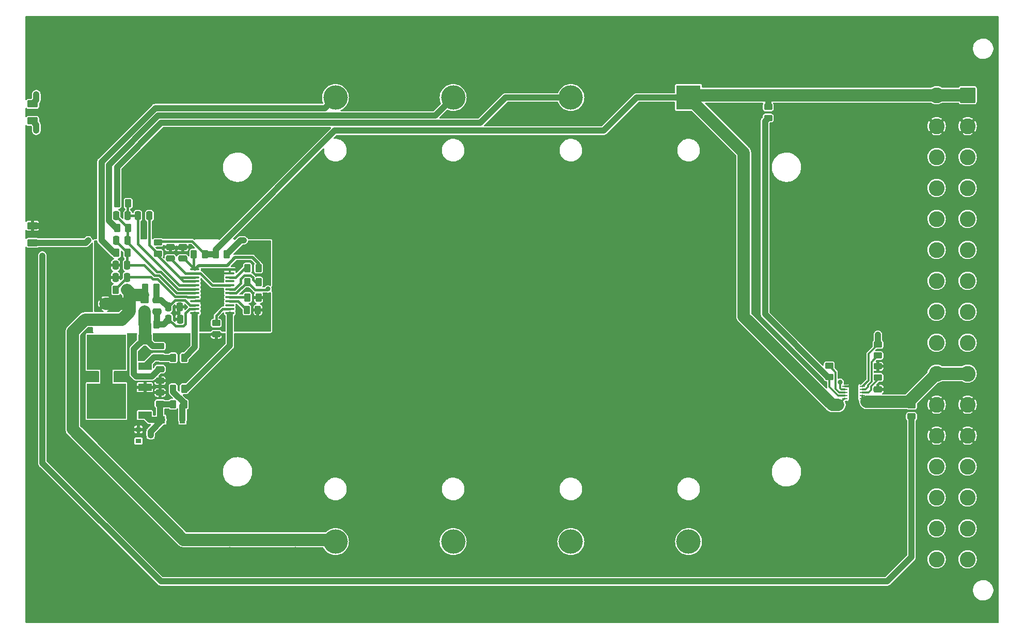
<source format=gbr>
G04 #@! TF.GenerationSoftware,KiCad,Pcbnew,(6.0.0)*
G04 #@! TF.CreationDate,2022-04-07T21:27:10+02:00*
G04 #@! TF.ProjectId,ADRmu_battery,4144526d-755f-4626-9174-746572792e6b,0.2*
G04 #@! TF.SameCoordinates,Original*
G04 #@! TF.FileFunction,Copper,L1,Top*
G04 #@! TF.FilePolarity,Positive*
%FSLAX46Y46*%
G04 Gerber Fmt 4.6, Leading zero omitted, Abs format (unit mm)*
G04 Created by KiCad (PCBNEW (6.0.0)) date 2022-04-07 21:27:10*
%MOMM*%
%LPD*%
G01*
G04 APERTURE LIST*
G04 Aperture macros list*
%AMRoundRect*
0 Rectangle with rounded corners*
0 $1 Rounding radius*
0 $2 $3 $4 $5 $6 $7 $8 $9 X,Y pos of 4 corners*
0 Add a 4 corners polygon primitive as box body*
4,1,4,$2,$3,$4,$5,$6,$7,$8,$9,$2,$3,0*
0 Add four circle primitives for the rounded corners*
1,1,$1+$1,$2,$3*
1,1,$1+$1,$4,$5*
1,1,$1+$1,$6,$7*
1,1,$1+$1,$8,$9*
0 Add four rect primitives between the rounded corners*
20,1,$1+$1,$2,$3,$4,$5,0*
20,1,$1+$1,$4,$5,$6,$7,0*
20,1,$1+$1,$6,$7,$8,$9,0*
20,1,$1+$1,$8,$9,$2,$3,0*%
G04 Aperture macros list end*
G04 #@! TA.AperFunction,SMDPad,CuDef*
%ADD10RoundRect,0.250000X0.250000X0.475000X-0.250000X0.475000X-0.250000X-0.475000X0.250000X-0.475000X0*%
G04 #@! TD*
G04 #@! TA.AperFunction,SMDPad,CuDef*
%ADD11RoundRect,0.250000X-0.475000X0.250000X-0.475000X-0.250000X0.475000X-0.250000X0.475000X0.250000X0*%
G04 #@! TD*
G04 #@! TA.AperFunction,SMDPad,CuDef*
%ADD12R,2.200000X1.200000*%
G04 #@! TD*
G04 #@! TA.AperFunction,SMDPad,CuDef*
%ADD13R,6.400000X5.800000*%
G04 #@! TD*
G04 #@! TA.AperFunction,SMDPad,CuDef*
%ADD14RoundRect,0.250000X-0.262500X-0.450000X0.262500X-0.450000X0.262500X0.450000X-0.262500X0.450000X0*%
G04 #@! TD*
G04 #@! TA.AperFunction,ComponentPad*
%ADD15R,4.000000X4.000000*%
G04 #@! TD*
G04 #@! TA.AperFunction,ComponentPad*
%ADD16C,4.000000*%
G04 #@! TD*
G04 #@! TA.AperFunction,SMDPad,CuDef*
%ADD17RoundRect,0.250000X-0.450000X0.262500X-0.450000X-0.262500X0.450000X-0.262500X0.450000X0.262500X0*%
G04 #@! TD*
G04 #@! TA.AperFunction,SMDPad,CuDef*
%ADD18RoundRect,0.250000X-0.625000X0.375000X-0.625000X-0.375000X0.625000X-0.375000X0.625000X0.375000X0*%
G04 #@! TD*
G04 #@! TA.AperFunction,SMDPad,CuDef*
%ADD19RoundRect,0.250000X0.450000X-0.262500X0.450000X0.262500X-0.450000X0.262500X-0.450000X-0.262500X0*%
G04 #@! TD*
G04 #@! TA.AperFunction,SMDPad,CuDef*
%ADD20RoundRect,0.250000X0.262500X0.450000X-0.262500X0.450000X-0.262500X-0.450000X0.262500X-0.450000X0*%
G04 #@! TD*
G04 #@! TA.AperFunction,SMDPad,CuDef*
%ADD21RoundRect,0.250000X0.475000X-0.250000X0.475000X0.250000X-0.475000X0.250000X-0.475000X-0.250000X0*%
G04 #@! TD*
G04 #@! TA.AperFunction,SMDPad,CuDef*
%ADD22R,0.900000X1.200000*%
G04 #@! TD*
G04 #@! TA.AperFunction,SMDPad,CuDef*
%ADD23R,0.900000X0.800000*%
G04 #@! TD*
G04 #@! TA.AperFunction,ComponentPad*
%ADD24RoundRect,0.250000X-1.050000X1.050000X-1.050000X-1.050000X1.050000X-1.050000X1.050000X1.050000X0*%
G04 #@! TD*
G04 #@! TA.AperFunction,ComponentPad*
%ADD25C,2.600000*%
G04 #@! TD*
G04 #@! TA.AperFunction,SMDPad,CuDef*
%ADD26RoundRect,0.100000X-0.637500X-0.100000X0.637500X-0.100000X0.637500X0.100000X-0.637500X0.100000X0*%
G04 #@! TD*
G04 #@! TA.AperFunction,SMDPad,CuDef*
%ADD27RoundRect,0.062500X0.362500X0.062500X-0.362500X0.062500X-0.362500X-0.062500X0.362500X-0.062500X0*%
G04 #@! TD*
G04 #@! TA.AperFunction,SMDPad,CuDef*
%ADD28R,1.650000X2.380000*%
G04 #@! TD*
G04 #@! TA.AperFunction,SMDPad,CuDef*
%ADD29C,2.000000*%
G04 #@! TD*
G04 #@! TA.AperFunction,ViaPad*
%ADD30C,0.800000*%
G04 #@! TD*
G04 #@! TA.AperFunction,Conductor*
%ADD31C,1.000000*%
G04 #@! TD*
G04 #@! TA.AperFunction,Conductor*
%ADD32C,0.400000*%
G04 #@! TD*
G04 #@! TA.AperFunction,Conductor*
%ADD33C,2.000000*%
G04 #@! TD*
G04 #@! TA.AperFunction,Conductor*
%ADD34C,1.900000*%
G04 #@! TD*
G04 #@! TA.AperFunction,Conductor*
%ADD35C,0.300000*%
G04 #@! TD*
G04 #@! TA.AperFunction,Conductor*
%ADD36C,0.500000*%
G04 #@! TD*
G04 APERTURE END LIST*
G04 #@! TO.C,NT101*
G36*
X87332000Y-98400000D02*
G01*
X83332000Y-98400000D01*
X83332000Y-96400000D01*
X87332000Y-96400000D01*
X87332000Y-98400000D01*
G37*
G04 #@! TD*
D10*
G04 #@! TO.P,C110,1*
G04 #@! TO.N,GND*
X95584865Y-99940000D03*
G04 #@! TO.P,C110,2*
G04 #@! TO.N,Net-(C109-Pad2)*
X93684865Y-99940000D03*
G04 #@! TD*
D11*
G04 #@! TO.P,C108,1*
G04 #@! TO.N,GND*
X93968000Y-88068000D03*
G04 #@! TO.P,C108,2*
G04 #@! TO.N,/AVDD*
X93968000Y-89968000D03*
G04 #@! TD*
D12*
G04 #@! TO.P,Q102,1,G*
G04 #@! TO.N,Net-(D101-Pad1)*
X89806500Y-115681000D03*
D13*
G04 #@! TO.P,Q102,2,D*
G04 #@! TO.N,Net-(Q101-Pad2)*
X83506500Y-113401000D03*
D12*
G04 #@! TO.P,Q102,3,S*
G04 #@! TO.N,/-i{slash}o*
X89806500Y-111121000D03*
G04 #@! TD*
D14*
G04 #@! TO.P,R107,1*
G04 #@! TO.N,-BATT*
X89844000Y-94765000D03*
G04 #@! TO.P,R107,2*
G04 #@! TO.N,Net-(C107-Pad2)*
X91669000Y-94765000D03*
G04 #@! TD*
D15*
G04 #@! TO.P,B101,1,+*
G04 #@! TO.N,+BATT*
X178950000Y-63550000D03*
D16*
G04 #@! TO.P,B101,2,-*
G04 #@! TO.N,Net-(B101-Pad2)*
X178950000Y-136450000D03*
G04 #@! TO.P,B101,3,+*
X159650000Y-63550000D03*
G04 #@! TO.P,B101,4,-*
G04 #@! TO.N,Net-(B101-Pad4)*
X159650000Y-136450000D03*
G04 #@! TO.P,B101,5,+*
X140350000Y-63550000D03*
G04 #@! TO.P,B101,6,-*
G04 #@! TO.N,Net-(B101-Pad6)*
X140350000Y-136450000D03*
G04 #@! TO.P,B101,7,+*
X121050000Y-63550000D03*
G04 #@! TO.P,B101,8,-*
G04 #@! TO.N,-BATT*
X121050000Y-136450000D03*
G04 #@! TD*
D14*
G04 #@! TO.P,R122,1*
G04 #@! TO.N,+BATT*
X101437500Y-89272000D03*
G04 #@! TO.P,R122,2*
G04 #@! TO.N,Net-(D103-Pad2)*
X103262500Y-89272000D03*
G04 #@! TD*
D17*
G04 #@! TO.P,R108,1*
G04 #@! TO.N,-BATT*
X89756500Y-96852500D03*
G04 #@! TO.P,R108,2*
G04 #@! TO.N,Net-(C111-Pad1)*
X89756500Y-98677500D03*
G04 #@! TD*
D11*
G04 #@! TO.P,C112,1*
G04 #@! TO.N,/-i{slash}o*
X210000000Y-111450000D03*
G04 #@! TO.P,C112,2*
G04 #@! TO.N,/in+*
X210000000Y-113350000D03*
G04 #@! TD*
D14*
G04 #@! TO.P,R105,1*
G04 #@! TO.N,Net-(B101-Pad6)*
X85134500Y-89051000D03*
G04 #@! TO.P,R105,2*
G04 #@! TO.N,Net-(C103-Pad2)*
X86959500Y-89051000D03*
G04 #@! TD*
D12*
G04 #@! TO.P,Q101,1,G*
G04 #@! TO.N,Net-(Q101-Pad1)*
X89806500Y-107631000D03*
D13*
G04 #@! TO.P,Q101,2,D*
G04 #@! TO.N,Net-(Q101-Pad2)*
X83506500Y-105351000D03*
D12*
G04 #@! TO.P,Q101,3,S*
G04 #@! TO.N,Net-(C111-Pad1)*
X89806500Y-103071000D03*
G04 #@! TD*
D18*
G04 #@! TO.P,D103,1,K*
G04 #@! TO.N,/-i{slash}o*
X71375000Y-84600000D03*
G04 #@! TO.P,D103,2,A*
G04 #@! TO.N,Net-(D103-Pad2)*
X71375000Y-87400000D03*
G04 #@! TD*
D19*
G04 #@! TO.P,R120,1*
G04 #@! TO.N,/-i{slash}o*
X101500000Y-102412500D03*
G04 #@! TO.P,R120,2*
G04 #@! TO.N,Net-(R120-Pad2)*
X101500000Y-100587500D03*
G04 #@! TD*
D20*
G04 #@! TO.P,R121,1*
G04 #@! TO.N,GND*
X108342500Y-98416000D03*
G04 #@! TO.P,R121,2*
G04 #@! TO.N,Net-(R121-Pad2)*
X106517500Y-98416000D03*
G04 #@! TD*
D21*
G04 #@! TO.P,C106,1*
G04 #@! TO.N,Net-(C106-Pad1)*
X96000000Y-90000000D03*
G04 #@! TO.P,C106,2*
G04 #@! TO.N,GND*
X96000000Y-88100000D03*
G04 #@! TD*
D17*
G04 #@! TO.P,R123,1*
G04 #@! TO.N,Net-(R123-Pad1)*
X210000000Y-104087500D03*
G04 #@! TO.P,R123,2*
G04 #@! TO.N,Net-(R123-Pad2)*
X210000000Y-105912500D03*
G04 #@! TD*
D22*
G04 #@! TO.P,D101,1,K*
G04 #@! TO.N,Net-(D101-Pad1)*
X92675500Y-116450000D03*
G04 #@! TO.P,D101,2,A*
G04 #@! TO.N,Net-(D101-Pad2)*
X95975500Y-116450000D03*
G04 #@! TD*
D17*
G04 #@! TO.P,R124,1*
G04 #@! TO.N,/-i{slash}o*
X210000000Y-107675000D03*
G04 #@! TO.P,R124,2*
G04 #@! TO.N,Net-(R124-Pad2)*
X210000000Y-109500000D03*
G04 #@! TD*
D14*
G04 #@! TO.P,R104,1*
G04 #@! TO.N,Net-(B101-Pad4)*
X85238000Y-84987000D03*
G04 #@! TO.P,R104,2*
G04 #@! TO.N,Net-(C102-Pad2)*
X87063000Y-84987000D03*
G04 #@! TD*
G04 #@! TO.P,R118,1*
G04 #@! TO.N,Net-(R118-Pad1)*
X106621000Y-93844000D03*
G04 #@! TO.P,R118,2*
G04 #@! TO.N,Net-(R118-Pad2)*
X108446000Y-93844000D03*
G04 #@! TD*
D17*
G04 #@! TO.P,R117,1*
G04 #@! TO.N,Net-(R117-Pad1)*
X202000000Y-107587500D03*
G04 #@! TO.P,R117,2*
G04 #@! TO.N,Net-(R116-Pad1)*
X202000000Y-109412500D03*
G04 #@! TD*
D14*
G04 #@! TO.P,R115,1*
G04 #@! TO.N,Net-(R115-Pad1)*
X106621000Y-91558000D03*
G04 #@! TO.P,R115,2*
G04 #@! TO.N,Net-(C106-Pad1)*
X108446000Y-91558000D03*
G04 #@! TD*
D17*
G04 #@! TO.P,R102,1*
G04 #@! TO.N,+BATT*
X91936000Y-87343500D03*
G04 #@! TO.P,R102,2*
G04 #@! TO.N,Net-(C101-Pad1)*
X91936000Y-89168500D03*
G04 #@! TD*
D10*
G04 #@! TO.P,C107,1*
G04 #@! TO.N,GND*
X95534865Y-97940000D03*
G04 #@! TO.P,C107,2*
G04 #@! TO.N,Net-(C107-Pad2)*
X93634865Y-97940000D03*
G04 #@! TD*
D14*
G04 #@! TO.P,R110,1*
G04 #@! TO.N,Net-(Q101-Pad1)*
X94429000Y-106290000D03*
G04 #@! TO.P,R110,2*
G04 #@! TO.N,Net-(R110-Pad2)*
X96254000Y-106290000D03*
G04 #@! TD*
G04 #@! TO.P,R109,1*
G04 #@! TO.N,Net-(C111-Pad1)*
X89844000Y-100765000D03*
G04 #@! TO.P,R109,2*
G04 #@! TO.N,Net-(C109-Pad2)*
X91669000Y-100765000D03*
G04 #@! TD*
D11*
G04 #@! TO.P,C111,1*
G04 #@! TO.N,Net-(C111-Pad1)*
X92293500Y-108134000D03*
G04 #@! TO.P,C111,2*
G04 #@! TO.N,/-i{slash}o*
X92293500Y-110034000D03*
G04 #@! TD*
D23*
G04 #@! TO.P,D102,*
G04 #@! TO.N,*
X88753500Y-119940000D03*
G04 #@! TO.P,D102,1,K*
G04 #@! TO.N,Net-(D101-Pad1)*
X90753500Y-118990000D03*
G04 #@! TO.P,D102,2,A*
G04 #@! TO.N,/-i{slash}o*
X88753500Y-118040000D03*
G04 #@! TD*
D20*
G04 #@! TO.P,R101,1*
G04 #@! TO.N,+BATT*
X99659500Y-89272000D03*
G04 #@! TO.P,R101,2*
G04 #@! TO.N,Net-(C106-Pad1)*
X97834500Y-89272000D03*
G04 #@! TD*
G04 #@! TO.P,R119,1*
G04 #@! TO.N,GND*
X108446000Y-96384000D03*
G04 #@! TO.P,R119,2*
G04 #@! TO.N,Net-(R119-Pad2)*
X106621000Y-96384000D03*
G04 #@! TD*
D24*
G04 #@! TO.P,J101,a2,Pin_a2*
G04 #@! TO.N,+BATT*
X224700000Y-63170000D03*
D25*
G04 #@! TO.P,J101,a4,Pin_a4*
G04 #@! TO.N,/-i{slash}o*
X224700000Y-68250000D03*
G04 #@! TO.P,J101,a6,Pin_a6*
G04 #@! TO.N,unconnected-(J101-Pada6)*
X224700000Y-73330000D03*
G04 #@! TO.P,J101,a8,Pin_a8*
G04 #@! TO.N,unconnected-(J101-Pada8)*
X224700000Y-78410000D03*
G04 #@! TO.P,J101,a10,Pin_a10*
G04 #@! TO.N,unconnected-(J101-Pada10)*
X224700000Y-83490000D03*
G04 #@! TO.P,J101,a12,Pin_a12*
G04 #@! TO.N,unconnected-(J101-Pada12)*
X224700000Y-88570000D03*
G04 #@! TO.P,J101,a14,Pin_a14*
G04 #@! TO.N,unconnected-(J101-Pada14)*
X224700000Y-93650000D03*
G04 #@! TO.P,J101,a16,Pin_a16*
G04 #@! TO.N,unconnected-(J101-Pada16)*
X224700000Y-98730000D03*
G04 #@! TO.P,J101,a18,Pin_a18*
G04 #@! TO.N,unconnected-(J101-Pada18)*
X224700000Y-103810000D03*
G04 #@! TO.P,J101,a20,Pin_a20*
G04 #@! TO.N,/in+*
X224700000Y-108890000D03*
G04 #@! TO.P,J101,a22,Pin_a22*
G04 #@! TO.N,/-i{slash}o*
X224700000Y-113970000D03*
G04 #@! TO.P,J101,a24,Pin_a24*
X224700000Y-119050000D03*
G04 #@! TO.P,J101,a26,Pin_a26*
G04 #@! TO.N,unconnected-(J101-Pada26)*
X224700000Y-124130000D03*
G04 #@! TO.P,J101,a28,Pin_a28*
G04 #@! TO.N,unconnected-(J101-Pada28)*
X224700000Y-129210000D03*
G04 #@! TO.P,J101,a30,Pin_a30*
G04 #@! TO.N,unconnected-(J101-Pada30)*
X224700000Y-134290000D03*
G04 #@! TO.P,J101,a32,Pin_a32*
G04 #@! TO.N,unconnected-(J101-Pada32)*
X224700000Y-139370000D03*
G04 #@! TO.P,J101,c2,Pin_c2*
G04 #@! TO.N,+BATT*
X219620000Y-63170000D03*
G04 #@! TO.P,J101,c4,Pin_c4*
G04 #@! TO.N,/-i{slash}o*
X219620000Y-68250000D03*
G04 #@! TO.P,J101,c6,Pin_c6*
G04 #@! TO.N,unconnected-(J101-Padc6)*
X219620000Y-73330000D03*
G04 #@! TO.P,J101,c8,Pin_c8*
G04 #@! TO.N,unconnected-(J101-Padc8)*
X219620000Y-78410000D03*
G04 #@! TO.P,J101,c10,Pin_c10*
G04 #@! TO.N,unconnected-(J101-Padc10)*
X219620000Y-83490000D03*
G04 #@! TO.P,J101,c12,Pin_c12*
G04 #@! TO.N,unconnected-(J101-Padc12)*
X219620000Y-88570000D03*
G04 #@! TO.P,J101,c14,Pin_c14*
G04 #@! TO.N,unconnected-(J101-Padc14)*
X219620000Y-93650000D03*
G04 #@! TO.P,J101,c16,Pin_c16*
G04 #@! TO.N,unconnected-(J101-Padc16)*
X219620000Y-98730000D03*
G04 #@! TO.P,J101,c18,Pin_c18*
G04 #@! TO.N,unconnected-(J101-Padc18)*
X219620000Y-103810000D03*
G04 #@! TO.P,J101,c20,Pin_c20*
G04 #@! TO.N,/in+*
X219620000Y-108890000D03*
G04 #@! TO.P,J101,c22,Pin_c22*
G04 #@! TO.N,/-i{slash}o*
X219620000Y-113970000D03*
G04 #@! TO.P,J101,c24,Pin_c24*
X219620000Y-119050000D03*
G04 #@! TO.P,J101,c26,Pin_c26*
G04 #@! TO.N,unconnected-(J101-Padc26)*
X219620000Y-124130000D03*
G04 #@! TO.P,J101,c28,Pin_c28*
G04 #@! TO.N,unconnected-(J101-Padc28)*
X219620000Y-129210000D03*
G04 #@! TO.P,J101,c30,Pin_c30*
G04 #@! TO.N,unconnected-(J101-Padc30)*
X219620000Y-134290000D03*
G04 #@! TO.P,J101,c32,Pin_c32*
G04 #@! TO.N,unconnected-(J101-Padc32)*
X219620000Y-139370000D03*
G04 #@! TD*
D19*
G04 #@! TO.P,R116,1*
G04 #@! TO.N,Net-(R116-Pad1)*
X192000000Y-66912500D03*
G04 #@! TO.P,R116,2*
G04 #@! TO.N,+BATT*
X192000000Y-65087500D03*
G04 #@! TD*
D20*
G04 #@! TO.P,R112,1*
G04 #@! TO.N,Net-(D101-Pad2)*
X96254000Y-113910000D03*
G04 #@! TO.P,R112,2*
G04 #@! TO.N,Net-(D101-Pad1)*
X94429000Y-113910000D03*
G04 #@! TD*
D10*
G04 #@! TO.P,C102,1*
G04 #@! TO.N,Net-(C101-Pad2)*
X86997000Y-82955000D03*
G04 #@! TO.P,C102,2*
G04 #@! TO.N,Net-(C102-Pad2)*
X85097000Y-82955000D03*
G04 #@! TD*
D20*
G04 #@! TO.P,R114,1*
G04 #@! TO.N,Net-(R114-Pad1)*
X96254000Y-111370000D03*
G04 #@! TO.P,R114,2*
G04 #@! TO.N,Net-(D101-Pad2)*
X94429000Y-111370000D03*
G04 #@! TD*
D10*
G04 #@! TO.P,C103,1*
G04 #@! TO.N,Net-(C102-Pad2)*
X86997000Y-87019000D03*
G04 #@! TO.P,C103,2*
G04 #@! TO.N,Net-(C103-Pad2)*
X85097000Y-87019000D03*
G04 #@! TD*
D11*
G04 #@! TO.P,C109,1*
G04 #@! TO.N,Net-(C107-Pad2)*
X91756500Y-96815000D03*
G04 #@! TO.P,C109,2*
G04 #@! TO.N,Net-(C109-Pad2)*
X91756500Y-98715000D03*
G04 #@! TD*
D20*
G04 #@! TO.P,R106,1*
G04 #@! TO.N,-BATT*
X86856000Y-95114000D03*
G04 #@! TO.P,R106,2*
G04 #@! TO.N,Net-(C105-Pad1)*
X85031000Y-95114000D03*
G04 #@! TD*
D17*
G04 #@! TO.P,R111,1*
G04 #@! TO.N,Net-(C111-Pad1)*
X92293500Y-104361500D03*
G04 #@! TO.P,R111,2*
G04 #@! TO.N,Net-(Q101-Pad1)*
X92293500Y-106186500D03*
G04 #@! TD*
D26*
G04 #@! TO.P,U101,1,VDD*
G04 #@! TO.N,Net-(C106-Pad1)*
X98007000Y-91779000D03*
G04 #@! TO.P,U101,2,AVDD*
G04 #@! TO.N,/AVDD*
X98007000Y-92429000D03*
G04 #@! TO.P,U101,3,VC5*
G04 #@! TO.N,Net-(C101-Pad1)*
X98007000Y-93079000D03*
G04 #@! TO.P,U101,4,VC4*
X98007000Y-93729000D03*
G04 #@! TO.P,U101,5,VC3*
G04 #@! TO.N,Net-(C101-Pad2)*
X98007000Y-94379000D03*
G04 #@! TO.P,U101,6,VC2*
G04 #@! TO.N,Net-(C102-Pad2)*
X98007000Y-95029000D03*
G04 #@! TO.P,U101,7,VC1*
G04 #@! TO.N,Net-(C103-Pad2)*
X98007000Y-95679000D03*
G04 #@! TO.P,U101,8,VC0*
G04 #@! TO.N,Net-(C105-Pad1)*
X98007000Y-96329000D03*
G04 #@! TO.P,U101,9,VSS*
G04 #@! TO.N,GND*
X98007000Y-96979000D03*
G04 #@! TO.P,U101,10,SRP*
G04 #@! TO.N,Net-(C107-Pad2)*
X98007000Y-97629000D03*
G04 #@! TO.P,U101,11,SRN*
G04 #@! TO.N,Net-(C109-Pad2)*
X98007000Y-98279000D03*
G04 #@! TO.P,U101,12,DSG*
G04 #@! TO.N,Net-(R110-Pad2)*
X98007000Y-98929000D03*
G04 #@! TO.P,U101,13,CHG*
G04 #@! TO.N,Net-(R114-Pad1)*
X103732000Y-98929000D03*
G04 #@! TO.P,U101,14,LD*
G04 #@! TO.N,Net-(R120-Pad2)*
X103732000Y-98279000D03*
G04 #@! TO.P,U101,15,LPWR*
G04 #@! TO.N,unconnected-(U101-Pad15)*
X103732000Y-97629000D03*
G04 #@! TO.P,U101,16,CBI*
G04 #@! TO.N,Net-(R121-Pad2)*
X103732000Y-96979000D03*
G04 #@! TO.P,U101,17,OCDP*
G04 #@! TO.N,Net-(R119-Pad2)*
X103732000Y-96329000D03*
G04 #@! TO.P,U101,18,TS*
G04 #@! TO.N,Net-(R118-Pad1)*
X103732000Y-95679000D03*
G04 #@! TO.P,U101,19,VTB*
G04 #@! TO.N,Net-(R118-Pad2)*
X103732000Y-95029000D03*
G04 #@! TO.P,U101,20,CCFG*
G04 #@! TO.N,/AVDD*
X103732000Y-94379000D03*
G04 #@! TO.P,U101,21,CBO*
G04 #@! TO.N,unconnected-(U101-Pad21)*
X103732000Y-93729000D03*
G04 #@! TO.P,U101,22,PRES*
G04 #@! TO.N,Net-(R115-Pad1)*
X103732000Y-93079000D03*
G04 #@! TO.P,U101,23,CTRC*
G04 #@! TO.N,GND*
X103732000Y-92429000D03*
G04 #@! TO.P,U101,24,CTRD*
X103732000Y-91779000D03*
G04 #@! TD*
D18*
G04 #@! TO.P,D104,1,K*
G04 #@! TO.N,Net-(D104-Pad1)*
X71375000Y-64600000D03*
G04 #@! TO.P,D104,2,A*
G04 #@! TO.N,Net-(D104-Pad2)*
X71375000Y-67400000D03*
G04 #@! TD*
D14*
G04 #@! TO.P,R103,1*
G04 #@! TO.N,Net-(B101-Pad2)*
X85238000Y-80923000D03*
G04 #@! TO.P,R103,2*
G04 #@! TO.N,Net-(C101-Pad2)*
X87063000Y-80923000D03*
G04 #@! TD*
D10*
G04 #@! TO.P,C105,1*
G04 #@! TO.N,Net-(C105-Pad1)*
X86893500Y-93082000D03*
G04 #@! TO.P,C105,2*
G04 #@! TO.N,GND*
X84993500Y-93082000D03*
G04 #@! TD*
D17*
G04 #@! TO.P,R125,1*
G04 #@! TO.N,/in+*
X215500000Y-114087500D03*
G04 #@! TO.P,R125,2*
G04 #@! TO.N,Net-(D104-Pad2)*
X215500000Y-115912500D03*
G04 #@! TD*
D10*
G04 #@! TO.P,C101,1*
G04 #@! TO.N,Net-(C101-Pad1)*
X90553000Y-82955000D03*
G04 #@! TO.P,C101,2*
G04 #@! TO.N,Net-(C101-Pad2)*
X88653000Y-82955000D03*
G04 #@! TD*
D27*
G04 #@! TO.P,U102,1,VDD*
G04 #@! TO.N,/in+*
X207450000Y-113000000D03*
G04 #@! TO.P,U102,2,EN*
X207450000Y-112500000D03*
G04 #@! TO.P,U102,3,PROG*
G04 #@! TO.N,Net-(R124-Pad2)*
X207450000Y-112000000D03*
G04 #@! TO.P,U102,4,NTCBIAS*
G04 #@! TO.N,Net-(R123-Pad2)*
X207450000Y-111500000D03*
G04 #@! TO.P,U102,5,NTC*
G04 #@! TO.N,Net-(R123-Pad1)*
X207450000Y-111000000D03*
G04 #@! TO.P,U102,6,TIMER*
G04 #@! TO.N,/-i{slash}o*
X204550000Y-111000000D03*
G04 #@! TO.P,U102,7,~{CHRG}*
G04 #@! TO.N,Net-(D104-Pad1)*
X204550000Y-111500000D03*
G04 #@! TO.P,U102,8,FBG*
G04 #@! TO.N,Net-(R117-Pad1)*
X204550000Y-112000000D03*
G04 #@! TO.P,U102,9,FB*
G04 #@! TO.N,Net-(R116-Pad1)*
X204550000Y-112500000D03*
G04 #@! TO.P,U102,10,BAT*
G04 #@! TO.N,+BATT*
X204550000Y-113000000D03*
D28*
G04 #@! TO.P,U102,11,GND*
G04 #@! TO.N,/-i{slash}o*
X206000000Y-112000000D03*
G04 #@! TD*
D10*
G04 #@! TO.P,C104,1*
G04 #@! TO.N,Net-(C103-Pad2)*
X86893500Y-91083000D03*
G04 #@! TO.P,C104,2*
G04 #@! TO.N,GND*
X84993500Y-91083000D03*
G04 #@! TD*
D29*
G04 #@! TO.P,NT101,1,1*
G04 #@! TO.N,GND*
X83332000Y-97400000D03*
G04 #@! TO.P,NT101,2,2*
G04 #@! TO.N,-BATT*
X87332000Y-97400000D03*
G04 #@! TD*
D17*
G04 #@! TO.P,R113,1*
G04 #@! TO.N,/-i{slash}o*
X92293500Y-111981500D03*
G04 #@! TO.P,R113,2*
G04 #@! TO.N,Net-(D101-Pad1)*
X92293500Y-113806500D03*
G04 #@! TD*
D30*
G04 #@! TO.N,/-i{slash}o*
X125250000Y-116250000D03*
X157500000Y-73250000D03*
X157500000Y-94750000D03*
X189750000Y-105500000D03*
X179000000Y-94750000D03*
X146750000Y-62500000D03*
X103750000Y-148500000D03*
X136000000Y-51750000D03*
X82250000Y-137750000D03*
X179000000Y-84000000D03*
X136000000Y-84000000D03*
X146750000Y-116250000D03*
X114500000Y-51750000D03*
X168250000Y-94750000D03*
X179000000Y-116250000D03*
X125250000Y-148500000D03*
X222000000Y-116250000D03*
X168250000Y-137750000D03*
X125250000Y-127000000D03*
X71500000Y-116250000D03*
X136000000Y-105500000D03*
X189750000Y-94750000D03*
X93000000Y-148500000D03*
X211250000Y-127000000D03*
X189750000Y-73250000D03*
X93000000Y-127000000D03*
X168250000Y-127000000D03*
X189750000Y-51750000D03*
X136000000Y-127000000D03*
X71500000Y-105500000D03*
X200500000Y-127000000D03*
X82250000Y-127000000D03*
X168250000Y-62500000D03*
X93000000Y-137750000D03*
X200500000Y-73250000D03*
X222000000Y-127000000D03*
X168250000Y-84000000D03*
X222000000Y-94750000D03*
X200500000Y-105500000D03*
X211250000Y-94750000D03*
X125250000Y-94750000D03*
X125250000Y-51750000D03*
X189750000Y-127000000D03*
X125250000Y-137750000D03*
X114500000Y-62500000D03*
X206000000Y-110500000D03*
X82250000Y-51750000D03*
X125250000Y-105500000D03*
X189750000Y-148500000D03*
X157500000Y-148500000D03*
X200500000Y-51750000D03*
X200500000Y-94750000D03*
X93000000Y-73250000D03*
X200500000Y-84000000D03*
X179000000Y-51750000D03*
X136000000Y-137750000D03*
X114500000Y-105500000D03*
X211250000Y-137750000D03*
X71500000Y-148500000D03*
X206000000Y-113500000D03*
X71500000Y-127000000D03*
X157500000Y-116250000D03*
X168250000Y-51750000D03*
X179000000Y-148500000D03*
X136000000Y-148500000D03*
X211250000Y-148500000D03*
X103750000Y-51750000D03*
X114500000Y-73250000D03*
X125250000Y-73250000D03*
X146750000Y-148500000D03*
X71500000Y-73250000D03*
X146750000Y-73250000D03*
X211250000Y-51750000D03*
X114500000Y-127000000D03*
X103750000Y-137750000D03*
X157500000Y-105500000D03*
X211250000Y-84000000D03*
X136000000Y-94750000D03*
X136000000Y-62500000D03*
X222000000Y-137750000D03*
X82250000Y-148500000D03*
X200500000Y-148500000D03*
X71500000Y-94750000D03*
X168250000Y-105500000D03*
X189750000Y-116250000D03*
X189750000Y-137750000D03*
X157500000Y-51750000D03*
X146750000Y-127000000D03*
X157500000Y-127000000D03*
X93000000Y-51750000D03*
X222000000Y-73250000D03*
X114500000Y-137750000D03*
X114500000Y-148500000D03*
X146750000Y-94750000D03*
X136000000Y-73250000D03*
X103750000Y-62500000D03*
X222000000Y-51750000D03*
X146750000Y-137750000D03*
X168250000Y-116250000D03*
X71500000Y-51750000D03*
X146750000Y-51750000D03*
X222000000Y-84000000D03*
X82250000Y-62500000D03*
X136000000Y-116250000D03*
X211250000Y-73250000D03*
X146750000Y-84000000D03*
X125250000Y-62500000D03*
X93000000Y-62500000D03*
X179000000Y-105500000D03*
X222000000Y-105500000D03*
X80500000Y-84500000D03*
X168250000Y-148500000D03*
X114500000Y-116250000D03*
X109500000Y-84500000D03*
X71500000Y-137750000D03*
X200500000Y-137750000D03*
X222000000Y-148500000D03*
X146750000Y-105500000D03*
X157500000Y-84000000D03*
G04 #@! TO.N,Net-(D103-Pad2)*
X80500000Y-87000000D03*
X106000000Y-87000000D03*
G04 #@! TO.N,Net-(D104-Pad2)*
X72000000Y-69000000D03*
X73000000Y-89500000D03*
G04 #@! TO.N,GND*
X102096000Y-92320000D03*
X95238000Y-98924000D03*
X84000000Y-92000000D03*
X110000000Y-96500000D03*
X94984000Y-88256000D03*
X99302000Y-96892000D03*
G04 #@! TO.N,Net-(D104-Pad1)*
X203799020Y-110286800D03*
X72000000Y-63000000D03*
G04 #@! TO.N,Net-(R118-Pad1)*
X110000000Y-95000000D03*
G04 #@! TO.N,Net-(R123-Pad1)*
X210000000Y-102500000D03*
G04 #@! TD*
D31*
G04 #@! TO.N,Net-(C107-Pad2)*
X91669000Y-96727500D02*
X91756500Y-96815000D01*
X91669000Y-94765000D02*
X91669000Y-96727500D01*
D32*
X96399553Y-96815480D02*
X94759385Y-96815480D01*
X97213073Y-97629000D02*
X96399553Y-96815480D01*
D31*
X92509865Y-96815000D02*
X93634865Y-97940000D01*
D32*
X94759385Y-96815480D02*
X93634865Y-97940000D01*
D31*
X91756500Y-96815000D02*
X92509865Y-96815000D01*
D32*
X98007000Y-97629000D02*
X97213073Y-97629000D01*
D31*
G04 #@! TO.N,Net-(C111-Pad1)*
X88414478Y-109338000D02*
X87975500Y-108899022D01*
X92293500Y-104361500D02*
X91097000Y-104361500D01*
D33*
X89756500Y-100677500D02*
X89756500Y-98677500D01*
D31*
X90921676Y-109338000D02*
X88414478Y-109338000D01*
D33*
X89844000Y-100765000D02*
X89756500Y-100677500D01*
X89844000Y-100765000D02*
X89844000Y-103033500D01*
D31*
X87975500Y-104902000D02*
X89806500Y-103071000D01*
D33*
X89844000Y-103033500D02*
X89806500Y-103071000D01*
D31*
X87975500Y-108899022D02*
X87975500Y-104902000D01*
X91097000Y-104361500D02*
X89806500Y-103071000D01*
X92125676Y-108134000D02*
X90921676Y-109338000D01*
D34*
G04 #@! TO.N,/-i{slash}o*
X206000000Y-113600000D02*
X206000000Y-114500000D01*
D31*
X71375000Y-84600000D02*
X80400000Y-84600000D01*
D35*
X205500000Y-111000000D02*
X206000000Y-110500000D01*
D34*
X206000000Y-110400000D02*
X206000000Y-109500000D01*
D35*
X204550000Y-111000000D02*
X205500000Y-111000000D01*
D31*
X206000000Y-112000000D02*
X206000000Y-113500000D01*
X80400000Y-84600000D02*
X80500000Y-84500000D01*
X206000000Y-112000000D02*
X206000000Y-110500000D01*
D35*
G04 #@! TO.N,/in+*
X207450000Y-112800480D02*
X207649520Y-113000000D01*
D33*
X215010000Y-113500000D02*
X208149520Y-113500000D01*
X224700000Y-108890000D02*
X219620000Y-108890000D01*
D35*
X207450000Y-112500000D02*
X207450000Y-112800480D01*
D33*
X219620000Y-108890000D02*
X215010000Y-113500000D01*
D31*
G04 #@! TO.N,Net-(D101-Pad1)*
X92293500Y-116068000D02*
X92675500Y-116450000D01*
X92675500Y-116450000D02*
X90575500Y-116450000D01*
X90753500Y-118990000D02*
X90753500Y-118372000D01*
X92397000Y-113910000D02*
X92293500Y-113806500D01*
X94429000Y-113910000D02*
X92397000Y-113910000D01*
X90575500Y-116450000D02*
X89806500Y-115681000D01*
X92293500Y-113806500D02*
X92293500Y-116068000D01*
X90753500Y-118372000D02*
X92675500Y-116450000D01*
G04 #@! TO.N,Net-(D101-Pad2)*
X95975500Y-116450000D02*
X95975500Y-114188500D01*
X94429000Y-111854676D02*
X94429000Y-111370000D01*
X96254000Y-113679676D02*
X94429000Y-111854676D01*
X95975500Y-114188500D02*
X96254000Y-113910000D01*
X96254000Y-113910000D02*
X96254000Y-113679676D01*
G04 #@! TO.N,Net-(D103-Pad2)*
X71375000Y-87400000D02*
X80100000Y-87400000D01*
X105534500Y-87000000D02*
X103262500Y-89272000D01*
X80100000Y-87400000D02*
X80500000Y-87000000D01*
X106000000Y-87000000D02*
X105534500Y-87000000D01*
G04 #@! TO.N,Net-(D104-Pad2)*
X73000000Y-89500000D02*
X73000000Y-123546000D01*
X73000000Y-123546000D02*
X92454000Y-143000000D01*
X72000000Y-68025000D02*
X71375000Y-67400000D01*
X92454000Y-143000000D02*
X211500000Y-143000000D01*
X215500000Y-139000000D02*
X215500000Y-115912500D01*
X72000000Y-69000000D02*
X72000000Y-68025000D01*
X211500000Y-143000000D02*
X215500000Y-139000000D01*
G04 #@! TO.N,Net-(B101-Pad2)*
X148950000Y-63550000D02*
X144800480Y-67699520D01*
X85238000Y-74958378D02*
X85238000Y-80923000D01*
X144800480Y-67699520D02*
X92496858Y-67699520D01*
X159650000Y-63550000D02*
X148950000Y-63550000D01*
X92496858Y-67699520D02*
X85238000Y-74958378D01*
G04 #@! TO.N,Net-(B101-Pad4)*
X137400000Y-66500000D02*
X92000000Y-66500000D01*
X92000000Y-66500000D02*
X83897480Y-74602520D01*
X83897480Y-83823304D02*
X85061176Y-84987000D01*
X140350000Y-63550000D02*
X137400000Y-66500000D01*
X85061176Y-84987000D02*
X85238000Y-84987000D01*
X83897480Y-74602520D02*
X83897480Y-83823304D01*
G04 #@! TO.N,Net-(B101-Pad6)*
X119299520Y-65300480D02*
X91503143Y-65300480D01*
X82697960Y-87000000D02*
X84748960Y-89051000D01*
X121050000Y-63550000D02*
X119299520Y-65300480D01*
X91503143Y-65300480D02*
X82697960Y-74105662D01*
X82697960Y-74105662D02*
X82697960Y-87000000D01*
X84748960Y-89051000D02*
X85134500Y-89051000D01*
D33*
G04 #@! TO.N,+BATT*
X219620000Y-63170000D02*
X191830000Y-63170000D01*
D31*
X170450000Y-63550000D02*
X165000000Y-69000000D01*
X120922274Y-69000000D02*
X101437500Y-88484774D01*
D33*
X203500000Y-114000000D02*
X202500000Y-114000000D01*
X224700000Y-63170000D02*
X219620000Y-63170000D01*
X191830000Y-63170000D02*
X179330000Y-63170000D01*
D31*
X101437500Y-88484774D02*
X101437500Y-89272000D01*
X165000000Y-69000000D02*
X120922274Y-69000000D01*
D33*
X202500000Y-114000000D02*
X188000000Y-99500000D01*
D31*
X99659500Y-89272000D02*
X101437500Y-89272000D01*
D35*
X204550000Y-113000000D02*
X204500000Y-113000000D01*
D33*
X188000000Y-72600000D02*
X178950000Y-63550000D01*
D32*
X92111020Y-87168480D02*
X97555980Y-87168480D01*
D33*
X179330000Y-63170000D02*
X178950000Y-63550000D01*
D32*
X97555980Y-87168480D02*
X99659500Y-89272000D01*
D31*
X192000000Y-63340000D02*
X191830000Y-63170000D01*
X178950000Y-63550000D02*
X170450000Y-63550000D01*
D35*
X204500000Y-113000000D02*
X203500000Y-114000000D01*
D33*
X188000000Y-99500000D02*
X188000000Y-72600000D01*
D31*
X192000000Y-65087500D02*
X192000000Y-63340000D01*
D33*
G04 #@! TO.N,-BATT*
X78000000Y-118000000D02*
X78000000Y-102000000D01*
X86000000Y-100000000D02*
X87332000Y-98668000D01*
X96150489Y-136150489D02*
X78000000Y-118000000D01*
X87706590Y-95964590D02*
X87742000Y-96000000D01*
X120750489Y-136150489D02*
X96150489Y-136150489D01*
X80000000Y-100000000D02*
X86000000Y-100000000D01*
X87332000Y-97400000D02*
X87332000Y-95590000D01*
X87332000Y-98668000D02*
X87332000Y-97400000D01*
X87742000Y-96000000D02*
X89500000Y-96000000D01*
X86856000Y-95114000D02*
X87706590Y-95964590D01*
X78000000Y-102000000D02*
X80000000Y-100000000D01*
D32*
G04 #@! TO.N,Net-(C101-Pad1)*
X95579000Y-93079000D02*
X98007000Y-93079000D01*
X96085441Y-93729000D02*
X91936000Y-89579559D01*
X91936000Y-89579559D02*
X91936000Y-89168500D01*
X98007000Y-93729000D02*
X96085441Y-93729000D01*
X90553000Y-87785500D02*
X90553000Y-82955000D01*
X91936000Y-89168500D02*
X90553000Y-87785500D01*
G04 #@! TO.N,Net-(C101-Pad2)*
X95457609Y-94379000D02*
X88653000Y-87574391D01*
X86997000Y-82955000D02*
X86997000Y-80989000D01*
X98007000Y-94379000D02*
X95457609Y-94379000D01*
X86997000Y-82955000D02*
X88653000Y-82955000D01*
X88653000Y-87574391D02*
X88653000Y-82955000D01*
G04 #@! TO.N,Net-(C102-Pad2)*
X86997000Y-87019000D02*
X86997000Y-85053000D01*
X92397199Y-92166440D02*
X95247679Y-95016920D01*
X91782440Y-92166440D02*
X92397199Y-92166440D01*
X85097000Y-83021000D02*
X87063000Y-84987000D01*
X95247679Y-95016920D02*
X97994920Y-95016920D01*
X91782440Y-92166440D02*
X86997000Y-87381000D01*
X97994920Y-95016920D02*
X98007000Y-95029000D01*
G04 #@! TO.N,Net-(C103-Pad2)*
X92148868Y-92765960D02*
X91365960Y-92765960D01*
X96958773Y-95679000D02*
X96896212Y-95616440D01*
X89683000Y-91083000D02*
X86893500Y-91083000D01*
X86893500Y-91083000D02*
X86893500Y-89117000D01*
X94999349Y-95616440D02*
X92148868Y-92765960D01*
X98007000Y-95679000D02*
X96958773Y-95679000D01*
X85097000Y-87188500D02*
X86959500Y-89051000D01*
X91365960Y-92765960D02*
X89683000Y-91083000D01*
X96896212Y-95616440D02*
X94999349Y-95616440D01*
G04 #@! TO.N,Net-(C105-Pad1)*
X94751019Y-96215960D02*
X91900539Y-93365480D01*
X90752150Y-93000000D02*
X86975500Y-93000000D01*
X96760923Y-96329000D02*
X96647883Y-96215960D01*
X98007000Y-96329000D02*
X96760923Y-96329000D01*
X91117630Y-93365480D02*
X90752150Y-93000000D01*
X86893500Y-93082000D02*
X85031000Y-94944500D01*
X91900539Y-93365480D02*
X91117630Y-93365480D01*
X96647883Y-96215960D02*
X94751019Y-96215960D01*
D36*
G04 #@! TO.N,Net-(C106-Pad1)*
X104607039Y-89808961D02*
X103286520Y-91129480D01*
X107458961Y-89808961D02*
X104607039Y-89808961D01*
X108446000Y-90796000D02*
X107458961Y-89808961D01*
X108446000Y-91558000D02*
X108446000Y-90796000D01*
D32*
X97834500Y-90034000D02*
X97834500Y-91606500D01*
X96228000Y-90000000D02*
X98007000Y-91779000D01*
D36*
X103286520Y-91129480D02*
X98656520Y-91129480D01*
X98656520Y-91129480D02*
X98007000Y-91779000D01*
D31*
G04 #@! TO.N,Net-(C109-Pad2)*
X91669000Y-100765000D02*
X92859865Y-100765000D01*
X91756500Y-100677500D02*
X91669000Y-100765000D01*
D32*
X96484385Y-100684039D02*
X96103904Y-101064520D01*
X97153000Y-98279000D02*
X96484385Y-98947615D01*
D31*
X91756500Y-98715000D02*
X91756500Y-100677500D01*
D32*
X94809385Y-101064520D02*
X93684865Y-99940000D01*
X96103904Y-101064520D02*
X94809385Y-101064520D01*
D31*
X92859865Y-100765000D02*
X93684865Y-99940000D01*
D32*
X96484385Y-98947615D02*
X96484385Y-100684039D01*
X98007000Y-98279000D02*
X97153000Y-98279000D01*
D31*
G04 #@! TO.N,Net-(Q101-Pad1)*
X92397000Y-106290000D02*
X92293500Y-106186500D01*
X94429000Y-106290000D02*
X92397000Y-106290000D01*
X92293500Y-106186500D02*
X91251000Y-106186500D01*
X91251000Y-106186500D02*
X89806500Y-107631000D01*
D33*
G04 #@! TO.N,Net-(Q101-Pad2)*
X83506500Y-105351000D02*
X83506500Y-113401000D01*
D32*
G04 #@! TO.N,/AVDD*
X96429000Y-92429000D02*
X93968000Y-89968000D01*
X98007000Y-92429000D02*
X96429000Y-92429000D01*
X103732000Y-94379000D02*
X100851887Y-94379000D01*
X100851887Y-94379000D02*
X98901887Y-92429000D01*
X98901887Y-92429000D02*
X98007000Y-92429000D01*
D31*
G04 #@! TO.N,Net-(R110-Pad2)*
X96254000Y-106290000D02*
X98007000Y-104537000D01*
X98007000Y-104537000D02*
X98007000Y-99178520D01*
G04 #@! TO.N,Net-(R114-Pad1)*
X103732000Y-104268000D02*
X103732000Y-99178520D01*
X96630000Y-111370000D02*
X103732000Y-104268000D01*
X96254000Y-111370000D02*
X96630000Y-111370000D01*
D32*
G04 #@! TO.N,Net-(R115-Pad1)*
X106160000Y-91558000D02*
X106621000Y-91558000D01*
X104639000Y-93079000D02*
X106160000Y-91558000D01*
X103732000Y-93079000D02*
X104639000Y-93079000D01*
D35*
G04 #@! TO.N,Net-(R116-Pad1)*
X202000000Y-111045745D02*
X203454255Y-112500000D01*
X203454255Y-112500000D02*
X204550000Y-112500000D01*
D31*
X191500000Y-99142824D02*
X191500000Y-67412500D01*
D35*
X202000000Y-109412500D02*
X202000000Y-111045745D01*
D31*
X201769676Y-109412500D02*
X191500000Y-99142824D01*
X191500000Y-67412500D02*
X192000000Y-66912500D01*
X202000000Y-109412500D02*
X201769676Y-109412500D01*
D35*
G04 #@! TO.N,Net-(D104-Pad1)*
X203775480Y-111275480D02*
X204000000Y-111500000D01*
X203775480Y-110310340D02*
X203775480Y-111275480D01*
D31*
X72000000Y-63975000D02*
X71375000Y-64600000D01*
D35*
X204000000Y-111500000D02*
X204550000Y-111500000D01*
D31*
X72000000Y-63000000D02*
X72000000Y-63975000D01*
D35*
X203799020Y-110286800D02*
X203775480Y-110310340D01*
D32*
G04 #@! TO.N,Net-(R118-Pad2)*
X104475447Y-95079480D02*
X105501500Y-94053427D01*
X107533020Y-93439020D02*
X107938000Y-93844000D01*
X103732000Y-95029000D02*
X103782480Y-95079480D01*
X106089461Y-92744480D02*
X107152539Y-92744480D01*
X107152539Y-92744480D02*
X107533020Y-93124961D01*
X107533020Y-93124961D02*
X107533020Y-93439020D01*
X105501500Y-93332441D02*
X106089461Y-92744480D01*
X105501500Y-94053427D02*
X105501500Y-93332441D01*
X103782480Y-95079480D02*
X104475447Y-95079480D01*
X107938000Y-93844000D02*
X108446000Y-93844000D01*
G04 #@! TO.N,Net-(R119-Pad2)*
X106566000Y-96329000D02*
X103732000Y-96329000D01*
D35*
G04 #@! TO.N,Net-(R117-Pad1)*
X203049520Y-108637020D02*
X202000000Y-107587500D01*
X204550000Y-112000000D02*
X203660683Y-112000000D01*
X203049520Y-111388837D02*
X203049520Y-108637020D01*
X203660683Y-112000000D02*
X203049520Y-111388837D01*
D32*
G04 #@! TO.N,Net-(R118-Pad1)*
X106621000Y-93844000D02*
X107891000Y-95114000D01*
X106621000Y-93844000D02*
X104786000Y-95679000D01*
X109886000Y-95114000D02*
X110000000Y-95000000D01*
X107891000Y-95114000D02*
X109886000Y-95114000D01*
X104786000Y-95679000D02*
X103732000Y-95679000D01*
G04 #@! TO.N,Net-(R120-Pad2)*
X102579536Y-98279000D02*
X101500000Y-99358536D01*
X103732000Y-98279000D02*
X102579536Y-98279000D01*
X101500000Y-99358536D02*
X101500000Y-100587500D01*
G04 #@! TO.N,Net-(R121-Pad2)*
X105080500Y-96979000D02*
X106517500Y-98416000D01*
X103732000Y-96979000D02*
X105080500Y-96979000D01*
D31*
G04 #@! TO.N,Net-(R123-Pad1)*
X210000000Y-102500000D02*
X210000000Y-104087500D01*
D35*
X207450000Y-111000000D02*
X208450960Y-109999040D01*
X208450960Y-105636540D02*
X210000000Y-104087500D01*
X208450960Y-109999040D02*
X208450960Y-105636540D01*
G04 #@! TO.N,Net-(R123-Pad2)*
X208396786Y-111060898D02*
X208396786Y-110773938D01*
X207957684Y-111500000D02*
X208396786Y-111060898D01*
X207450000Y-111500000D02*
X207957684Y-111500000D01*
X208950480Y-110220244D02*
X208950480Y-106962020D01*
X208396786Y-110773938D02*
X208950480Y-110220244D01*
X208950480Y-106962020D02*
X210000000Y-105912500D01*
G04 #@! TO.N,Net-(R124-Pad2)*
X210000000Y-109877151D02*
X210000000Y-109500000D01*
X208925480Y-111574520D02*
X208925480Y-110951671D01*
X208500000Y-112000000D02*
X208925480Y-111574520D01*
X208925480Y-110951671D02*
X210000000Y-109877151D01*
X207450000Y-112000000D02*
X208500000Y-112000000D01*
G04 #@! TD*
G04 #@! TA.AperFunction,Conductor*
G04 #@! TO.N,/-i{slash}o*
G36*
X229742121Y-50220002D02*
G01*
X229788614Y-50273658D01*
X229800000Y-50326000D01*
X229800000Y-149674000D01*
X229779998Y-149742121D01*
X229726342Y-149788614D01*
X229674000Y-149800000D01*
X70326000Y-149800000D01*
X70257879Y-149779998D01*
X70211386Y-149726342D01*
X70200000Y-149674000D01*
X70200000Y-144362053D01*
X225561872Y-144362053D01*
X225567878Y-144616900D01*
X225612363Y-144867906D01*
X225694303Y-145109295D01*
X225811814Y-145335513D01*
X225962190Y-145541353D01*
X225965561Y-145544742D01*
X225965563Y-145544744D01*
X226138596Y-145718685D01*
X226138601Y-145718689D01*
X226141972Y-145722078D01*
X226145818Y-145724919D01*
X226145823Y-145724923D01*
X226291216Y-145832312D01*
X226347021Y-145873530D01*
X226351251Y-145875756D01*
X226351255Y-145875758D01*
X226568383Y-145989994D01*
X226572620Y-145992223D01*
X226813577Y-146075427D01*
X226894262Y-146090162D01*
X227060375Y-146120500D01*
X227060381Y-146120501D01*
X227064347Y-146121225D01*
X227108647Y-146123547D01*
X227144247Y-146125413D01*
X227144263Y-146125413D01*
X227145915Y-146125500D01*
X227304824Y-146125500D01*
X227307203Y-146125319D01*
X227307204Y-146125319D01*
X227489416Y-146111459D01*
X227489421Y-146111458D01*
X227494183Y-146111096D01*
X227498836Y-146110017D01*
X227498839Y-146110017D01*
X227737853Y-146054616D01*
X227737852Y-146054616D01*
X227742517Y-146053535D01*
X227979287Y-145959073D01*
X228124802Y-145873530D01*
X228194917Y-145832312D01*
X228194920Y-145832310D01*
X228199045Y-145829885D01*
X228396732Y-145668942D01*
X228567801Y-145479948D01*
X228708314Y-145267253D01*
X228815038Y-145035751D01*
X228816362Y-145031149D01*
X228884195Y-144795363D01*
X228884196Y-144795359D01*
X228885516Y-144790770D01*
X228918128Y-144537947D01*
X228912122Y-144283100D01*
X228867637Y-144032094D01*
X228785697Y-143790705D01*
X228783494Y-143786464D01*
X228670395Y-143568739D01*
X228670393Y-143568736D01*
X228668186Y-143564487D01*
X228645636Y-143533619D01*
X228520632Y-143362510D01*
X228517810Y-143358647D01*
X228514437Y-143355256D01*
X228341404Y-143181315D01*
X228341399Y-143181311D01*
X228338028Y-143177922D01*
X228334182Y-143175081D01*
X228334177Y-143175077D01*
X228136831Y-143029315D01*
X228136830Y-143029314D01*
X228132979Y-143026470D01*
X228128749Y-143024244D01*
X228128745Y-143024242D01*
X227911617Y-142910006D01*
X227911615Y-142910005D01*
X227907380Y-142907777D01*
X227666423Y-142824573D01*
X227585738Y-142809838D01*
X227419625Y-142779500D01*
X227419619Y-142779499D01*
X227415653Y-142778775D01*
X227371353Y-142776453D01*
X227335753Y-142774587D01*
X227335737Y-142774587D01*
X227334085Y-142774500D01*
X227175176Y-142774500D01*
X227172797Y-142774681D01*
X227172796Y-142774681D01*
X226990584Y-142788541D01*
X226990579Y-142788542D01*
X226985817Y-142788904D01*
X226981164Y-142789983D01*
X226981161Y-142789983D01*
X226797197Y-142832624D01*
X226737483Y-142846465D01*
X226500713Y-142940927D01*
X226496583Y-142943355D01*
X226285083Y-143067688D01*
X226285080Y-143067690D01*
X226280955Y-143070115D01*
X226083268Y-143231058D01*
X225912199Y-143420052D01*
X225909558Y-143424050D01*
X225909557Y-143424051D01*
X225843767Y-143523638D01*
X225771686Y-143632747D01*
X225769685Y-143637087D01*
X225769683Y-143637091D01*
X225738525Y-143704678D01*
X225664962Y-143864249D01*
X225663638Y-143868850D01*
X225663638Y-143868851D01*
X225617978Y-144027566D01*
X225594484Y-144109230D01*
X225561872Y-144362053D01*
X70200000Y-144362053D01*
X70200000Y-123582930D01*
X72295322Y-123582930D01*
X72296627Y-123590406D01*
X72296627Y-123590409D01*
X72306178Y-123645132D01*
X72307141Y-123651658D01*
X72312035Y-123692096D01*
X72314724Y-123714320D01*
X72317409Y-123721427D01*
X72318218Y-123724720D01*
X72322177Y-123739191D01*
X72323166Y-123742467D01*
X72324473Y-123749954D01*
X72327528Y-123756913D01*
X72327528Y-123756914D01*
X72349847Y-123807760D01*
X72352339Y-123813866D01*
X72365189Y-123847871D01*
X72374655Y-123872923D01*
X72378954Y-123879178D01*
X72380535Y-123882203D01*
X72387825Y-123895299D01*
X72389566Y-123898243D01*
X72392621Y-123905202D01*
X72397246Y-123911230D01*
X72397247Y-123911231D01*
X72431042Y-123955273D01*
X72434919Y-123960609D01*
X72466381Y-124006386D01*
X72466386Y-124006392D01*
X72470688Y-124012651D01*
X72476362Y-124017706D01*
X72516657Y-124053608D01*
X72521933Y-124058589D01*
X91938418Y-143475075D01*
X91944271Y-143481340D01*
X91981831Y-143524396D01*
X92033473Y-143560690D01*
X92038758Y-143564616D01*
X92082476Y-143598895D01*
X92082480Y-143598897D01*
X92088457Y-143603584D01*
X92095380Y-143606710D01*
X92098328Y-143608495D01*
X92111288Y-143615887D01*
X92114334Y-143617520D01*
X92120547Y-143621887D01*
X92179366Y-143644820D01*
X92185445Y-143647375D01*
X92242984Y-143673355D01*
X92250455Y-143674740D01*
X92253723Y-143675764D01*
X92268164Y-143679877D01*
X92271437Y-143680717D01*
X92278513Y-143683476D01*
X92323183Y-143689356D01*
X92341106Y-143691716D01*
X92347623Y-143692748D01*
X92353418Y-143693822D01*
X92409692Y-143704252D01*
X92417272Y-143703815D01*
X92417273Y-143703815D01*
X92471144Y-143700709D01*
X92478396Y-143700500D01*
X211471359Y-143700500D01*
X211479929Y-143700792D01*
X211529354Y-143704162D01*
X211529358Y-143704162D01*
X211536930Y-143704678D01*
X211544406Y-143703373D01*
X211544409Y-143703373D01*
X211599132Y-143693822D01*
X211605658Y-143692859D01*
X211646096Y-143687965D01*
X211668320Y-143685276D01*
X211675427Y-143682591D01*
X211678720Y-143681782D01*
X211693191Y-143677823D01*
X211696467Y-143676834D01*
X211703954Y-143675527D01*
X211716026Y-143670228D01*
X211761760Y-143650153D01*
X211767866Y-143647661D01*
X211819818Y-143628030D01*
X211819820Y-143628029D01*
X211826923Y-143625345D01*
X211833178Y-143621046D01*
X211836203Y-143619465D01*
X211849299Y-143612175D01*
X211852243Y-143610434D01*
X211859202Y-143607379D01*
X211870259Y-143598895D01*
X211909273Y-143568958D01*
X211914609Y-143565081D01*
X211960386Y-143533619D01*
X211960392Y-143533614D01*
X211966651Y-143529312D01*
X212007609Y-143483342D01*
X212012589Y-143478067D01*
X215975067Y-139515589D01*
X215981333Y-139509735D01*
X216018671Y-139477163D01*
X216024396Y-139472169D01*
X216028761Y-139465958D01*
X216028764Y-139465955D01*
X216060705Y-139420507D01*
X216064638Y-139415212D01*
X216065708Y-139413847D01*
X216103583Y-139365543D01*
X216106711Y-139358616D01*
X216108486Y-139355685D01*
X216115903Y-139342682D01*
X216117519Y-139339668D01*
X216121887Y-139333453D01*
X216121980Y-139333214D01*
X218114806Y-139333214D01*
X218115103Y-139338366D01*
X218115103Y-139338370D01*
X218120975Y-139440197D01*
X218129010Y-139579545D01*
X218130147Y-139584591D01*
X218130148Y-139584597D01*
X218152336Y-139683051D01*
X218183255Y-139820249D01*
X218276084Y-140048861D01*
X218405006Y-140259241D01*
X218566557Y-140445741D01*
X218756399Y-140603351D01*
X218969433Y-140727838D01*
X218974253Y-140729678D01*
X218974258Y-140729681D01*
X219088547Y-140773323D01*
X219199939Y-140815859D01*
X219205007Y-140816890D01*
X219205010Y-140816891D01*
X219324587Y-140841219D01*
X219441726Y-140865052D01*
X219446899Y-140865242D01*
X219446902Y-140865242D01*
X219683136Y-140873904D01*
X219683140Y-140873904D01*
X219688300Y-140874093D01*
X219693420Y-140873437D01*
X219693422Y-140873437D01*
X219769703Y-140863665D01*
X219933041Y-140842741D01*
X219937990Y-140841256D01*
X219937996Y-140841255D01*
X220164424Y-140773323D01*
X220164423Y-140773323D01*
X220169374Y-140771838D01*
X220273266Y-140720942D01*
X220386303Y-140665566D01*
X220386308Y-140665563D01*
X220390954Y-140663287D01*
X220395164Y-140660284D01*
X220395169Y-140660281D01*
X220587617Y-140523009D01*
X220587622Y-140523005D01*
X220591829Y-140520004D01*
X220766605Y-140345837D01*
X220910588Y-140145463D01*
X221019911Y-139924264D01*
X221053045Y-139815207D01*
X221090135Y-139693132D01*
X221090136Y-139693126D01*
X221091639Y-139688180D01*
X221119420Y-139477163D01*
X221123408Y-139446872D01*
X221123409Y-139446866D01*
X221123845Y-139443550D01*
X221125643Y-139370000D01*
X221122619Y-139333214D01*
X223194806Y-139333214D01*
X223195103Y-139338366D01*
X223195103Y-139338370D01*
X223200975Y-139440197D01*
X223209010Y-139579545D01*
X223210147Y-139584591D01*
X223210148Y-139584597D01*
X223232336Y-139683051D01*
X223263255Y-139820249D01*
X223356084Y-140048861D01*
X223485006Y-140259241D01*
X223646557Y-140445741D01*
X223836399Y-140603351D01*
X224049433Y-140727838D01*
X224054253Y-140729678D01*
X224054258Y-140729681D01*
X224168547Y-140773323D01*
X224279939Y-140815859D01*
X224285007Y-140816890D01*
X224285010Y-140816891D01*
X224404587Y-140841219D01*
X224521726Y-140865052D01*
X224526899Y-140865242D01*
X224526902Y-140865242D01*
X224763136Y-140873904D01*
X224763140Y-140873904D01*
X224768300Y-140874093D01*
X224773420Y-140873437D01*
X224773422Y-140873437D01*
X224849703Y-140863665D01*
X225013041Y-140842741D01*
X225017990Y-140841256D01*
X225017996Y-140841255D01*
X225244424Y-140773323D01*
X225244423Y-140773323D01*
X225249374Y-140771838D01*
X225353266Y-140720942D01*
X225466303Y-140665566D01*
X225466308Y-140665563D01*
X225470954Y-140663287D01*
X225475164Y-140660284D01*
X225475169Y-140660281D01*
X225667617Y-140523009D01*
X225667622Y-140523005D01*
X225671829Y-140520004D01*
X225846605Y-140345837D01*
X225990588Y-140145463D01*
X226099911Y-139924264D01*
X226133045Y-139815207D01*
X226170135Y-139693132D01*
X226170136Y-139693126D01*
X226171639Y-139688180D01*
X226199420Y-139477163D01*
X226203408Y-139446872D01*
X226203409Y-139446866D01*
X226203845Y-139443550D01*
X226205643Y-139370000D01*
X226189032Y-139167957D01*
X226185849Y-139129240D01*
X226185848Y-139129234D01*
X226185425Y-139124089D01*
X226125316Y-138884783D01*
X226026928Y-138658507D01*
X225892905Y-138451339D01*
X225866635Y-138422468D01*
X225840243Y-138393464D01*
X225726846Y-138268842D01*
X225722795Y-138265643D01*
X225722791Y-138265639D01*
X225537264Y-138119119D01*
X225537259Y-138119116D01*
X225533210Y-138115918D01*
X225528694Y-138113425D01*
X225528691Y-138113423D01*
X225321722Y-137999170D01*
X225321718Y-137999168D01*
X225317198Y-137996673D01*
X225312329Y-137994949D01*
X225312325Y-137994947D01*
X225089485Y-137916035D01*
X225089481Y-137916034D01*
X225084610Y-137914309D01*
X225079517Y-137913402D01*
X225079514Y-137913401D01*
X224846783Y-137871945D01*
X224846777Y-137871944D01*
X224841694Y-137871039D01*
X224762324Y-137870069D01*
X224600142Y-137868088D01*
X224600140Y-137868088D01*
X224594972Y-137868025D01*
X224351070Y-137905347D01*
X224116540Y-137982003D01*
X223897679Y-138095935D01*
X223893546Y-138099038D01*
X223893543Y-138099040D01*
X223759716Y-138199520D01*
X223700364Y-138244083D01*
X223529896Y-138422468D01*
X223526982Y-138426740D01*
X223526981Y-138426741D01*
X223507238Y-138455683D01*
X223390851Y-138626300D01*
X223286965Y-138850104D01*
X223221026Y-139087871D01*
X223194806Y-139333214D01*
X221122619Y-139333214D01*
X221109032Y-139167957D01*
X221105849Y-139129240D01*
X221105848Y-139129234D01*
X221105425Y-139124089D01*
X221045316Y-138884783D01*
X220946928Y-138658507D01*
X220812905Y-138451339D01*
X220786635Y-138422468D01*
X220760243Y-138393464D01*
X220646846Y-138268842D01*
X220642795Y-138265643D01*
X220642791Y-138265639D01*
X220457264Y-138119119D01*
X220457259Y-138119116D01*
X220453210Y-138115918D01*
X220448694Y-138113425D01*
X220448691Y-138113423D01*
X220241722Y-137999170D01*
X220241718Y-137999168D01*
X220237198Y-137996673D01*
X220232329Y-137994949D01*
X220232325Y-137994947D01*
X220009485Y-137916035D01*
X220009481Y-137916034D01*
X220004610Y-137914309D01*
X219999517Y-137913402D01*
X219999514Y-137913401D01*
X219766783Y-137871945D01*
X219766777Y-137871944D01*
X219761694Y-137871039D01*
X219682324Y-137870069D01*
X219520142Y-137868088D01*
X219520140Y-137868088D01*
X219514972Y-137868025D01*
X219271070Y-137905347D01*
X219036540Y-137982003D01*
X218817679Y-138095935D01*
X218813546Y-138099038D01*
X218813543Y-138099040D01*
X218679716Y-138199520D01*
X218620364Y-138244083D01*
X218449896Y-138422468D01*
X218446982Y-138426740D01*
X218446981Y-138426741D01*
X218427238Y-138455683D01*
X218310851Y-138626300D01*
X218206965Y-138850104D01*
X218141026Y-139087871D01*
X218114806Y-139333214D01*
X216121980Y-139333214D01*
X216124646Y-139326377D01*
X216124648Y-139326373D01*
X216144819Y-139274636D01*
X216147375Y-139268555D01*
X216170231Y-139217935D01*
X216170231Y-139217934D01*
X216173355Y-139211016D01*
X216174739Y-139203550D01*
X216175757Y-139200301D01*
X216179877Y-139185836D01*
X216180717Y-139182563D01*
X216183476Y-139175487D01*
X216191716Y-139112894D01*
X216192748Y-139106377D01*
X216202868Y-139051775D01*
X216204252Y-139044308D01*
X216200709Y-138982856D01*
X216200500Y-138975604D01*
X216200500Y-134253214D01*
X218114806Y-134253214D01*
X218115103Y-134258366D01*
X218115103Y-134258370D01*
X218116734Y-134286647D01*
X218129010Y-134499545D01*
X218130147Y-134504591D01*
X218130148Y-134504597D01*
X218137765Y-134538395D01*
X218183255Y-134740249D01*
X218276084Y-134968861D01*
X218405006Y-135179241D01*
X218566557Y-135365741D01*
X218756399Y-135523351D01*
X218969433Y-135647838D01*
X218974253Y-135649678D01*
X218974258Y-135649681D01*
X219088547Y-135693323D01*
X219199939Y-135735859D01*
X219205007Y-135736890D01*
X219205010Y-135736891D01*
X219324587Y-135761219D01*
X219441726Y-135785052D01*
X219446899Y-135785242D01*
X219446902Y-135785242D01*
X219683136Y-135793904D01*
X219683140Y-135793904D01*
X219688300Y-135794093D01*
X219693420Y-135793437D01*
X219693422Y-135793437D01*
X219769703Y-135783665D01*
X219933041Y-135762741D01*
X219937990Y-135761256D01*
X219937996Y-135761255D01*
X220164424Y-135693323D01*
X220164423Y-135693323D01*
X220169374Y-135691838D01*
X220273266Y-135640942D01*
X220386303Y-135585566D01*
X220386308Y-135585563D01*
X220390954Y-135583287D01*
X220395164Y-135580284D01*
X220395169Y-135580281D01*
X220587617Y-135443009D01*
X220587622Y-135443005D01*
X220591829Y-135440004D01*
X220766605Y-135265837D01*
X220910588Y-135065463D01*
X221019911Y-134844264D01*
X221053045Y-134735207D01*
X221090135Y-134613132D01*
X221090136Y-134613126D01*
X221091639Y-134608180D01*
X221117382Y-134412641D01*
X221123408Y-134366872D01*
X221123409Y-134366866D01*
X221123845Y-134363550D01*
X221125643Y-134290000D01*
X221122618Y-134253214D01*
X223194806Y-134253214D01*
X223195103Y-134258366D01*
X223195103Y-134258370D01*
X223196734Y-134286647D01*
X223209010Y-134499545D01*
X223210147Y-134504591D01*
X223210148Y-134504597D01*
X223217765Y-134538395D01*
X223263255Y-134740249D01*
X223356084Y-134968861D01*
X223485006Y-135179241D01*
X223646557Y-135365741D01*
X223836399Y-135523351D01*
X224049433Y-135647838D01*
X224054253Y-135649678D01*
X224054258Y-135649681D01*
X224168547Y-135693323D01*
X224279939Y-135735859D01*
X224285007Y-135736890D01*
X224285010Y-135736891D01*
X224404587Y-135761219D01*
X224521726Y-135785052D01*
X224526899Y-135785242D01*
X224526902Y-135785242D01*
X224763136Y-135793904D01*
X224763140Y-135793904D01*
X224768300Y-135794093D01*
X224773420Y-135793437D01*
X224773422Y-135793437D01*
X224849703Y-135783665D01*
X225013041Y-135762741D01*
X225017990Y-135761256D01*
X225017996Y-135761255D01*
X225244424Y-135693323D01*
X225244423Y-135693323D01*
X225249374Y-135691838D01*
X225353266Y-135640942D01*
X225466303Y-135585566D01*
X225466308Y-135585563D01*
X225470954Y-135583287D01*
X225475164Y-135580284D01*
X225475169Y-135580281D01*
X225667617Y-135443009D01*
X225667622Y-135443005D01*
X225671829Y-135440004D01*
X225846605Y-135265837D01*
X225990588Y-135065463D01*
X226099911Y-134844264D01*
X226133045Y-134735207D01*
X226170135Y-134613132D01*
X226170136Y-134613126D01*
X226171639Y-134608180D01*
X226197382Y-134412641D01*
X226203408Y-134366872D01*
X226203409Y-134366866D01*
X226203845Y-134363550D01*
X226205643Y-134290000D01*
X226197660Y-134192906D01*
X226185849Y-134049240D01*
X226185848Y-134049234D01*
X226185425Y-134044089D01*
X226125316Y-133804783D01*
X226026928Y-133578507D01*
X225892905Y-133371339D01*
X225866635Y-133342468D01*
X225840243Y-133313464D01*
X225726846Y-133188842D01*
X225722795Y-133185643D01*
X225722791Y-133185639D01*
X225537264Y-133039119D01*
X225537259Y-133039116D01*
X225533210Y-133035918D01*
X225528694Y-133033425D01*
X225528691Y-133033423D01*
X225321722Y-132919170D01*
X225321718Y-132919168D01*
X225317198Y-132916673D01*
X225312329Y-132914949D01*
X225312325Y-132914947D01*
X225089485Y-132836035D01*
X225089481Y-132836034D01*
X225084610Y-132834309D01*
X225079517Y-132833402D01*
X225079514Y-132833401D01*
X224846783Y-132791945D01*
X224846777Y-132791944D01*
X224841694Y-132791039D01*
X224762324Y-132790069D01*
X224600142Y-132788088D01*
X224600140Y-132788088D01*
X224594972Y-132788025D01*
X224351070Y-132825347D01*
X224116540Y-132902003D01*
X223897679Y-133015935D01*
X223893546Y-133019038D01*
X223893543Y-133019040D01*
X223704499Y-133160978D01*
X223700364Y-133164083D01*
X223529896Y-133342468D01*
X223526982Y-133346740D01*
X223526981Y-133346741D01*
X223507238Y-133375683D01*
X223390851Y-133546300D01*
X223286965Y-133770104D01*
X223221026Y-134007871D01*
X223194806Y-134253214D01*
X221122618Y-134253214D01*
X221117660Y-134192906D01*
X221105849Y-134049240D01*
X221105848Y-134049234D01*
X221105425Y-134044089D01*
X221045316Y-133804783D01*
X220946928Y-133578507D01*
X220812905Y-133371339D01*
X220786635Y-133342468D01*
X220760243Y-133313464D01*
X220646846Y-133188842D01*
X220642795Y-133185643D01*
X220642791Y-133185639D01*
X220457264Y-133039119D01*
X220457259Y-133039116D01*
X220453210Y-133035918D01*
X220448694Y-133033425D01*
X220448691Y-133033423D01*
X220241722Y-132919170D01*
X220241718Y-132919168D01*
X220237198Y-132916673D01*
X220232329Y-132914949D01*
X220232325Y-132914947D01*
X220009485Y-132836035D01*
X220009481Y-132836034D01*
X220004610Y-132834309D01*
X219999517Y-132833402D01*
X219999514Y-132833401D01*
X219766783Y-132791945D01*
X219766777Y-132791944D01*
X219761694Y-132791039D01*
X219682324Y-132790069D01*
X219520142Y-132788088D01*
X219520140Y-132788088D01*
X219514972Y-132788025D01*
X219271070Y-132825347D01*
X219036540Y-132902003D01*
X218817679Y-133015935D01*
X218813546Y-133019038D01*
X218813543Y-133019040D01*
X218624499Y-133160978D01*
X218620364Y-133164083D01*
X218449896Y-133342468D01*
X218446982Y-133346740D01*
X218446981Y-133346741D01*
X218427238Y-133375683D01*
X218310851Y-133546300D01*
X218206965Y-133770104D01*
X218141026Y-134007871D01*
X218114806Y-134253214D01*
X216200500Y-134253214D01*
X216200500Y-129173214D01*
X218114806Y-129173214D01*
X218115103Y-129178366D01*
X218115103Y-129178370D01*
X218126604Y-129377827D01*
X218129010Y-129419545D01*
X218130147Y-129424591D01*
X218130148Y-129424597D01*
X218153492Y-129528180D01*
X218183255Y-129660249D01*
X218276084Y-129888861D01*
X218405006Y-130099241D01*
X218566557Y-130285741D01*
X218756399Y-130443351D01*
X218969433Y-130567838D01*
X218974253Y-130569678D01*
X218974258Y-130569681D01*
X219088547Y-130613323D01*
X219199939Y-130655859D01*
X219205007Y-130656890D01*
X219205010Y-130656891D01*
X219324587Y-130681219D01*
X219441726Y-130705052D01*
X219446899Y-130705242D01*
X219446902Y-130705242D01*
X219683136Y-130713904D01*
X219683140Y-130713904D01*
X219688300Y-130714093D01*
X219693420Y-130713437D01*
X219693422Y-130713437D01*
X219769703Y-130703665D01*
X219933041Y-130682741D01*
X219937990Y-130681256D01*
X219937996Y-130681255D01*
X220164424Y-130613323D01*
X220164423Y-130613323D01*
X220169374Y-130611838D01*
X220273266Y-130560942D01*
X220386303Y-130505566D01*
X220386308Y-130505563D01*
X220390954Y-130503287D01*
X220395164Y-130500284D01*
X220395169Y-130500281D01*
X220587617Y-130363009D01*
X220587622Y-130363005D01*
X220591829Y-130360004D01*
X220766605Y-130185837D01*
X220910588Y-129985463D01*
X221019911Y-129764264D01*
X221053045Y-129655207D01*
X221090135Y-129533132D01*
X221090136Y-129533126D01*
X221091639Y-129528180D01*
X221123845Y-129283550D01*
X221125643Y-129210000D01*
X221122619Y-129173214D01*
X223194806Y-129173214D01*
X223195103Y-129178366D01*
X223195103Y-129178370D01*
X223206604Y-129377827D01*
X223209010Y-129419545D01*
X223210147Y-129424591D01*
X223210148Y-129424597D01*
X223233492Y-129528180D01*
X223263255Y-129660249D01*
X223356084Y-129888861D01*
X223485006Y-130099241D01*
X223646557Y-130285741D01*
X223836399Y-130443351D01*
X224049433Y-130567838D01*
X224054253Y-130569678D01*
X224054258Y-130569681D01*
X224168547Y-130613323D01*
X224279939Y-130655859D01*
X224285007Y-130656890D01*
X224285010Y-130656891D01*
X224404587Y-130681219D01*
X224521726Y-130705052D01*
X224526899Y-130705242D01*
X224526902Y-130705242D01*
X224763136Y-130713904D01*
X224763140Y-130713904D01*
X224768300Y-130714093D01*
X224773420Y-130713437D01*
X224773422Y-130713437D01*
X224849703Y-130703665D01*
X225013041Y-130682741D01*
X225017990Y-130681256D01*
X225017996Y-130681255D01*
X225244424Y-130613323D01*
X225244423Y-130613323D01*
X225249374Y-130611838D01*
X225353266Y-130560942D01*
X225466303Y-130505566D01*
X225466308Y-130505563D01*
X225470954Y-130503287D01*
X225475164Y-130500284D01*
X225475169Y-130500281D01*
X225667617Y-130363009D01*
X225667622Y-130363005D01*
X225671829Y-130360004D01*
X225846605Y-130185837D01*
X225990588Y-129985463D01*
X226099911Y-129764264D01*
X226133045Y-129655207D01*
X226170135Y-129533132D01*
X226170136Y-129533126D01*
X226171639Y-129528180D01*
X226203845Y-129283550D01*
X226205643Y-129210000D01*
X226193777Y-129065669D01*
X226185849Y-128969240D01*
X226185848Y-128969234D01*
X226185425Y-128964089D01*
X226125316Y-128724783D01*
X226026928Y-128498507D01*
X225892905Y-128291339D01*
X225866635Y-128262468D01*
X225840243Y-128233464D01*
X225726846Y-128108842D01*
X225722795Y-128105643D01*
X225722791Y-128105639D01*
X225537264Y-127959119D01*
X225537259Y-127959116D01*
X225533210Y-127955918D01*
X225528694Y-127953425D01*
X225528691Y-127953423D01*
X225321722Y-127839170D01*
X225321718Y-127839168D01*
X225317198Y-127836673D01*
X225312329Y-127834949D01*
X225312325Y-127834947D01*
X225089485Y-127756035D01*
X225089481Y-127756034D01*
X225084610Y-127754309D01*
X225079517Y-127753402D01*
X225079514Y-127753401D01*
X224846783Y-127711945D01*
X224846777Y-127711944D01*
X224841694Y-127711039D01*
X224762324Y-127710069D01*
X224600142Y-127708088D01*
X224600140Y-127708088D01*
X224594972Y-127708025D01*
X224351070Y-127745347D01*
X224116540Y-127822003D01*
X223897679Y-127935935D01*
X223893546Y-127939038D01*
X223893543Y-127939040D01*
X223764945Y-128035594D01*
X223700364Y-128084083D01*
X223529896Y-128262468D01*
X223526982Y-128266740D01*
X223526981Y-128266741D01*
X223507975Y-128294603D01*
X223390851Y-128466300D01*
X223286965Y-128690104D01*
X223221026Y-128927871D01*
X223194806Y-129173214D01*
X221122619Y-129173214D01*
X221113777Y-129065669D01*
X221105849Y-128969240D01*
X221105848Y-128969234D01*
X221105425Y-128964089D01*
X221045316Y-128724783D01*
X220946928Y-128498507D01*
X220812905Y-128291339D01*
X220786635Y-128262468D01*
X220760243Y-128233464D01*
X220646846Y-128108842D01*
X220642795Y-128105643D01*
X220642791Y-128105639D01*
X220457264Y-127959119D01*
X220457259Y-127959116D01*
X220453210Y-127955918D01*
X220448694Y-127953425D01*
X220448691Y-127953423D01*
X220241722Y-127839170D01*
X220241718Y-127839168D01*
X220237198Y-127836673D01*
X220232329Y-127834949D01*
X220232325Y-127834947D01*
X220009485Y-127756035D01*
X220009481Y-127756034D01*
X220004610Y-127754309D01*
X219999517Y-127753402D01*
X219999514Y-127753401D01*
X219766783Y-127711945D01*
X219766777Y-127711944D01*
X219761694Y-127711039D01*
X219682324Y-127710069D01*
X219520142Y-127708088D01*
X219520140Y-127708088D01*
X219514972Y-127708025D01*
X219271070Y-127745347D01*
X219036540Y-127822003D01*
X218817679Y-127935935D01*
X218813546Y-127939038D01*
X218813543Y-127939040D01*
X218684945Y-128035594D01*
X218620364Y-128084083D01*
X218449896Y-128262468D01*
X218446982Y-128266740D01*
X218446981Y-128266741D01*
X218427975Y-128294603D01*
X218310851Y-128466300D01*
X218206965Y-128690104D01*
X218141026Y-128927871D01*
X218114806Y-129173214D01*
X216200500Y-129173214D01*
X216200500Y-124093214D01*
X218114806Y-124093214D01*
X218115103Y-124098366D01*
X218115103Y-124098370D01*
X218121168Y-124203550D01*
X218129010Y-124339545D01*
X218130147Y-124344591D01*
X218130148Y-124344597D01*
X218152336Y-124443051D01*
X218183255Y-124580249D01*
X218276084Y-124808861D01*
X218405006Y-125019241D01*
X218566557Y-125205741D01*
X218570532Y-125209041D01*
X218570535Y-125209044D01*
X218634280Y-125261966D01*
X218756399Y-125363351D01*
X218969433Y-125487838D01*
X218974253Y-125489678D01*
X218974258Y-125489681D01*
X219088547Y-125533323D01*
X219199939Y-125575859D01*
X219205007Y-125576890D01*
X219205010Y-125576891D01*
X219324587Y-125601219D01*
X219441726Y-125625052D01*
X219446899Y-125625242D01*
X219446902Y-125625242D01*
X219683136Y-125633904D01*
X219683140Y-125633904D01*
X219688300Y-125634093D01*
X219693420Y-125633437D01*
X219693422Y-125633437D01*
X219769703Y-125623665D01*
X219933041Y-125602741D01*
X219937990Y-125601256D01*
X219937996Y-125601255D01*
X220164424Y-125533323D01*
X220164423Y-125533323D01*
X220169374Y-125531838D01*
X220273266Y-125480942D01*
X220386303Y-125425566D01*
X220386308Y-125425563D01*
X220390954Y-125423287D01*
X220395164Y-125420284D01*
X220395169Y-125420281D01*
X220587617Y-125283009D01*
X220587622Y-125283005D01*
X220591829Y-125280004D01*
X220766605Y-125105837D01*
X220770276Y-125100729D01*
X220907570Y-124909663D01*
X220910588Y-124905463D01*
X220913649Y-124899271D01*
X221017617Y-124688905D01*
X221019911Y-124684264D01*
X221053045Y-124575207D01*
X221090135Y-124453132D01*
X221090136Y-124453126D01*
X221091639Y-124448180D01*
X221111064Y-124300632D01*
X221123408Y-124206872D01*
X221123409Y-124206866D01*
X221123845Y-124203550D01*
X221125643Y-124130000D01*
X221122619Y-124093214D01*
X223194806Y-124093214D01*
X223195103Y-124098366D01*
X223195103Y-124098370D01*
X223201168Y-124203550D01*
X223209010Y-124339545D01*
X223210147Y-124344591D01*
X223210148Y-124344597D01*
X223232336Y-124443051D01*
X223263255Y-124580249D01*
X223356084Y-124808861D01*
X223485006Y-125019241D01*
X223646557Y-125205741D01*
X223650532Y-125209041D01*
X223650535Y-125209044D01*
X223714280Y-125261966D01*
X223836399Y-125363351D01*
X224049433Y-125487838D01*
X224054253Y-125489678D01*
X224054258Y-125489681D01*
X224168547Y-125533323D01*
X224279939Y-125575859D01*
X224285007Y-125576890D01*
X224285010Y-125576891D01*
X224404587Y-125601219D01*
X224521726Y-125625052D01*
X224526899Y-125625242D01*
X224526902Y-125625242D01*
X224763136Y-125633904D01*
X224763140Y-125633904D01*
X224768300Y-125634093D01*
X224773420Y-125633437D01*
X224773422Y-125633437D01*
X224849703Y-125623665D01*
X225013041Y-125602741D01*
X225017990Y-125601256D01*
X225017996Y-125601255D01*
X225244424Y-125533323D01*
X225244423Y-125533323D01*
X225249374Y-125531838D01*
X225353266Y-125480942D01*
X225466303Y-125425566D01*
X225466308Y-125425563D01*
X225470954Y-125423287D01*
X225475164Y-125420284D01*
X225475169Y-125420281D01*
X225667617Y-125283009D01*
X225667622Y-125283005D01*
X225671829Y-125280004D01*
X225846605Y-125105837D01*
X225850276Y-125100729D01*
X225987570Y-124909663D01*
X225990588Y-124905463D01*
X225993649Y-124899271D01*
X226097617Y-124688905D01*
X226099911Y-124684264D01*
X226133045Y-124575207D01*
X226170135Y-124453132D01*
X226170136Y-124453126D01*
X226171639Y-124448180D01*
X226191064Y-124300632D01*
X226203408Y-124206872D01*
X226203409Y-124206866D01*
X226203845Y-124203550D01*
X226205643Y-124130000D01*
X226191278Y-123955273D01*
X226185849Y-123889240D01*
X226185848Y-123889234D01*
X226185425Y-123884089D01*
X226125316Y-123644783D01*
X226026928Y-123418507D01*
X225892905Y-123211339D01*
X225885912Y-123203653D01*
X225840243Y-123153464D01*
X225726846Y-123028842D01*
X225722795Y-123025643D01*
X225722791Y-123025639D01*
X225537264Y-122879119D01*
X225537259Y-122879116D01*
X225533210Y-122875918D01*
X225528694Y-122873425D01*
X225528691Y-122873423D01*
X225321722Y-122759170D01*
X225321718Y-122759168D01*
X225317198Y-122756673D01*
X225312329Y-122754949D01*
X225312325Y-122754947D01*
X225089485Y-122676035D01*
X225089481Y-122676034D01*
X225084610Y-122674309D01*
X225079517Y-122673402D01*
X225079514Y-122673401D01*
X224846783Y-122631945D01*
X224846777Y-122631944D01*
X224841694Y-122631039D01*
X224762324Y-122630069D01*
X224600142Y-122628088D01*
X224600140Y-122628088D01*
X224594972Y-122628025D01*
X224351070Y-122665347D01*
X224116540Y-122742003D01*
X224111948Y-122744393D01*
X224111949Y-122744393D01*
X223910085Y-122849477D01*
X223897679Y-122855935D01*
X223893546Y-122859038D01*
X223893543Y-122859040D01*
X223704499Y-123000978D01*
X223700364Y-123004083D01*
X223529896Y-123182468D01*
X223526982Y-123186740D01*
X223526981Y-123186741D01*
X223474382Y-123263848D01*
X223390851Y-123386300D01*
X223375901Y-123418507D01*
X223299579Y-123582930D01*
X223286965Y-123610104D01*
X223221026Y-123847871D01*
X223194806Y-124093214D01*
X221122619Y-124093214D01*
X221111278Y-123955273D01*
X221105849Y-123889240D01*
X221105848Y-123889234D01*
X221105425Y-123884089D01*
X221045316Y-123644783D01*
X220946928Y-123418507D01*
X220812905Y-123211339D01*
X220805912Y-123203653D01*
X220760243Y-123153464D01*
X220646846Y-123028842D01*
X220642795Y-123025643D01*
X220642791Y-123025639D01*
X220457264Y-122879119D01*
X220457259Y-122879116D01*
X220453210Y-122875918D01*
X220448694Y-122873425D01*
X220448691Y-122873423D01*
X220241722Y-122759170D01*
X220241718Y-122759168D01*
X220237198Y-122756673D01*
X220232329Y-122754949D01*
X220232325Y-122754947D01*
X220009485Y-122676035D01*
X220009481Y-122676034D01*
X220004610Y-122674309D01*
X219999517Y-122673402D01*
X219999514Y-122673401D01*
X219766783Y-122631945D01*
X219766777Y-122631944D01*
X219761694Y-122631039D01*
X219682324Y-122630069D01*
X219520142Y-122628088D01*
X219520140Y-122628088D01*
X219514972Y-122628025D01*
X219271070Y-122665347D01*
X219036540Y-122742003D01*
X219031948Y-122744393D01*
X219031949Y-122744393D01*
X218830085Y-122849477D01*
X218817679Y-122855935D01*
X218813546Y-122859038D01*
X218813543Y-122859040D01*
X218624499Y-123000978D01*
X218620364Y-123004083D01*
X218449896Y-123182468D01*
X218446982Y-123186740D01*
X218446981Y-123186741D01*
X218394382Y-123263848D01*
X218310851Y-123386300D01*
X218295901Y-123418507D01*
X218219579Y-123582930D01*
X218206965Y-123610104D01*
X218141026Y-123847871D01*
X218114806Y-124093214D01*
X216200500Y-124093214D01*
X216200500Y-120282670D01*
X218752160Y-120282670D01*
X218757887Y-120290320D01*
X218929042Y-120395205D01*
X218937837Y-120399687D01*
X219147988Y-120486734D01*
X219157373Y-120489783D01*
X219378554Y-120542885D01*
X219388301Y-120544428D01*
X219615070Y-120562275D01*
X219624930Y-120562275D01*
X219851699Y-120544428D01*
X219861446Y-120542885D01*
X220082627Y-120489783D01*
X220092012Y-120486734D01*
X220302163Y-120399687D01*
X220310958Y-120395205D01*
X220478445Y-120292568D01*
X220487400Y-120282670D01*
X223832160Y-120282670D01*
X223837887Y-120290320D01*
X224009042Y-120395205D01*
X224017837Y-120399687D01*
X224227988Y-120486734D01*
X224237373Y-120489783D01*
X224458554Y-120542885D01*
X224468301Y-120544428D01*
X224695070Y-120562275D01*
X224704930Y-120562275D01*
X224931699Y-120544428D01*
X224941446Y-120542885D01*
X225162627Y-120489783D01*
X225172012Y-120486734D01*
X225382163Y-120399687D01*
X225390958Y-120395205D01*
X225558445Y-120292568D01*
X225567907Y-120282110D01*
X225564124Y-120273334D01*
X224712812Y-119422022D01*
X224698868Y-119414408D01*
X224697035Y-119414539D01*
X224690420Y-119418790D01*
X223838920Y-120270290D01*
X223832160Y-120282670D01*
X220487400Y-120282670D01*
X220487907Y-120282110D01*
X220484124Y-120273334D01*
X219632812Y-119422022D01*
X219618868Y-119414408D01*
X219617035Y-119414539D01*
X219610420Y-119418790D01*
X218758920Y-120270290D01*
X218752160Y-120282670D01*
X216200500Y-120282670D01*
X216200500Y-119054930D01*
X218107725Y-119054930D01*
X218125572Y-119281699D01*
X218127115Y-119291446D01*
X218180217Y-119512627D01*
X218183266Y-119522012D01*
X218270313Y-119732163D01*
X218274795Y-119740958D01*
X218377432Y-119908445D01*
X218387890Y-119917907D01*
X218396666Y-119914124D01*
X219247978Y-119062812D01*
X219254356Y-119051132D01*
X219984408Y-119051132D01*
X219984539Y-119052965D01*
X219988790Y-119059580D01*
X220840290Y-119911080D01*
X220852670Y-119917840D01*
X220860320Y-119912113D01*
X220965205Y-119740958D01*
X220969687Y-119732163D01*
X221056734Y-119522012D01*
X221059783Y-119512627D01*
X221112885Y-119291446D01*
X221114428Y-119281699D01*
X221132275Y-119054930D01*
X223187725Y-119054930D01*
X223205572Y-119281699D01*
X223207115Y-119291446D01*
X223260217Y-119512627D01*
X223263266Y-119522012D01*
X223350313Y-119732163D01*
X223354795Y-119740958D01*
X223457432Y-119908445D01*
X223467890Y-119917907D01*
X223476666Y-119914124D01*
X224327978Y-119062812D01*
X224334356Y-119051132D01*
X225064408Y-119051132D01*
X225064539Y-119052965D01*
X225068790Y-119059580D01*
X225920290Y-119911080D01*
X225932670Y-119917840D01*
X225940320Y-119912113D01*
X226045205Y-119740958D01*
X226049687Y-119732163D01*
X226136734Y-119522012D01*
X226139783Y-119512627D01*
X226192885Y-119291446D01*
X226194428Y-119281699D01*
X226212275Y-119054930D01*
X226212275Y-119045070D01*
X226194428Y-118818301D01*
X226192885Y-118808554D01*
X226139783Y-118587373D01*
X226136734Y-118577988D01*
X226049687Y-118367837D01*
X226045205Y-118359042D01*
X225942568Y-118191555D01*
X225932110Y-118182093D01*
X225923334Y-118185876D01*
X225072022Y-119037188D01*
X225064408Y-119051132D01*
X224334356Y-119051132D01*
X224335592Y-119048868D01*
X224335461Y-119047035D01*
X224331210Y-119040420D01*
X223479710Y-118188920D01*
X223467330Y-118182160D01*
X223459680Y-118187887D01*
X223354795Y-118359042D01*
X223350313Y-118367837D01*
X223263266Y-118577988D01*
X223260217Y-118587373D01*
X223207115Y-118808554D01*
X223205572Y-118818301D01*
X223187725Y-119045070D01*
X223187725Y-119054930D01*
X221132275Y-119054930D01*
X221132275Y-119045070D01*
X221114428Y-118818301D01*
X221112885Y-118808554D01*
X221059783Y-118587373D01*
X221056734Y-118577988D01*
X220969687Y-118367837D01*
X220965205Y-118359042D01*
X220862568Y-118191555D01*
X220852110Y-118182093D01*
X220843334Y-118185876D01*
X219992022Y-119037188D01*
X219984408Y-119051132D01*
X219254356Y-119051132D01*
X219255592Y-119048868D01*
X219255461Y-119047035D01*
X219251210Y-119040420D01*
X218399710Y-118188920D01*
X218387330Y-118182160D01*
X218379680Y-118187887D01*
X218274795Y-118359042D01*
X218270313Y-118367837D01*
X218183266Y-118577988D01*
X218180217Y-118587373D01*
X218127115Y-118808554D01*
X218125572Y-118818301D01*
X218107725Y-119045070D01*
X218107725Y-119054930D01*
X216200500Y-119054930D01*
X216200500Y-117817890D01*
X218752093Y-117817890D01*
X218755876Y-117826666D01*
X219607188Y-118677978D01*
X219621132Y-118685592D01*
X219622965Y-118685461D01*
X219629580Y-118681210D01*
X220481080Y-117829710D01*
X220487534Y-117817890D01*
X223832093Y-117817890D01*
X223835876Y-117826666D01*
X224687188Y-118677978D01*
X224701132Y-118685592D01*
X224702965Y-118685461D01*
X224709580Y-118681210D01*
X225561080Y-117829710D01*
X225567840Y-117817330D01*
X225562113Y-117809680D01*
X225390958Y-117704795D01*
X225382163Y-117700313D01*
X225172012Y-117613266D01*
X225162627Y-117610217D01*
X224941446Y-117557115D01*
X224931699Y-117555572D01*
X224704930Y-117537725D01*
X224695070Y-117537725D01*
X224468301Y-117555572D01*
X224458554Y-117557115D01*
X224237373Y-117610217D01*
X224227988Y-117613266D01*
X224017837Y-117700313D01*
X224009042Y-117704795D01*
X223841555Y-117807432D01*
X223832093Y-117817890D01*
X220487534Y-117817890D01*
X220487840Y-117817330D01*
X220482113Y-117809680D01*
X220310958Y-117704795D01*
X220302163Y-117700313D01*
X220092012Y-117613266D01*
X220082627Y-117610217D01*
X219861446Y-117557115D01*
X219851699Y-117555572D01*
X219624930Y-117537725D01*
X219615070Y-117537725D01*
X219388301Y-117555572D01*
X219378554Y-117557115D01*
X219157373Y-117610217D01*
X219147988Y-117613266D01*
X218937837Y-117700313D01*
X218929042Y-117704795D01*
X218761555Y-117807432D01*
X218752093Y-117817890D01*
X216200500Y-117817890D01*
X216200500Y-116613650D01*
X216220502Y-116545529D01*
X216251640Y-116512299D01*
X216264579Y-116502742D01*
X216272150Y-116497150D01*
X216284665Y-116480206D01*
X216347041Y-116395757D01*
X216347042Y-116395754D01*
X216352634Y-116388184D01*
X216397519Y-116260369D01*
X216400500Y-116228834D01*
X216400500Y-115596166D01*
X216397519Y-115564631D01*
X216352634Y-115436816D01*
X216347042Y-115429246D01*
X216347041Y-115429243D01*
X216277742Y-115335421D01*
X216272150Y-115327850D01*
X216255030Y-115315205D01*
X216170757Y-115252959D01*
X216170754Y-115252958D01*
X216163184Y-115247366D01*
X216035907Y-115202670D01*
X218752160Y-115202670D01*
X218757887Y-115210320D01*
X218929042Y-115315205D01*
X218937837Y-115319687D01*
X219147988Y-115406734D01*
X219157373Y-115409783D01*
X219378554Y-115462885D01*
X219388301Y-115464428D01*
X219615070Y-115482275D01*
X219624930Y-115482275D01*
X219851699Y-115464428D01*
X219861446Y-115462885D01*
X220082627Y-115409783D01*
X220092012Y-115406734D01*
X220302163Y-115319687D01*
X220310958Y-115315205D01*
X220478445Y-115212568D01*
X220487400Y-115202670D01*
X223832160Y-115202670D01*
X223837887Y-115210320D01*
X224009042Y-115315205D01*
X224017837Y-115319687D01*
X224227988Y-115406734D01*
X224237373Y-115409783D01*
X224458554Y-115462885D01*
X224468301Y-115464428D01*
X224695070Y-115482275D01*
X224704930Y-115482275D01*
X224931699Y-115464428D01*
X224941446Y-115462885D01*
X225162627Y-115409783D01*
X225172012Y-115406734D01*
X225382163Y-115319687D01*
X225390958Y-115315205D01*
X225558445Y-115212568D01*
X225567907Y-115202110D01*
X225564124Y-115193334D01*
X224712812Y-114342022D01*
X224698868Y-114334408D01*
X224697035Y-114334539D01*
X224690420Y-114338790D01*
X223838920Y-115190290D01*
X223832160Y-115202670D01*
X220487400Y-115202670D01*
X220487907Y-115202110D01*
X220484124Y-115193334D01*
X219632812Y-114342022D01*
X219618868Y-114334408D01*
X219617035Y-114334539D01*
X219610420Y-114338790D01*
X218758920Y-115190290D01*
X218752160Y-115202670D01*
X216035907Y-115202670D01*
X216035369Y-115202481D01*
X216027723Y-115201758D01*
X216027722Y-115201758D01*
X216021752Y-115201194D01*
X216003834Y-115199500D01*
X214996166Y-115199500D01*
X214978248Y-115201194D01*
X214972278Y-115201758D01*
X214972277Y-115201758D01*
X214964631Y-115202481D01*
X214836816Y-115247366D01*
X214829246Y-115252958D01*
X214829243Y-115252959D01*
X214744970Y-115315205D01*
X214727850Y-115327850D01*
X214722258Y-115335421D01*
X214652959Y-115429243D01*
X214652958Y-115429246D01*
X214647366Y-115436816D01*
X214602481Y-115564631D01*
X214599500Y-115596166D01*
X214599500Y-116228834D01*
X214602481Y-116260369D01*
X214647366Y-116388184D01*
X214652958Y-116395754D01*
X214652959Y-116395757D01*
X214715335Y-116480206D01*
X214727850Y-116497150D01*
X214735421Y-116502742D01*
X214748360Y-116512299D01*
X214791270Y-116568860D01*
X214799500Y-116613650D01*
X214799500Y-138657653D01*
X214779498Y-138725774D01*
X214762595Y-138746748D01*
X211246748Y-142262595D01*
X211184436Y-142296621D01*
X211157653Y-142299500D01*
X92796347Y-142299500D01*
X92728226Y-142279498D01*
X92707252Y-142262595D01*
X73737405Y-123292748D01*
X73703379Y-123230436D01*
X73700500Y-123203653D01*
X73700500Y-89457484D01*
X73685276Y-89331680D01*
X73625345Y-89173077D01*
X73529312Y-89033349D01*
X73508950Y-89015207D01*
X73408392Y-88925612D01*
X73408388Y-88925610D01*
X73402721Y-88920560D01*
X73350919Y-88893132D01*
X73331879Y-88883051D01*
X73252881Y-88841224D01*
X73088441Y-88799919D01*
X73080843Y-88799879D01*
X73080841Y-88799879D01*
X73003668Y-88799475D01*
X72918895Y-88799031D01*
X72911508Y-88800805D01*
X72911504Y-88800805D01*
X72768162Y-88835220D01*
X72754032Y-88838612D01*
X72747288Y-88842093D01*
X72747285Y-88842094D01*
X72648401Y-88893132D01*
X72603369Y-88916375D01*
X72475604Y-89027831D01*
X72471237Y-89034045D01*
X72411312Y-89119310D01*
X72378113Y-89166547D01*
X72316524Y-89324513D01*
X72299500Y-89453826D01*
X72299500Y-123517359D01*
X72299208Y-123525929D01*
X72295322Y-123582930D01*
X70200000Y-123582930D01*
X70200000Y-88171334D01*
X70220002Y-88103213D01*
X70273658Y-88056720D01*
X70343932Y-88046616D01*
X70408512Y-88076110D01*
X70415184Y-88083325D01*
X70415594Y-88082915D01*
X70422258Y-88089579D01*
X70427850Y-88097150D01*
X70435421Y-88102742D01*
X70529243Y-88172041D01*
X70529246Y-88172042D01*
X70536816Y-88177634D01*
X70664631Y-88222519D01*
X70672277Y-88223242D01*
X70672278Y-88223242D01*
X70678248Y-88223806D01*
X70696166Y-88225500D01*
X72053834Y-88225500D01*
X72071752Y-88223806D01*
X72077722Y-88223242D01*
X72077723Y-88223242D01*
X72085369Y-88222519D01*
X72213184Y-88177634D01*
X72220754Y-88172042D01*
X72220757Y-88172041D01*
X72284242Y-88125149D01*
X72350920Y-88100766D01*
X72359102Y-88100500D01*
X80071359Y-88100500D01*
X80079929Y-88100792D01*
X80129354Y-88104162D01*
X80129358Y-88104162D01*
X80136930Y-88104678D01*
X80144406Y-88103373D01*
X80144409Y-88103373D01*
X80199132Y-88093822D01*
X80205658Y-88092859D01*
X80246096Y-88087965D01*
X80268320Y-88085276D01*
X80275427Y-88082591D01*
X80278720Y-88081782D01*
X80293191Y-88077823D01*
X80296467Y-88076834D01*
X80303954Y-88075527D01*
X80322195Y-88067520D01*
X80361760Y-88050153D01*
X80367866Y-88047661D01*
X80419818Y-88028030D01*
X80419820Y-88028029D01*
X80426923Y-88025345D01*
X80433178Y-88021046D01*
X80436203Y-88019465D01*
X80449299Y-88012175D01*
X80452243Y-88010434D01*
X80459202Y-88007379D01*
X80509273Y-87968958D01*
X80514609Y-87965081D01*
X80560386Y-87933619D01*
X80560392Y-87933614D01*
X80566651Y-87929312D01*
X80607609Y-87883342D01*
X80612589Y-87878067D01*
X81025391Y-87465265D01*
X81074847Y-87402191D01*
X81132620Y-87360928D01*
X81203531Y-87357449D01*
X81265066Y-87392859D01*
X81297689Y-87455917D01*
X81300000Y-87479939D01*
X81300000Y-98673500D01*
X81279998Y-98741621D01*
X81226342Y-98788114D01*
X81174000Y-98799500D01*
X80044729Y-98799500D01*
X80036488Y-98799230D01*
X80019556Y-98798120D01*
X79968440Y-98794770D01*
X79876073Y-98805702D01*
X79872851Y-98806040D01*
X79780289Y-98814546D01*
X79774722Y-98816116D01*
X79774718Y-98816117D01*
X79774594Y-98816152D01*
X79755211Y-98820008D01*
X79755074Y-98820025D01*
X79749333Y-98820704D01*
X79660549Y-98848272D01*
X79657465Y-98849186D01*
X79567936Y-98874435D01*
X79562759Y-98876988D01*
X79562749Y-98876992D01*
X79562624Y-98877054D01*
X79544263Y-98884379D01*
X79544140Y-98884417D01*
X79544136Y-98884419D01*
X79538621Y-98886131D01*
X79456394Y-98929393D01*
X79456375Y-98929403D01*
X79453444Y-98930896D01*
X79370053Y-98972020D01*
X79365307Y-98975564D01*
X79348595Y-98986108D01*
X79343359Y-98988863D01*
X79270352Y-99046417D01*
X79267750Y-99048413D01*
X79193267Y-99104033D01*
X79174050Y-99124822D01*
X79134582Y-99167518D01*
X79131152Y-99171084D01*
X77182757Y-101119480D01*
X77176739Y-101125117D01*
X77125457Y-101170090D01*
X77121885Y-101174621D01*
X77067889Y-101243114D01*
X77065814Y-101245676D01*
X77006398Y-101317117D01*
X77003573Y-101322161D01*
X77003502Y-101322287D01*
X76992529Y-101338709D01*
X76992438Y-101338824D01*
X76992435Y-101338829D01*
X76988863Y-101343360D01*
X76986173Y-101348473D01*
X76945585Y-101425617D01*
X76944021Y-101428498D01*
X76898590Y-101509621D01*
X76896690Y-101515220D01*
X76888884Y-101533387D01*
X76886131Y-101538620D01*
X76884418Y-101544137D01*
X76858569Y-101627384D01*
X76857550Y-101630520D01*
X76827669Y-101718548D01*
X76826818Y-101724416D01*
X76822461Y-101743670D01*
X76822415Y-101743817D01*
X76822414Y-101743823D01*
X76820703Y-101749333D01*
X76820025Y-101755061D01*
X76820024Y-101755066D01*
X76814716Y-101799919D01*
X76810137Y-101838612D01*
X76809777Y-101841650D01*
X76809346Y-101844922D01*
X76796960Y-101930346D01*
X76796009Y-101936902D01*
X76797295Y-101969622D01*
X76799403Y-102023286D01*
X76799500Y-102028233D01*
X76799500Y-117955271D01*
X76799230Y-117963512D01*
X76794770Y-118031560D01*
X76803279Y-118103446D01*
X76805699Y-118123895D01*
X76806040Y-118127149D01*
X76814546Y-118219711D01*
X76816116Y-118225278D01*
X76816117Y-118225282D01*
X76816152Y-118225406D01*
X76820008Y-118244789D01*
X76820704Y-118250667D01*
X76838366Y-118307548D01*
X76848272Y-118339451D01*
X76849186Y-118342535D01*
X76874435Y-118432064D01*
X76876988Y-118437241D01*
X76876992Y-118437251D01*
X76877054Y-118437376D01*
X76884379Y-118455737D01*
X76886131Y-118461379D01*
X76923013Y-118531479D01*
X76929403Y-118543625D01*
X76930896Y-118546556D01*
X76972020Y-118629947D01*
X76975564Y-118634693D01*
X76986108Y-118651405D01*
X76988863Y-118656641D01*
X76992440Y-118661178D01*
X77046417Y-118729648D01*
X77048413Y-118732250D01*
X77104033Y-118806733D01*
X77167517Y-118865417D01*
X77171083Y-118868847D01*
X95269976Y-136967740D01*
X95275613Y-136973758D01*
X95320579Y-137025032D01*
X95393572Y-137082574D01*
X95396108Y-137084627D01*
X95467606Y-137144091D01*
X95472650Y-137146916D01*
X95472776Y-137146987D01*
X95489198Y-137157960D01*
X95489313Y-137158051D01*
X95489318Y-137158054D01*
X95493849Y-137161626D01*
X95498962Y-137164316D01*
X95576106Y-137204904D01*
X95578987Y-137206468D01*
X95660110Y-137251899D01*
X95665577Y-137253755D01*
X95665586Y-137253759D01*
X95665720Y-137253804D01*
X95683876Y-137261605D01*
X95689109Y-137264358D01*
X95694623Y-137266070D01*
X95694625Y-137266071D01*
X95777864Y-137291918D01*
X95781000Y-137292937D01*
X95863566Y-137320964D01*
X95869037Y-137322821D01*
X95874899Y-137323671D01*
X95894176Y-137328033D01*
X95899822Y-137329786D01*
X95905552Y-137330464D01*
X95905556Y-137330465D01*
X95992129Y-137340711D01*
X95995400Y-137341142D01*
X96019476Y-137344633D01*
X96087391Y-137354480D01*
X96173775Y-137351086D01*
X96178722Y-137350989D01*
X118962441Y-137350989D01*
X119030562Y-137370991D01*
X119075447Y-137421260D01*
X119140222Y-137552611D01*
X119300480Y-137792454D01*
X119303194Y-137795548D01*
X119303198Y-137795554D01*
X119487964Y-138006238D01*
X119490673Y-138009327D01*
X119493762Y-138012036D01*
X119704446Y-138196802D01*
X119704452Y-138196806D01*
X119707546Y-138199520D01*
X119710972Y-138201809D01*
X119710977Y-138201813D01*
X119817015Y-138272665D01*
X119947389Y-138359778D01*
X119951088Y-138361602D01*
X119951093Y-138361605D01*
X120141865Y-138455683D01*
X120206098Y-138487359D01*
X120209996Y-138488682D01*
X120209998Y-138488683D01*
X120475337Y-138578754D01*
X120475341Y-138578755D01*
X120479247Y-138580081D01*
X120483291Y-138580885D01*
X120483297Y-138580887D01*
X120758118Y-138635552D01*
X120758121Y-138635552D01*
X120762161Y-138636356D01*
X120766272Y-138636625D01*
X120766276Y-138636626D01*
X121045881Y-138654952D01*
X121050000Y-138655222D01*
X121054119Y-138654952D01*
X121333724Y-138636626D01*
X121333728Y-138636625D01*
X121337839Y-138636356D01*
X121341879Y-138635552D01*
X121341882Y-138635552D01*
X121616703Y-138580887D01*
X121616709Y-138580885D01*
X121620753Y-138580081D01*
X121624659Y-138578755D01*
X121624663Y-138578754D01*
X121890002Y-138488683D01*
X121890004Y-138488682D01*
X121893902Y-138487359D01*
X121958135Y-138455683D01*
X122148907Y-138361605D01*
X122148912Y-138361602D01*
X122152611Y-138359778D01*
X122282985Y-138272665D01*
X122389023Y-138201813D01*
X122389028Y-138201809D01*
X122392454Y-138199520D01*
X122395548Y-138196806D01*
X122395554Y-138196802D01*
X122606238Y-138012036D01*
X122609327Y-138009327D01*
X122612036Y-138006238D01*
X122796802Y-137795554D01*
X122796806Y-137795548D01*
X122799520Y-137792454D01*
X122959778Y-137552611D01*
X123064276Y-137340711D01*
X123085537Y-137297597D01*
X123085538Y-137297595D01*
X123087359Y-137293902D01*
X123088683Y-137290002D01*
X123178754Y-137024663D01*
X123178755Y-137024659D01*
X123180081Y-137020753D01*
X123236356Y-136737839D01*
X123255222Y-136450000D01*
X138144778Y-136450000D01*
X138163644Y-136737839D01*
X138219919Y-137020753D01*
X138221245Y-137024659D01*
X138221246Y-137024663D01*
X138311317Y-137290002D01*
X138312641Y-137293902D01*
X138314462Y-137297595D01*
X138314463Y-137297597D01*
X138335725Y-137340711D01*
X138440222Y-137552611D01*
X138600480Y-137792454D01*
X138603194Y-137795548D01*
X138603198Y-137795554D01*
X138787964Y-138006238D01*
X138790673Y-138009327D01*
X138793762Y-138012036D01*
X139004446Y-138196802D01*
X139004452Y-138196806D01*
X139007546Y-138199520D01*
X139010972Y-138201809D01*
X139010977Y-138201813D01*
X139117015Y-138272665D01*
X139247389Y-138359778D01*
X139251088Y-138361602D01*
X139251093Y-138361605D01*
X139441865Y-138455683D01*
X139506098Y-138487359D01*
X139509996Y-138488682D01*
X139509998Y-138488683D01*
X139775337Y-138578754D01*
X139775341Y-138578755D01*
X139779247Y-138580081D01*
X139783291Y-138580885D01*
X139783297Y-138580887D01*
X140058118Y-138635552D01*
X140058121Y-138635552D01*
X140062161Y-138636356D01*
X140066272Y-138636625D01*
X140066276Y-138636626D01*
X140345881Y-138654952D01*
X140350000Y-138655222D01*
X140354119Y-138654952D01*
X140633724Y-138636626D01*
X140633728Y-138636625D01*
X140637839Y-138636356D01*
X140641879Y-138635552D01*
X140641882Y-138635552D01*
X140916703Y-138580887D01*
X140916709Y-138580885D01*
X140920753Y-138580081D01*
X140924659Y-138578755D01*
X140924663Y-138578754D01*
X141190002Y-138488683D01*
X141190004Y-138488682D01*
X141193902Y-138487359D01*
X141258135Y-138455683D01*
X141448907Y-138361605D01*
X141448912Y-138361602D01*
X141452611Y-138359778D01*
X141582985Y-138272665D01*
X141689023Y-138201813D01*
X141689028Y-138201809D01*
X141692454Y-138199520D01*
X141695548Y-138196806D01*
X141695554Y-138196802D01*
X141906238Y-138012036D01*
X141909327Y-138009327D01*
X141912036Y-138006238D01*
X142096802Y-137795554D01*
X142096806Y-137795548D01*
X142099520Y-137792454D01*
X142259778Y-137552611D01*
X142364276Y-137340711D01*
X142385537Y-137297597D01*
X142385538Y-137297595D01*
X142387359Y-137293902D01*
X142388683Y-137290002D01*
X142478754Y-137024663D01*
X142478755Y-137024659D01*
X142480081Y-137020753D01*
X142536356Y-136737839D01*
X142555222Y-136450000D01*
X157444778Y-136450000D01*
X157463644Y-136737839D01*
X157519919Y-137020753D01*
X157521245Y-137024659D01*
X157521246Y-137024663D01*
X157611317Y-137290002D01*
X157612641Y-137293902D01*
X157614462Y-137297595D01*
X157614463Y-137297597D01*
X157635725Y-137340711D01*
X157740222Y-137552611D01*
X157900480Y-137792454D01*
X157903194Y-137795548D01*
X157903198Y-137795554D01*
X158087964Y-138006238D01*
X158090673Y-138009327D01*
X158093762Y-138012036D01*
X158304446Y-138196802D01*
X158304452Y-138196806D01*
X158307546Y-138199520D01*
X158310972Y-138201809D01*
X158310977Y-138201813D01*
X158417015Y-138272665D01*
X158547389Y-138359778D01*
X158551088Y-138361602D01*
X158551093Y-138361605D01*
X158741865Y-138455683D01*
X158806098Y-138487359D01*
X158809996Y-138488682D01*
X158809998Y-138488683D01*
X159075337Y-138578754D01*
X159075341Y-138578755D01*
X159079247Y-138580081D01*
X159083291Y-138580885D01*
X159083297Y-138580887D01*
X159358118Y-138635552D01*
X159358121Y-138635552D01*
X159362161Y-138636356D01*
X159366272Y-138636625D01*
X159366276Y-138636626D01*
X159645881Y-138654952D01*
X159650000Y-138655222D01*
X159654119Y-138654952D01*
X159933724Y-138636626D01*
X159933728Y-138636625D01*
X159937839Y-138636356D01*
X159941879Y-138635552D01*
X159941882Y-138635552D01*
X160216703Y-138580887D01*
X160216709Y-138580885D01*
X160220753Y-138580081D01*
X160224659Y-138578755D01*
X160224663Y-138578754D01*
X160490002Y-138488683D01*
X160490004Y-138488682D01*
X160493902Y-138487359D01*
X160558135Y-138455683D01*
X160748907Y-138361605D01*
X160748912Y-138361602D01*
X160752611Y-138359778D01*
X160882985Y-138272665D01*
X160989023Y-138201813D01*
X160989028Y-138201809D01*
X160992454Y-138199520D01*
X160995548Y-138196806D01*
X160995554Y-138196802D01*
X161206238Y-138012036D01*
X161209327Y-138009327D01*
X161212036Y-138006238D01*
X161396802Y-137795554D01*
X161396806Y-137795548D01*
X161399520Y-137792454D01*
X161559778Y-137552611D01*
X161664276Y-137340711D01*
X161685537Y-137297597D01*
X161685538Y-137297595D01*
X161687359Y-137293902D01*
X161688683Y-137290002D01*
X161778754Y-137024663D01*
X161778755Y-137024659D01*
X161780081Y-137020753D01*
X161836356Y-136737839D01*
X161855222Y-136450000D01*
X176744778Y-136450000D01*
X176763644Y-136737839D01*
X176819919Y-137020753D01*
X176821245Y-137024659D01*
X176821246Y-137024663D01*
X176911317Y-137290002D01*
X176912641Y-137293902D01*
X176914462Y-137297595D01*
X176914463Y-137297597D01*
X176935725Y-137340711D01*
X177040222Y-137552611D01*
X177200480Y-137792454D01*
X177203194Y-137795548D01*
X177203198Y-137795554D01*
X177387964Y-138006238D01*
X177390673Y-138009327D01*
X177393762Y-138012036D01*
X177604446Y-138196802D01*
X177604452Y-138196806D01*
X177607546Y-138199520D01*
X177610972Y-138201809D01*
X177610977Y-138201813D01*
X177717015Y-138272665D01*
X177847389Y-138359778D01*
X177851088Y-138361602D01*
X177851093Y-138361605D01*
X178041865Y-138455683D01*
X178106098Y-138487359D01*
X178109996Y-138488682D01*
X178109998Y-138488683D01*
X178375337Y-138578754D01*
X178375341Y-138578755D01*
X178379247Y-138580081D01*
X178383291Y-138580885D01*
X178383297Y-138580887D01*
X178658118Y-138635552D01*
X178658121Y-138635552D01*
X178662161Y-138636356D01*
X178666272Y-138636625D01*
X178666276Y-138636626D01*
X178945881Y-138654952D01*
X178950000Y-138655222D01*
X178954119Y-138654952D01*
X179233724Y-138636626D01*
X179233728Y-138636625D01*
X179237839Y-138636356D01*
X179241879Y-138635552D01*
X179241882Y-138635552D01*
X179516703Y-138580887D01*
X179516709Y-138580885D01*
X179520753Y-138580081D01*
X179524659Y-138578755D01*
X179524663Y-138578754D01*
X179790002Y-138488683D01*
X179790004Y-138488682D01*
X179793902Y-138487359D01*
X179858135Y-138455683D01*
X180048907Y-138361605D01*
X180048912Y-138361602D01*
X180052611Y-138359778D01*
X180182985Y-138272665D01*
X180289023Y-138201813D01*
X180289028Y-138201809D01*
X180292454Y-138199520D01*
X180295548Y-138196806D01*
X180295554Y-138196802D01*
X180506238Y-138012036D01*
X180509327Y-138009327D01*
X180512036Y-138006238D01*
X180696802Y-137795554D01*
X180696806Y-137795548D01*
X180699520Y-137792454D01*
X180859778Y-137552611D01*
X180964276Y-137340711D01*
X180985537Y-137297597D01*
X180985538Y-137297595D01*
X180987359Y-137293902D01*
X180988683Y-137290002D01*
X181078754Y-137024663D01*
X181078755Y-137024659D01*
X181080081Y-137020753D01*
X181136356Y-136737839D01*
X181155222Y-136450000D01*
X181136356Y-136162161D01*
X181080081Y-135879247D01*
X181050953Y-135793437D01*
X180988683Y-135609998D01*
X180988682Y-135609996D01*
X180987359Y-135606098D01*
X180976110Y-135583287D01*
X180861605Y-135351093D01*
X180861602Y-135351088D01*
X180859778Y-135347389D01*
X180802482Y-135261640D01*
X180701813Y-135110977D01*
X180701809Y-135110972D01*
X180699520Y-135107546D01*
X180696806Y-135104452D01*
X180696802Y-135104446D01*
X180512036Y-134893762D01*
X180509327Y-134890673D01*
X180450759Y-134839310D01*
X180295554Y-134703198D01*
X180295548Y-134703194D01*
X180292454Y-134700480D01*
X180289028Y-134698191D01*
X180289023Y-134698187D01*
X180056044Y-134542516D01*
X180052611Y-134540222D01*
X180048912Y-134538398D01*
X180048907Y-134538395D01*
X179797597Y-134414463D01*
X179797595Y-134414462D01*
X179793902Y-134412641D01*
X179790002Y-134411317D01*
X179524663Y-134321246D01*
X179524659Y-134321245D01*
X179520753Y-134319919D01*
X179516709Y-134319115D01*
X179516703Y-134319113D01*
X179241882Y-134264448D01*
X179241879Y-134264448D01*
X179237839Y-134263644D01*
X179233728Y-134263375D01*
X179233724Y-134263374D01*
X178954119Y-134245048D01*
X178950000Y-134244778D01*
X178945881Y-134245048D01*
X178666276Y-134263374D01*
X178666272Y-134263375D01*
X178662161Y-134263644D01*
X178658121Y-134264448D01*
X178658118Y-134264448D01*
X178383297Y-134319113D01*
X178383291Y-134319115D01*
X178379247Y-134319919D01*
X178375341Y-134321245D01*
X178375337Y-134321246D01*
X178109998Y-134411317D01*
X178106098Y-134412641D01*
X178102405Y-134414462D01*
X178102403Y-134414463D01*
X177851093Y-134538395D01*
X177851088Y-134538398D01*
X177847389Y-134540222D01*
X177843956Y-134542516D01*
X177610977Y-134698187D01*
X177610972Y-134698191D01*
X177607546Y-134700480D01*
X177604452Y-134703194D01*
X177604446Y-134703198D01*
X177449241Y-134839310D01*
X177390673Y-134890673D01*
X177387964Y-134893762D01*
X177203198Y-135104446D01*
X177203194Y-135104452D01*
X177200480Y-135107546D01*
X177198191Y-135110972D01*
X177198187Y-135110977D01*
X177097518Y-135261640D01*
X177040222Y-135347389D01*
X177038398Y-135351088D01*
X177038395Y-135351093D01*
X176923890Y-135583287D01*
X176912641Y-135606098D01*
X176911318Y-135609996D01*
X176911317Y-135609998D01*
X176849048Y-135793437D01*
X176819919Y-135879247D01*
X176763644Y-136162161D01*
X176744778Y-136450000D01*
X161855222Y-136450000D01*
X161836356Y-136162161D01*
X161780081Y-135879247D01*
X161750953Y-135793437D01*
X161688683Y-135609998D01*
X161688682Y-135609996D01*
X161687359Y-135606098D01*
X161676110Y-135583287D01*
X161561605Y-135351093D01*
X161561602Y-135351088D01*
X161559778Y-135347389D01*
X161502482Y-135261640D01*
X161401813Y-135110977D01*
X161401809Y-135110972D01*
X161399520Y-135107546D01*
X161396806Y-135104452D01*
X161396802Y-135104446D01*
X161212036Y-134893762D01*
X161209327Y-134890673D01*
X161150759Y-134839310D01*
X160995554Y-134703198D01*
X160995548Y-134703194D01*
X160992454Y-134700480D01*
X160989028Y-134698191D01*
X160989023Y-134698187D01*
X160756044Y-134542516D01*
X160752611Y-134540222D01*
X160748912Y-134538398D01*
X160748907Y-134538395D01*
X160497597Y-134414463D01*
X160497595Y-134414462D01*
X160493902Y-134412641D01*
X160490002Y-134411317D01*
X160224663Y-134321246D01*
X160224659Y-134321245D01*
X160220753Y-134319919D01*
X160216709Y-134319115D01*
X160216703Y-134319113D01*
X159941882Y-134264448D01*
X159941879Y-134264448D01*
X159937839Y-134263644D01*
X159933728Y-134263375D01*
X159933724Y-134263374D01*
X159654119Y-134245048D01*
X159650000Y-134244778D01*
X159645881Y-134245048D01*
X159366276Y-134263374D01*
X159366272Y-134263375D01*
X159362161Y-134263644D01*
X159358121Y-134264448D01*
X159358118Y-134264448D01*
X159083297Y-134319113D01*
X159083291Y-134319115D01*
X159079247Y-134319919D01*
X159075341Y-134321245D01*
X159075337Y-134321246D01*
X158809998Y-134411317D01*
X158806098Y-134412641D01*
X158802405Y-134414462D01*
X158802403Y-134414463D01*
X158551093Y-134538395D01*
X158551088Y-134538398D01*
X158547389Y-134540222D01*
X158543956Y-134542516D01*
X158310977Y-134698187D01*
X158310972Y-134698191D01*
X158307546Y-134700480D01*
X158304452Y-134703194D01*
X158304446Y-134703198D01*
X158149241Y-134839310D01*
X158090673Y-134890673D01*
X158087964Y-134893762D01*
X157903198Y-135104446D01*
X157903194Y-135104452D01*
X157900480Y-135107546D01*
X157898191Y-135110972D01*
X157898187Y-135110977D01*
X157797518Y-135261640D01*
X157740222Y-135347389D01*
X157738398Y-135351088D01*
X157738395Y-135351093D01*
X157623890Y-135583287D01*
X157612641Y-135606098D01*
X157611318Y-135609996D01*
X157611317Y-135609998D01*
X157549048Y-135793437D01*
X157519919Y-135879247D01*
X157463644Y-136162161D01*
X157444778Y-136450000D01*
X142555222Y-136450000D01*
X142536356Y-136162161D01*
X142480081Y-135879247D01*
X142450953Y-135793437D01*
X142388683Y-135609998D01*
X142388682Y-135609996D01*
X142387359Y-135606098D01*
X142376110Y-135583287D01*
X142261605Y-135351093D01*
X142261602Y-135351088D01*
X142259778Y-135347389D01*
X142202482Y-135261640D01*
X142101813Y-135110977D01*
X142101809Y-135110972D01*
X142099520Y-135107546D01*
X142096806Y-135104452D01*
X142096802Y-135104446D01*
X141912036Y-134893762D01*
X141909327Y-134890673D01*
X141850759Y-134839310D01*
X141695554Y-134703198D01*
X141695548Y-134703194D01*
X141692454Y-134700480D01*
X141689028Y-134698191D01*
X141689023Y-134698187D01*
X141456044Y-134542516D01*
X141452611Y-134540222D01*
X141448912Y-134538398D01*
X141448907Y-134538395D01*
X141197597Y-134414463D01*
X141197595Y-134414462D01*
X141193902Y-134412641D01*
X141190002Y-134411317D01*
X140924663Y-134321246D01*
X140924659Y-134321245D01*
X140920753Y-134319919D01*
X140916709Y-134319115D01*
X140916703Y-134319113D01*
X140641882Y-134264448D01*
X140641879Y-134264448D01*
X140637839Y-134263644D01*
X140633728Y-134263375D01*
X140633724Y-134263374D01*
X140354119Y-134245048D01*
X140350000Y-134244778D01*
X140345881Y-134245048D01*
X140066276Y-134263374D01*
X140066272Y-134263375D01*
X140062161Y-134263644D01*
X140058121Y-134264448D01*
X140058118Y-134264448D01*
X139783297Y-134319113D01*
X139783291Y-134319115D01*
X139779247Y-134319919D01*
X139775341Y-134321245D01*
X139775337Y-134321246D01*
X139509998Y-134411317D01*
X139506098Y-134412641D01*
X139502405Y-134414462D01*
X139502403Y-134414463D01*
X139251093Y-134538395D01*
X139251088Y-134538398D01*
X139247389Y-134540222D01*
X139243956Y-134542516D01*
X139010977Y-134698187D01*
X139010972Y-134698191D01*
X139007546Y-134700480D01*
X139004452Y-134703194D01*
X139004446Y-134703198D01*
X138849241Y-134839310D01*
X138790673Y-134890673D01*
X138787964Y-134893762D01*
X138603198Y-135104446D01*
X138603194Y-135104452D01*
X138600480Y-135107546D01*
X138598191Y-135110972D01*
X138598187Y-135110977D01*
X138497518Y-135261640D01*
X138440222Y-135347389D01*
X138438398Y-135351088D01*
X138438395Y-135351093D01*
X138323890Y-135583287D01*
X138312641Y-135606098D01*
X138311318Y-135609996D01*
X138311317Y-135609998D01*
X138249048Y-135793437D01*
X138219919Y-135879247D01*
X138163644Y-136162161D01*
X138144778Y-136450000D01*
X123255222Y-136450000D01*
X123236356Y-136162161D01*
X123180081Y-135879247D01*
X123150953Y-135793437D01*
X123088683Y-135609998D01*
X123088682Y-135609996D01*
X123087359Y-135606098D01*
X123076110Y-135583287D01*
X122961605Y-135351093D01*
X122961602Y-135351088D01*
X122959778Y-135347389D01*
X122902482Y-135261640D01*
X122801813Y-135110977D01*
X122801809Y-135110972D01*
X122799520Y-135107546D01*
X122796806Y-135104452D01*
X122796802Y-135104446D01*
X122612036Y-134893762D01*
X122609327Y-134890673D01*
X122550759Y-134839310D01*
X122395554Y-134703198D01*
X122395548Y-134703194D01*
X122392454Y-134700480D01*
X122389028Y-134698191D01*
X122389023Y-134698187D01*
X122156044Y-134542516D01*
X122152611Y-134540222D01*
X122148912Y-134538398D01*
X122148907Y-134538395D01*
X121897597Y-134414463D01*
X121897595Y-134414462D01*
X121893902Y-134412641D01*
X121890002Y-134411317D01*
X121624663Y-134321246D01*
X121624659Y-134321245D01*
X121620753Y-134319919D01*
X121616709Y-134319115D01*
X121616703Y-134319113D01*
X121341882Y-134264448D01*
X121341879Y-134264448D01*
X121337839Y-134263644D01*
X121333728Y-134263375D01*
X121333724Y-134263374D01*
X121054119Y-134245048D01*
X121050000Y-134244778D01*
X121045881Y-134245048D01*
X120766276Y-134263374D01*
X120766272Y-134263375D01*
X120762161Y-134263644D01*
X120758121Y-134264448D01*
X120758118Y-134264448D01*
X120483297Y-134319113D01*
X120483291Y-134319115D01*
X120479247Y-134319919D01*
X120475341Y-134321245D01*
X120475337Y-134321246D01*
X120209998Y-134411317D01*
X120206098Y-134412641D01*
X120202405Y-134414462D01*
X120202403Y-134414463D01*
X119951093Y-134538395D01*
X119951088Y-134538398D01*
X119947389Y-134540222D01*
X119943956Y-134542516D01*
X119710977Y-134698187D01*
X119710972Y-134698191D01*
X119707546Y-134700480D01*
X119704452Y-134703194D01*
X119704446Y-134703198D01*
X119549241Y-134839310D01*
X119490673Y-134890673D01*
X119487964Y-134893762D01*
X119487957Y-134893769D01*
X119476296Y-134907066D01*
X119416343Y-134945094D01*
X119381564Y-134949989D01*
X96699942Y-134949989D01*
X96631821Y-134929987D01*
X96610847Y-134913084D01*
X89544858Y-127847095D01*
X119195028Y-127847095D01*
X119220534Y-128114431D01*
X119221619Y-128118865D01*
X119221620Y-128118871D01*
X119262886Y-128287512D01*
X119284364Y-128375285D01*
X119286076Y-128379511D01*
X119286077Y-128379515D01*
X119332513Y-128494159D01*
X119385182Y-128624192D01*
X119520875Y-128855938D01*
X119611485Y-128969240D01*
X119635225Y-128998925D01*
X119688601Y-129065669D01*
X119884846Y-129248991D01*
X119939451Y-129286872D01*
X120101746Y-129399461D01*
X120101751Y-129399464D01*
X120105499Y-129402064D01*
X120109584Y-129404096D01*
X120109587Y-129404098D01*
X120130247Y-129414376D01*
X120345938Y-129521680D01*
X120350272Y-129523101D01*
X120350275Y-129523102D01*
X120596793Y-129603915D01*
X120596798Y-129603916D01*
X120601126Y-129605335D01*
X120605617Y-129606115D01*
X120605618Y-129606115D01*
X120861936Y-129650620D01*
X120861944Y-129650621D01*
X120865717Y-129651276D01*
X120869554Y-129651467D01*
X120948996Y-129655422D01*
X120949004Y-129655422D01*
X120950567Y-129655500D01*
X121118223Y-129655500D01*
X121120491Y-129655335D01*
X121120503Y-129655335D01*
X121250823Y-129645879D01*
X121317846Y-129641016D01*
X121322301Y-129640032D01*
X121322304Y-129640032D01*
X121575620Y-129584105D01*
X121575624Y-129584104D01*
X121580080Y-129583120D01*
X121738495Y-129523102D01*
X121826941Y-129489593D01*
X121826944Y-129489592D01*
X121831211Y-129487975D01*
X122065976Y-129357574D01*
X122162971Y-129283550D01*
X122275833Y-129197417D01*
X122275837Y-129197413D01*
X122279458Y-129194650D01*
X122467185Y-129002614D01*
X122625225Y-128785491D01*
X122712313Y-128619963D01*
X122748140Y-128551868D01*
X122748143Y-128551862D01*
X122750265Y-128547828D01*
X122769218Y-128494159D01*
X122838165Y-128298916D01*
X122838165Y-128298915D01*
X122839688Y-128294603D01*
X122876097Y-128109879D01*
X122890739Y-128035594D01*
X122890740Y-128035588D01*
X122891620Y-128031122D01*
X122891847Y-128026566D01*
X122900781Y-127847095D01*
X138495028Y-127847095D01*
X138520534Y-128114431D01*
X138521619Y-128118865D01*
X138521620Y-128118871D01*
X138562886Y-128287512D01*
X138584364Y-128375285D01*
X138586076Y-128379511D01*
X138586077Y-128379515D01*
X138632513Y-128494159D01*
X138685182Y-128624192D01*
X138820875Y-128855938D01*
X138911485Y-128969240D01*
X138935225Y-128998925D01*
X138988601Y-129065669D01*
X139184846Y-129248991D01*
X139239451Y-129286872D01*
X139401746Y-129399461D01*
X139401751Y-129399464D01*
X139405499Y-129402064D01*
X139409584Y-129404096D01*
X139409587Y-129404098D01*
X139430247Y-129414376D01*
X139645938Y-129521680D01*
X139650272Y-129523101D01*
X139650275Y-129523102D01*
X139896793Y-129603915D01*
X139896798Y-129603916D01*
X139901126Y-129605335D01*
X139905617Y-129606115D01*
X139905618Y-129606115D01*
X140161936Y-129650620D01*
X140161944Y-129650621D01*
X140165717Y-129651276D01*
X140169554Y-129651467D01*
X140248996Y-129655422D01*
X140249004Y-129655422D01*
X140250567Y-129655500D01*
X140418223Y-129655500D01*
X140420491Y-129655335D01*
X140420503Y-129655335D01*
X140550823Y-129645879D01*
X140617846Y-129641016D01*
X140622301Y-129640032D01*
X140622304Y-129640032D01*
X140875620Y-129584105D01*
X140875624Y-129584104D01*
X140880080Y-129583120D01*
X141038495Y-129523102D01*
X141126941Y-129489593D01*
X141126944Y-129489592D01*
X141131211Y-129487975D01*
X141365976Y-129357574D01*
X141462971Y-129283550D01*
X141575833Y-129197417D01*
X141575837Y-129197413D01*
X141579458Y-129194650D01*
X141767185Y-129002614D01*
X141925225Y-128785491D01*
X142012313Y-128619963D01*
X142048140Y-128551868D01*
X142048143Y-128551862D01*
X142050265Y-128547828D01*
X142069218Y-128494159D01*
X142138165Y-128298916D01*
X142138165Y-128298915D01*
X142139688Y-128294603D01*
X142176097Y-128109879D01*
X142190739Y-128035594D01*
X142190740Y-128035588D01*
X142191620Y-128031122D01*
X142191847Y-128026566D01*
X142200781Y-127847095D01*
X157795028Y-127847095D01*
X157820534Y-128114431D01*
X157821619Y-128118865D01*
X157821620Y-128118871D01*
X157862886Y-128287512D01*
X157884364Y-128375285D01*
X157886076Y-128379511D01*
X157886077Y-128379515D01*
X157932513Y-128494159D01*
X157985182Y-128624192D01*
X158120875Y-128855938D01*
X158211485Y-128969240D01*
X158235225Y-128998925D01*
X158288601Y-129065669D01*
X158484846Y-129248991D01*
X158539451Y-129286872D01*
X158701746Y-129399461D01*
X158701751Y-129399464D01*
X158705499Y-129402064D01*
X158709584Y-129404096D01*
X158709587Y-129404098D01*
X158730247Y-129414376D01*
X158945938Y-129521680D01*
X158950272Y-129523101D01*
X158950275Y-129523102D01*
X159196793Y-129603915D01*
X159196798Y-129603916D01*
X159201126Y-129605335D01*
X159205617Y-129606115D01*
X159205618Y-129606115D01*
X159461936Y-129650620D01*
X159461944Y-129650621D01*
X159465717Y-129651276D01*
X159469554Y-129651467D01*
X159548996Y-129655422D01*
X159549004Y-129655422D01*
X159550567Y-129655500D01*
X159718223Y-129655500D01*
X159720491Y-129655335D01*
X159720503Y-129655335D01*
X159850823Y-129645879D01*
X159917846Y-129641016D01*
X159922301Y-129640032D01*
X159922304Y-129640032D01*
X160175620Y-129584105D01*
X160175624Y-129584104D01*
X160180080Y-129583120D01*
X160338495Y-129523102D01*
X160426941Y-129489593D01*
X160426944Y-129489592D01*
X160431211Y-129487975D01*
X160665976Y-129357574D01*
X160762971Y-129283550D01*
X160875833Y-129197417D01*
X160875837Y-129197413D01*
X160879458Y-129194650D01*
X161067185Y-129002614D01*
X161225225Y-128785491D01*
X161312313Y-128619963D01*
X161348140Y-128551868D01*
X161348143Y-128551862D01*
X161350265Y-128547828D01*
X161369218Y-128494159D01*
X161438165Y-128298916D01*
X161438165Y-128298915D01*
X161439688Y-128294603D01*
X161476097Y-128109879D01*
X161490739Y-128035594D01*
X161490740Y-128035588D01*
X161491620Y-128031122D01*
X161491847Y-128026566D01*
X161500781Y-127847095D01*
X177095028Y-127847095D01*
X177120534Y-128114431D01*
X177121619Y-128118865D01*
X177121620Y-128118871D01*
X177162886Y-128287512D01*
X177184364Y-128375285D01*
X177186076Y-128379511D01*
X177186077Y-128379515D01*
X177232513Y-128494159D01*
X177285182Y-128624192D01*
X177420875Y-128855938D01*
X177511485Y-128969240D01*
X177535225Y-128998925D01*
X177588601Y-129065669D01*
X177784846Y-129248991D01*
X177839451Y-129286872D01*
X178001746Y-129399461D01*
X178001751Y-129399464D01*
X178005499Y-129402064D01*
X178009584Y-129404096D01*
X178009587Y-129404098D01*
X178030247Y-129414376D01*
X178245938Y-129521680D01*
X178250272Y-129523101D01*
X178250275Y-129523102D01*
X178496793Y-129603915D01*
X178496798Y-129603916D01*
X178501126Y-129605335D01*
X178505617Y-129606115D01*
X178505618Y-129606115D01*
X178761936Y-129650620D01*
X178761944Y-129650621D01*
X178765717Y-129651276D01*
X178769554Y-129651467D01*
X178848996Y-129655422D01*
X178849004Y-129655422D01*
X178850567Y-129655500D01*
X179018223Y-129655500D01*
X179020491Y-129655335D01*
X179020503Y-129655335D01*
X179150823Y-129645879D01*
X179217846Y-129641016D01*
X179222301Y-129640032D01*
X179222304Y-129640032D01*
X179475620Y-129584105D01*
X179475624Y-129584104D01*
X179480080Y-129583120D01*
X179638495Y-129523102D01*
X179726941Y-129489593D01*
X179726944Y-129489592D01*
X179731211Y-129487975D01*
X179965976Y-129357574D01*
X180062971Y-129283550D01*
X180175833Y-129197417D01*
X180175837Y-129197413D01*
X180179458Y-129194650D01*
X180367185Y-129002614D01*
X180525225Y-128785491D01*
X180612313Y-128619963D01*
X180648140Y-128551868D01*
X180648143Y-128551862D01*
X180650265Y-128547828D01*
X180669218Y-128494159D01*
X180738165Y-128298916D01*
X180738165Y-128298915D01*
X180739688Y-128294603D01*
X180776097Y-128109879D01*
X180790739Y-128035594D01*
X180790740Y-128035588D01*
X180791620Y-128031122D01*
X180791847Y-128026566D01*
X180804745Y-127767474D01*
X180804745Y-127767468D01*
X180804972Y-127762905D01*
X180779466Y-127495569D01*
X180756190Y-127400444D01*
X180716721Y-127239149D01*
X180715636Y-127234715D01*
X180680078Y-127146925D01*
X180616531Y-126990037D01*
X180616531Y-126990036D01*
X180614818Y-126985808D01*
X180479125Y-126754062D01*
X180368211Y-126615371D01*
X180314251Y-126547897D01*
X180314250Y-126547895D01*
X180311399Y-126544331D01*
X180115154Y-126361009D01*
X179974874Y-126263693D01*
X179898254Y-126210539D01*
X179898249Y-126210536D01*
X179894501Y-126207936D01*
X179890416Y-126205904D01*
X179890413Y-126205902D01*
X179718560Y-126120407D01*
X179654062Y-126088320D01*
X179649728Y-126086899D01*
X179649725Y-126086898D01*
X179403207Y-126006085D01*
X179403202Y-126006084D01*
X179398874Y-126004665D01*
X179394382Y-126003885D01*
X179138064Y-125959380D01*
X179138056Y-125959379D01*
X179134283Y-125958724D01*
X179125622Y-125958293D01*
X179051004Y-125954578D01*
X179050996Y-125954578D01*
X179049433Y-125954500D01*
X178881777Y-125954500D01*
X178879509Y-125954665D01*
X178879497Y-125954665D01*
X178749177Y-125964121D01*
X178682154Y-125968984D01*
X178677699Y-125969968D01*
X178677696Y-125969968D01*
X178424380Y-126025895D01*
X178424376Y-126025896D01*
X178419920Y-126026880D01*
X178294354Y-126074453D01*
X178173059Y-126120407D01*
X178173056Y-126120408D01*
X178168789Y-126122025D01*
X177934024Y-126252426D01*
X177930392Y-126255198D01*
X177724167Y-126412583D01*
X177724163Y-126412587D01*
X177720542Y-126415350D01*
X177532815Y-126607386D01*
X177530130Y-126611075D01*
X177385644Y-126809577D01*
X177374775Y-126824509D01*
X177315341Y-126937475D01*
X177251860Y-127058132D01*
X177251857Y-127058138D01*
X177249735Y-127062172D01*
X177248215Y-127066477D01*
X177248213Y-127066481D01*
X177189813Y-127231856D01*
X177160312Y-127315397D01*
X177108380Y-127578878D01*
X177108153Y-127583431D01*
X177108153Y-127583434D01*
X177095423Y-127839170D01*
X177095028Y-127847095D01*
X161500781Y-127847095D01*
X161504745Y-127767474D01*
X161504745Y-127767468D01*
X161504972Y-127762905D01*
X161479466Y-127495569D01*
X161456190Y-127400444D01*
X161416721Y-127239149D01*
X161415636Y-127234715D01*
X161380078Y-127146925D01*
X161316531Y-126990037D01*
X161316531Y-126990036D01*
X161314818Y-126985808D01*
X161179125Y-126754062D01*
X161068211Y-126615371D01*
X161014251Y-126547897D01*
X161014250Y-126547895D01*
X161011399Y-126544331D01*
X160815154Y-126361009D01*
X160674874Y-126263693D01*
X160598254Y-126210539D01*
X160598249Y-126210536D01*
X160594501Y-126207936D01*
X160590416Y-126205904D01*
X160590413Y-126205902D01*
X160418560Y-126120407D01*
X160354062Y-126088320D01*
X160349728Y-126086899D01*
X160349725Y-126086898D01*
X160103207Y-126006085D01*
X160103202Y-126006084D01*
X160098874Y-126004665D01*
X160094382Y-126003885D01*
X159838064Y-125959380D01*
X159838056Y-125959379D01*
X159834283Y-125958724D01*
X159825622Y-125958293D01*
X159751004Y-125954578D01*
X159750996Y-125954578D01*
X159749433Y-125954500D01*
X159581777Y-125954500D01*
X159579509Y-125954665D01*
X159579497Y-125954665D01*
X159449177Y-125964121D01*
X159382154Y-125968984D01*
X159377699Y-125969968D01*
X159377696Y-125969968D01*
X159124380Y-126025895D01*
X159124376Y-126025896D01*
X159119920Y-126026880D01*
X158994354Y-126074453D01*
X158873059Y-126120407D01*
X158873056Y-126120408D01*
X158868789Y-126122025D01*
X158634024Y-126252426D01*
X158630392Y-126255198D01*
X158424167Y-126412583D01*
X158424163Y-126412587D01*
X158420542Y-126415350D01*
X158232815Y-126607386D01*
X158230130Y-126611075D01*
X158085644Y-126809577D01*
X158074775Y-126824509D01*
X158015341Y-126937475D01*
X157951860Y-127058132D01*
X157951857Y-127058138D01*
X157949735Y-127062172D01*
X157948215Y-127066477D01*
X157948213Y-127066481D01*
X157889813Y-127231856D01*
X157860312Y-127315397D01*
X157808380Y-127578878D01*
X157808153Y-127583431D01*
X157808153Y-127583434D01*
X157795423Y-127839170D01*
X157795028Y-127847095D01*
X142200781Y-127847095D01*
X142204745Y-127767474D01*
X142204745Y-127767468D01*
X142204972Y-127762905D01*
X142179466Y-127495569D01*
X142156190Y-127400444D01*
X142116721Y-127239149D01*
X142115636Y-127234715D01*
X142080078Y-127146925D01*
X142016531Y-126990037D01*
X142016531Y-126990036D01*
X142014818Y-126985808D01*
X141879125Y-126754062D01*
X141768211Y-126615371D01*
X141714251Y-126547897D01*
X141714250Y-126547895D01*
X141711399Y-126544331D01*
X141515154Y-126361009D01*
X141374874Y-126263693D01*
X141298254Y-126210539D01*
X141298249Y-126210536D01*
X141294501Y-126207936D01*
X141290416Y-126205904D01*
X141290413Y-126205902D01*
X141118560Y-126120407D01*
X141054062Y-126088320D01*
X141049728Y-126086899D01*
X141049725Y-126086898D01*
X140803207Y-126006085D01*
X140803202Y-126006084D01*
X140798874Y-126004665D01*
X140794382Y-126003885D01*
X140538064Y-125959380D01*
X140538056Y-125959379D01*
X140534283Y-125958724D01*
X140525622Y-125958293D01*
X140451004Y-125954578D01*
X140450996Y-125954578D01*
X140449433Y-125954500D01*
X140281777Y-125954500D01*
X140279509Y-125954665D01*
X140279497Y-125954665D01*
X140149177Y-125964121D01*
X140082154Y-125968984D01*
X140077699Y-125969968D01*
X140077696Y-125969968D01*
X139824380Y-126025895D01*
X139824376Y-126025896D01*
X139819920Y-126026880D01*
X139694354Y-126074453D01*
X139573059Y-126120407D01*
X139573056Y-126120408D01*
X139568789Y-126122025D01*
X139334024Y-126252426D01*
X139330392Y-126255198D01*
X139124167Y-126412583D01*
X139124163Y-126412587D01*
X139120542Y-126415350D01*
X138932815Y-126607386D01*
X138930130Y-126611075D01*
X138785644Y-126809577D01*
X138774775Y-126824509D01*
X138715341Y-126937475D01*
X138651860Y-127058132D01*
X138651857Y-127058138D01*
X138649735Y-127062172D01*
X138648215Y-127066477D01*
X138648213Y-127066481D01*
X138589813Y-127231856D01*
X138560312Y-127315397D01*
X138508380Y-127578878D01*
X138508153Y-127583431D01*
X138508153Y-127583434D01*
X138495423Y-127839170D01*
X138495028Y-127847095D01*
X122900781Y-127847095D01*
X122904745Y-127767474D01*
X122904745Y-127767468D01*
X122904972Y-127762905D01*
X122879466Y-127495569D01*
X122856190Y-127400444D01*
X122816721Y-127239149D01*
X122815636Y-127234715D01*
X122780078Y-127146925D01*
X122716531Y-126990037D01*
X122716531Y-126990036D01*
X122714818Y-126985808D01*
X122579125Y-126754062D01*
X122468211Y-126615371D01*
X122414251Y-126547897D01*
X122414250Y-126547895D01*
X122411399Y-126544331D01*
X122215154Y-126361009D01*
X122074874Y-126263693D01*
X121998254Y-126210539D01*
X121998249Y-126210536D01*
X121994501Y-126207936D01*
X121990416Y-126205904D01*
X121990413Y-126205902D01*
X121818560Y-126120407D01*
X121754062Y-126088320D01*
X121749728Y-126086899D01*
X121749725Y-126086898D01*
X121503207Y-126006085D01*
X121503202Y-126006084D01*
X121498874Y-126004665D01*
X121494382Y-126003885D01*
X121238064Y-125959380D01*
X121238056Y-125959379D01*
X121234283Y-125958724D01*
X121225622Y-125958293D01*
X121151004Y-125954578D01*
X121150996Y-125954578D01*
X121149433Y-125954500D01*
X120981777Y-125954500D01*
X120979509Y-125954665D01*
X120979497Y-125954665D01*
X120849177Y-125964121D01*
X120782154Y-125968984D01*
X120777699Y-125969968D01*
X120777696Y-125969968D01*
X120524380Y-126025895D01*
X120524376Y-126025896D01*
X120519920Y-126026880D01*
X120394354Y-126074453D01*
X120273059Y-126120407D01*
X120273056Y-126120408D01*
X120268789Y-126122025D01*
X120034024Y-126252426D01*
X120030392Y-126255198D01*
X119824167Y-126412583D01*
X119824163Y-126412587D01*
X119820542Y-126415350D01*
X119632815Y-126607386D01*
X119630130Y-126611075D01*
X119485644Y-126809577D01*
X119474775Y-126824509D01*
X119415341Y-126937475D01*
X119351860Y-127058132D01*
X119351857Y-127058138D01*
X119349735Y-127062172D01*
X119348215Y-127066477D01*
X119348213Y-127066481D01*
X119289813Y-127231856D01*
X119260312Y-127315397D01*
X119208380Y-127578878D01*
X119208153Y-127583431D01*
X119208153Y-127583434D01*
X119195423Y-127839170D01*
X119195028Y-127847095D01*
X89544858Y-127847095D01*
X86597034Y-124899271D01*
X102596668Y-124899271D01*
X102596755Y-124903273D01*
X102596755Y-124903280D01*
X102603261Y-125201448D01*
X102603349Y-125205465D01*
X102648883Y-125508330D01*
X102649979Y-125512190D01*
X102649980Y-125512195D01*
X102675266Y-125601255D01*
X102732531Y-125802953D01*
X102852937Y-126084560D01*
X103008149Y-126348585D01*
X103195651Y-126590747D01*
X103412404Y-126807122D01*
X103415585Y-126809576D01*
X103415586Y-126809577D01*
X103651701Y-126991739D01*
X103651705Y-126991742D01*
X103654894Y-126994202D01*
X103658373Y-126996239D01*
X103835179Y-127099763D01*
X103919189Y-127148953D01*
X103922874Y-127150521D01*
X103922878Y-127150523D01*
X104060097Y-127208910D01*
X104201006Y-127268867D01*
X104495775Y-127352001D01*
X104716338Y-127384768D01*
X104795419Y-127396516D01*
X104795421Y-127396516D01*
X104798718Y-127397006D01*
X104802049Y-127397146D01*
X104802053Y-127397146D01*
X104838737Y-127398683D01*
X104882084Y-127400500D01*
X105077474Y-127400500D01*
X105200915Y-127392626D01*
X105301639Y-127386201D01*
X105301644Y-127386200D01*
X105305647Y-127385945D01*
X105309584Y-127385183D01*
X105309586Y-127385183D01*
X105602401Y-127328530D01*
X105602405Y-127328529D01*
X105606338Y-127327768D01*
X105897200Y-127231856D01*
X106173518Y-127099763D01*
X106430812Y-126933631D01*
X106664910Y-126736152D01*
X106872019Y-126510529D01*
X107048780Y-126260418D01*
X107192328Y-125989874D01*
X107205630Y-125954578D01*
X107298919Y-125707044D01*
X107298921Y-125707038D01*
X107300336Y-125703283D01*
X107341562Y-125529562D01*
X107370124Y-125409207D01*
X107370125Y-125409202D01*
X107371053Y-125405291D01*
X107403332Y-125100729D01*
X107401640Y-125023146D01*
X107398937Y-124899271D01*
X192596668Y-124899271D01*
X192596755Y-124903273D01*
X192596755Y-124903280D01*
X192603261Y-125201448D01*
X192603349Y-125205465D01*
X192648883Y-125508330D01*
X192649979Y-125512190D01*
X192649980Y-125512195D01*
X192675266Y-125601255D01*
X192732531Y-125802953D01*
X192852937Y-126084560D01*
X193008149Y-126348585D01*
X193195651Y-126590747D01*
X193412404Y-126807122D01*
X193415585Y-126809576D01*
X193415586Y-126809577D01*
X193651701Y-126991739D01*
X193651705Y-126991742D01*
X193654894Y-126994202D01*
X193658373Y-126996239D01*
X193835179Y-127099763D01*
X193919189Y-127148953D01*
X193922874Y-127150521D01*
X193922878Y-127150523D01*
X194060097Y-127208910D01*
X194201006Y-127268867D01*
X194495775Y-127352001D01*
X194716338Y-127384768D01*
X194795419Y-127396516D01*
X194795421Y-127396516D01*
X194798718Y-127397006D01*
X194802049Y-127397146D01*
X194802053Y-127397146D01*
X194838737Y-127398683D01*
X194882084Y-127400500D01*
X195077474Y-127400500D01*
X195200915Y-127392626D01*
X195301639Y-127386201D01*
X195301644Y-127386200D01*
X195305647Y-127385945D01*
X195309584Y-127385183D01*
X195309586Y-127385183D01*
X195602401Y-127328530D01*
X195602405Y-127328529D01*
X195606338Y-127327768D01*
X195897200Y-127231856D01*
X196173518Y-127099763D01*
X196430812Y-126933631D01*
X196664910Y-126736152D01*
X196872019Y-126510529D01*
X197048780Y-126260418D01*
X197192328Y-125989874D01*
X197205630Y-125954578D01*
X197298919Y-125707044D01*
X197298921Y-125707038D01*
X197300336Y-125703283D01*
X197341562Y-125529562D01*
X197370124Y-125409207D01*
X197370125Y-125409202D01*
X197371053Y-125405291D01*
X197403332Y-125100729D01*
X197401640Y-125023146D01*
X197396739Y-124798552D01*
X197396739Y-124798547D01*
X197396651Y-124794535D01*
X197351117Y-124491670D01*
X197340176Y-124453132D01*
X197268568Y-124200919D01*
X197267469Y-124197047D01*
X197147063Y-123915440D01*
X196991851Y-123651415D01*
X196804349Y-123409253D01*
X196587596Y-123192878D01*
X196569259Y-123178731D01*
X196348299Y-123008261D01*
X196348295Y-123008258D01*
X196345106Y-123005798D01*
X196168538Y-122902413D01*
X196084275Y-122853075D01*
X196084272Y-122853073D01*
X196080811Y-122851047D01*
X196077126Y-122849479D01*
X196077122Y-122849477D01*
X195890051Y-122769878D01*
X195798994Y-122731133D01*
X195504225Y-122647999D01*
X195274014Y-122613799D01*
X195204581Y-122603484D01*
X195204579Y-122603484D01*
X195201282Y-122602994D01*
X195197951Y-122602854D01*
X195197947Y-122602854D01*
X195161263Y-122601317D01*
X195117916Y-122599500D01*
X194922526Y-122599500D01*
X194799085Y-122607374D01*
X194698361Y-122613799D01*
X194698356Y-122613800D01*
X194694353Y-122614055D01*
X194690416Y-122614817D01*
X194690414Y-122614817D01*
X194397599Y-122671470D01*
X194397595Y-122671471D01*
X194393662Y-122672232D01*
X194102800Y-122768144D01*
X193826482Y-122900237D01*
X193569188Y-123066369D01*
X193335090Y-123263848D01*
X193127981Y-123489471D01*
X193125667Y-123492746D01*
X193125664Y-123492749D01*
X193105242Y-123521646D01*
X192951220Y-123739582D01*
X192807672Y-124010126D01*
X192806257Y-124013882D01*
X192806256Y-124013883D01*
X192735768Y-124200919D01*
X192699664Y-124296717D01*
X192698735Y-124300632D01*
X192631243Y-124585035D01*
X192628947Y-124594709D01*
X192596668Y-124899271D01*
X107398937Y-124899271D01*
X107396739Y-124798552D01*
X107396739Y-124798547D01*
X107396651Y-124794535D01*
X107351117Y-124491670D01*
X107340176Y-124453132D01*
X107268568Y-124200919D01*
X107267469Y-124197047D01*
X107147063Y-123915440D01*
X106991851Y-123651415D01*
X106804349Y-123409253D01*
X106587596Y-123192878D01*
X106569259Y-123178731D01*
X106348299Y-123008261D01*
X106348295Y-123008258D01*
X106345106Y-123005798D01*
X106168538Y-122902413D01*
X106084275Y-122853075D01*
X106084272Y-122853073D01*
X106080811Y-122851047D01*
X106077126Y-122849479D01*
X106077122Y-122849477D01*
X105890051Y-122769878D01*
X105798994Y-122731133D01*
X105504225Y-122647999D01*
X105274014Y-122613799D01*
X105204581Y-122603484D01*
X105204579Y-122603484D01*
X105201282Y-122602994D01*
X105197951Y-122602854D01*
X105197947Y-122602854D01*
X105161263Y-122601317D01*
X105117916Y-122599500D01*
X104922526Y-122599500D01*
X104799085Y-122607374D01*
X104698361Y-122613799D01*
X104698356Y-122613800D01*
X104694353Y-122614055D01*
X104690416Y-122614817D01*
X104690414Y-122614817D01*
X104397599Y-122671470D01*
X104397595Y-122671471D01*
X104393662Y-122672232D01*
X104102800Y-122768144D01*
X103826482Y-122900237D01*
X103569188Y-123066369D01*
X103335090Y-123263848D01*
X103127981Y-123489471D01*
X103125667Y-123492746D01*
X103125664Y-123492749D01*
X103105242Y-123521646D01*
X102951220Y-123739582D01*
X102807672Y-124010126D01*
X102806257Y-124013882D01*
X102806256Y-124013883D01*
X102735768Y-124200919D01*
X102699664Y-124296717D01*
X102698735Y-124300632D01*
X102631243Y-124585035D01*
X102628947Y-124594709D01*
X102596668Y-124899271D01*
X86597034Y-124899271D01*
X82057511Y-120359748D01*
X88103000Y-120359748D01*
X88114633Y-120418231D01*
X88158948Y-120484552D01*
X88225269Y-120528867D01*
X88237438Y-120531288D01*
X88237439Y-120531288D01*
X88277684Y-120539293D01*
X88283752Y-120540500D01*
X89223248Y-120540500D01*
X89229316Y-120539293D01*
X89269561Y-120531288D01*
X89269562Y-120531288D01*
X89281731Y-120528867D01*
X89348052Y-120484552D01*
X89392367Y-120418231D01*
X89404000Y-120359748D01*
X89404000Y-119520252D01*
X89402483Y-119512627D01*
X89394788Y-119473939D01*
X89394788Y-119473938D01*
X89392367Y-119461769D01*
X89348052Y-119395448D01*
X89281731Y-119351133D01*
X89269562Y-119348712D01*
X89269561Y-119348712D01*
X89229316Y-119340707D01*
X89223248Y-119339500D01*
X88283752Y-119339500D01*
X88277684Y-119340707D01*
X88237439Y-119348712D01*
X88237438Y-119348712D01*
X88225269Y-119351133D01*
X88158948Y-119395448D01*
X88114633Y-119461769D01*
X88112212Y-119473938D01*
X88112212Y-119473939D01*
X88104517Y-119512627D01*
X88103000Y-119520252D01*
X88103000Y-120359748D01*
X82057511Y-120359748D01*
X80152061Y-118454298D01*
X88095501Y-118454298D01*
X88096709Y-118466558D01*
X88105147Y-118508983D01*
X88114464Y-118531479D01*
X88146647Y-118579644D01*
X88163856Y-118596853D01*
X88212023Y-118629037D01*
X88234514Y-118638353D01*
X88276945Y-118646793D01*
X88289200Y-118648000D01*
X88481385Y-118648000D01*
X88496624Y-118643525D01*
X88497829Y-118642135D01*
X88499500Y-118634452D01*
X88499500Y-118629884D01*
X89007500Y-118629884D01*
X89011975Y-118645123D01*
X89013365Y-118646328D01*
X89021048Y-118647999D01*
X89217798Y-118647999D01*
X89230058Y-118646791D01*
X89272483Y-118638353D01*
X89294979Y-118629036D01*
X89343144Y-118596853D01*
X89360353Y-118579644D01*
X89392537Y-118531477D01*
X89401853Y-118508986D01*
X89410293Y-118466555D01*
X89411500Y-118454300D01*
X89411500Y-118312115D01*
X89407025Y-118296876D01*
X89405635Y-118295671D01*
X89397952Y-118294000D01*
X89025615Y-118294000D01*
X89010376Y-118298475D01*
X89009171Y-118299865D01*
X89007500Y-118307548D01*
X89007500Y-118629884D01*
X88499500Y-118629884D01*
X88499500Y-118312115D01*
X88495025Y-118296876D01*
X88493635Y-118295671D01*
X88485952Y-118294000D01*
X88113616Y-118294000D01*
X88098377Y-118298475D01*
X88097172Y-118299865D01*
X88095501Y-118307548D01*
X88095501Y-118454298D01*
X80152061Y-118454298D01*
X79465648Y-117767885D01*
X88095500Y-117767885D01*
X88099975Y-117783124D01*
X88101365Y-117784329D01*
X88109048Y-117786000D01*
X88481385Y-117786000D01*
X88496624Y-117781525D01*
X88497829Y-117780135D01*
X88499500Y-117772452D01*
X88499500Y-117767885D01*
X89007500Y-117767885D01*
X89011975Y-117783124D01*
X89013365Y-117784329D01*
X89021048Y-117786000D01*
X89393384Y-117786000D01*
X89408623Y-117781525D01*
X89409828Y-117780135D01*
X89411499Y-117772452D01*
X89411499Y-117625702D01*
X89410291Y-117613442D01*
X89401853Y-117571017D01*
X89392536Y-117548521D01*
X89360353Y-117500356D01*
X89343144Y-117483147D01*
X89294977Y-117450963D01*
X89272486Y-117441647D01*
X89230055Y-117433207D01*
X89217800Y-117432000D01*
X89025615Y-117432000D01*
X89010376Y-117436475D01*
X89009171Y-117437865D01*
X89007500Y-117445548D01*
X89007500Y-117767885D01*
X88499500Y-117767885D01*
X88499500Y-117450116D01*
X88495025Y-117434877D01*
X88493635Y-117433672D01*
X88485952Y-117432001D01*
X88289202Y-117432001D01*
X88276942Y-117433209D01*
X88234517Y-117441647D01*
X88212021Y-117450964D01*
X88163856Y-117483147D01*
X88146647Y-117500356D01*
X88114463Y-117548523D01*
X88105147Y-117571014D01*
X88096707Y-117613445D01*
X88095500Y-117625700D01*
X88095500Y-117767885D01*
X79465648Y-117767885D01*
X79237405Y-117539642D01*
X79203379Y-117477330D01*
X79200500Y-117450547D01*
X79200500Y-102549454D01*
X79220502Y-102481333D01*
X79237405Y-102460359D01*
X80460358Y-101237405D01*
X80522670Y-101203380D01*
X80549453Y-101200500D01*
X81174000Y-101200500D01*
X81242121Y-101220502D01*
X81288614Y-101274158D01*
X81300000Y-101326500D01*
X81300000Y-101874000D01*
X81304570Y-101916512D01*
X81315956Y-101968854D01*
X81318378Y-101978762D01*
X81358865Y-102054741D01*
X81360236Y-102057314D01*
X81359785Y-102057554D01*
X81380426Y-102120651D01*
X81362514Y-102189351D01*
X81310304Y-102237461D01*
X81254485Y-102250500D01*
X80286752Y-102250500D01*
X80280684Y-102251707D01*
X80240439Y-102259712D01*
X80240438Y-102259712D01*
X80228269Y-102262133D01*
X80161948Y-102306448D01*
X80117633Y-102372769D01*
X80115212Y-102384938D01*
X80115212Y-102384939D01*
X80108159Y-102420396D01*
X80106000Y-102431252D01*
X80106000Y-108270748D01*
X80117633Y-108329231D01*
X80161948Y-108395552D01*
X80172261Y-108402443D01*
X80217533Y-108432693D01*
X80228269Y-108439867D01*
X80240438Y-108442288D01*
X80240439Y-108442288D01*
X80280684Y-108450293D01*
X80286752Y-108451500D01*
X82180000Y-108451500D01*
X82248121Y-108471502D01*
X82294614Y-108525158D01*
X82306000Y-108577500D01*
X82306000Y-110174500D01*
X82285998Y-110242621D01*
X82232342Y-110289114D01*
X82180000Y-110300500D01*
X80286752Y-110300500D01*
X80280684Y-110301707D01*
X80240439Y-110309712D01*
X80240438Y-110309712D01*
X80228269Y-110312133D01*
X80161948Y-110356448D01*
X80117633Y-110422769D01*
X80115212Y-110434938D01*
X80115212Y-110434939D01*
X80113497Y-110443562D01*
X80106000Y-110481252D01*
X80106000Y-116320748D01*
X80117633Y-116379231D01*
X80124526Y-116389547D01*
X80133002Y-116402232D01*
X80161948Y-116445552D01*
X80228269Y-116489867D01*
X80240438Y-116492288D01*
X80240439Y-116492288D01*
X80250595Y-116494308D01*
X80286752Y-116501500D01*
X86726248Y-116501500D01*
X86762405Y-116494308D01*
X86772561Y-116492288D01*
X86772562Y-116492288D01*
X86784731Y-116489867D01*
X86851052Y-116445552D01*
X86879998Y-116402232D01*
X86888474Y-116389547D01*
X86895367Y-116379231D01*
X86907000Y-116320748D01*
X86907000Y-112295757D01*
X91385501Y-112295757D01*
X91385780Y-112301681D01*
X91387808Y-112323141D01*
X91391077Y-112338039D01*
X91431042Y-112451842D01*
X91439760Y-112468309D01*
X91510395Y-112563942D01*
X91523558Y-112577105D01*
X91619191Y-112647740D01*
X91635658Y-112656458D01*
X91749462Y-112696424D01*
X91764355Y-112699692D01*
X91785827Y-112701721D01*
X91791738Y-112702000D01*
X92021385Y-112702000D01*
X92036624Y-112697525D01*
X92037829Y-112696135D01*
X92039500Y-112688452D01*
X92039500Y-112683884D01*
X92547500Y-112683884D01*
X92551975Y-112699123D01*
X92553365Y-112700328D01*
X92561048Y-112701999D01*
X92795257Y-112701999D01*
X92801181Y-112701720D01*
X92822641Y-112699692D01*
X92837539Y-112696423D01*
X92951342Y-112656458D01*
X92967809Y-112647740D01*
X93063442Y-112577105D01*
X93076605Y-112563942D01*
X93147240Y-112468309D01*
X93155958Y-112451842D01*
X93195924Y-112338038D01*
X93199192Y-112323145D01*
X93201221Y-112301673D01*
X93201500Y-112295762D01*
X93201500Y-112253615D01*
X93197025Y-112238376D01*
X93195635Y-112237171D01*
X93187952Y-112235500D01*
X92565615Y-112235500D01*
X92550376Y-112239975D01*
X92549171Y-112241365D01*
X92547500Y-112249048D01*
X92547500Y-112683884D01*
X92039500Y-112683884D01*
X92039500Y-112253615D01*
X92035025Y-112238376D01*
X92033635Y-112237171D01*
X92025952Y-112235500D01*
X91403616Y-112235500D01*
X91388377Y-112239975D01*
X91387172Y-112241365D01*
X91385501Y-112249048D01*
X91385501Y-112295757D01*
X86907000Y-112295757D01*
X86907000Y-111735298D01*
X88498501Y-111735298D01*
X88499709Y-111747558D01*
X88508147Y-111789983D01*
X88517464Y-111812479D01*
X88549647Y-111860644D01*
X88566856Y-111877853D01*
X88615023Y-111910037D01*
X88637514Y-111919353D01*
X88679945Y-111927793D01*
X88692200Y-111929000D01*
X89534385Y-111929000D01*
X89549624Y-111924525D01*
X89550829Y-111923135D01*
X89552500Y-111915452D01*
X89552500Y-111910884D01*
X90060500Y-111910884D01*
X90064975Y-111926123D01*
X90066365Y-111927328D01*
X90074048Y-111928999D01*
X90920798Y-111928999D01*
X90933058Y-111927791D01*
X90975483Y-111919353D01*
X90997979Y-111910036D01*
X91046144Y-111877853D01*
X91063353Y-111860644D01*
X91095537Y-111812477D01*
X91104853Y-111789986D01*
X91113293Y-111747555D01*
X91114500Y-111735300D01*
X91114500Y-111709385D01*
X91385500Y-111709385D01*
X91389975Y-111724624D01*
X91391365Y-111725829D01*
X91399048Y-111727500D01*
X92021385Y-111727500D01*
X92036624Y-111723025D01*
X92037829Y-111721635D01*
X92039500Y-111713952D01*
X92039500Y-111709385D01*
X92547500Y-111709385D01*
X92551975Y-111724624D01*
X92553365Y-111725829D01*
X92561048Y-111727500D01*
X93183384Y-111727500D01*
X93198623Y-111723025D01*
X93199828Y-111721635D01*
X93201499Y-111713952D01*
X93201499Y-111667243D01*
X93201220Y-111661319D01*
X93199192Y-111639859D01*
X93195923Y-111624961D01*
X93155958Y-111511158D01*
X93147240Y-111494691D01*
X93076605Y-111399058D01*
X93063442Y-111385895D01*
X92967809Y-111315260D01*
X92951342Y-111306542D01*
X92837538Y-111266576D01*
X92822645Y-111263308D01*
X92801173Y-111261279D01*
X92795262Y-111261000D01*
X92565615Y-111261000D01*
X92550376Y-111265475D01*
X92549171Y-111266865D01*
X92547500Y-111274548D01*
X92547500Y-111709385D01*
X92039500Y-111709385D01*
X92039500Y-111279116D01*
X92035025Y-111263877D01*
X92033635Y-111262672D01*
X92025952Y-111261001D01*
X91791743Y-111261001D01*
X91785819Y-111261280D01*
X91764359Y-111263308D01*
X91749461Y-111266577D01*
X91635658Y-111306542D01*
X91619191Y-111315260D01*
X91523558Y-111385895D01*
X91510395Y-111399058D01*
X91439760Y-111494691D01*
X91431042Y-111511158D01*
X91391076Y-111624962D01*
X91387808Y-111639855D01*
X91385779Y-111661327D01*
X91385500Y-111667238D01*
X91385500Y-111709385D01*
X91114500Y-111709385D01*
X91114500Y-111393115D01*
X91110025Y-111377876D01*
X91108635Y-111376671D01*
X91100952Y-111375000D01*
X90078615Y-111375000D01*
X90063376Y-111379475D01*
X90062171Y-111380865D01*
X90060500Y-111388548D01*
X90060500Y-111910884D01*
X89552500Y-111910884D01*
X89552500Y-111393115D01*
X89548025Y-111377876D01*
X89546635Y-111376671D01*
X89538952Y-111375000D01*
X88516616Y-111375000D01*
X88501377Y-111379475D01*
X88500172Y-111380865D01*
X88498501Y-111388548D01*
X88498501Y-111735298D01*
X86907000Y-111735298D01*
X86907000Y-110848885D01*
X88498500Y-110848885D01*
X88502975Y-110864124D01*
X88504365Y-110865329D01*
X88512048Y-110867000D01*
X89534385Y-110867000D01*
X89549624Y-110862525D01*
X89550829Y-110861135D01*
X89552500Y-110853452D01*
X89552500Y-110848885D01*
X90060500Y-110848885D01*
X90064975Y-110864124D01*
X90066365Y-110865329D01*
X90074048Y-110867000D01*
X91096384Y-110867000D01*
X91111623Y-110862525D01*
X91112828Y-110861135D01*
X91114499Y-110853452D01*
X91114499Y-110506702D01*
X91113291Y-110494442D01*
X91104853Y-110452017D01*
X91095536Y-110429521D01*
X91063353Y-110381356D01*
X91046144Y-110364147D01*
X91003655Y-110335757D01*
X91360501Y-110335757D01*
X91360780Y-110341681D01*
X91362808Y-110363141D01*
X91366077Y-110378039D01*
X91406042Y-110491842D01*
X91414760Y-110508309D01*
X91485395Y-110603942D01*
X91498558Y-110617105D01*
X91594191Y-110687740D01*
X91610658Y-110696458D01*
X91724462Y-110736424D01*
X91739355Y-110739692D01*
X91760827Y-110741721D01*
X91766738Y-110742000D01*
X92021385Y-110742000D01*
X92036624Y-110737525D01*
X92037829Y-110736135D01*
X92039500Y-110728452D01*
X92039500Y-110723884D01*
X92547500Y-110723884D01*
X92551975Y-110739123D01*
X92553365Y-110740328D01*
X92561048Y-110741999D01*
X92820257Y-110741999D01*
X92826181Y-110741720D01*
X92847641Y-110739692D01*
X92862539Y-110736423D01*
X92976342Y-110696458D01*
X92992809Y-110687740D01*
X93088442Y-110617105D01*
X93101605Y-110603942D01*
X93172240Y-110508309D01*
X93180958Y-110491842D01*
X93220924Y-110378038D01*
X93224192Y-110363145D01*
X93226221Y-110341673D01*
X93226500Y-110335762D01*
X93226500Y-110306115D01*
X93222025Y-110290876D01*
X93220635Y-110289671D01*
X93212952Y-110288000D01*
X92565615Y-110288000D01*
X92550376Y-110292475D01*
X92549171Y-110293865D01*
X92547500Y-110301548D01*
X92547500Y-110723884D01*
X92039500Y-110723884D01*
X92039500Y-110306115D01*
X92035025Y-110290876D01*
X92033635Y-110289671D01*
X92025952Y-110288000D01*
X91378616Y-110288000D01*
X91363377Y-110292475D01*
X91362172Y-110293865D01*
X91360501Y-110301548D01*
X91360501Y-110335757D01*
X91003655Y-110335757D01*
X90997977Y-110331963D01*
X90975486Y-110322647D01*
X90933055Y-110314207D01*
X90920800Y-110313000D01*
X90078615Y-110313000D01*
X90063376Y-110317475D01*
X90062171Y-110318865D01*
X90060500Y-110326548D01*
X90060500Y-110848885D01*
X89552500Y-110848885D01*
X89552500Y-110331116D01*
X89548025Y-110315877D01*
X89546635Y-110314672D01*
X89538952Y-110313001D01*
X88692202Y-110313001D01*
X88679942Y-110314209D01*
X88637517Y-110322647D01*
X88615021Y-110331964D01*
X88566856Y-110364147D01*
X88549647Y-110381356D01*
X88517463Y-110429523D01*
X88508147Y-110452014D01*
X88499707Y-110494445D01*
X88498500Y-110506700D01*
X88498500Y-110848885D01*
X86907000Y-110848885D01*
X86907000Y-110481252D01*
X86899503Y-110443562D01*
X86897788Y-110434939D01*
X86897788Y-110434938D01*
X86895367Y-110422769D01*
X86851052Y-110356448D01*
X86784731Y-110312133D01*
X86772562Y-110309712D01*
X86772561Y-110309712D01*
X86732316Y-110301707D01*
X86726248Y-110300500D01*
X84833000Y-110300500D01*
X84764879Y-110280498D01*
X84718386Y-110226842D01*
X84707000Y-110174500D01*
X84707000Y-108577500D01*
X84727002Y-108509379D01*
X84780658Y-108462886D01*
X84833000Y-108451500D01*
X86726248Y-108451500D01*
X86732316Y-108450293D01*
X86772561Y-108442288D01*
X86772562Y-108442288D01*
X86784731Y-108439867D01*
X86795468Y-108432693D01*
X86840739Y-108402443D01*
X86851052Y-108395552D01*
X86895367Y-108329231D01*
X86907000Y-108270748D01*
X86907000Y-102431252D01*
X86895367Y-102372769D01*
X86892773Y-102368887D01*
X86885758Y-102303626D01*
X86917539Y-102240139D01*
X86978598Y-102203913D01*
X87009756Y-102200000D01*
X88411528Y-102200000D01*
X88479649Y-102220002D01*
X88526142Y-102273658D01*
X88536246Y-102343932D01*
X88527938Y-102374216D01*
X88524527Y-102382452D01*
X88517633Y-102392769D01*
X88506000Y-102451252D01*
X88506000Y-103328654D01*
X88485998Y-103396775D01*
X88469099Y-103417745D01*
X87500411Y-104386432D01*
X87494161Y-104392270D01*
X87451104Y-104429831D01*
X87414817Y-104481463D01*
X87410884Y-104486758D01*
X87376605Y-104530476D01*
X87376603Y-104530480D01*
X87371916Y-104536457D01*
X87368790Y-104543380D01*
X87367005Y-104546328D01*
X87359613Y-104559288D01*
X87357980Y-104562334D01*
X87353613Y-104568547D01*
X87340783Y-104601453D01*
X87330680Y-104627366D01*
X87328125Y-104633445D01*
X87302145Y-104690984D01*
X87300760Y-104698455D01*
X87299736Y-104701723D01*
X87295623Y-104716164D01*
X87294783Y-104719437D01*
X87292024Y-104726513D01*
X87288175Y-104755753D01*
X87283784Y-104789106D01*
X87282752Y-104795623D01*
X87280911Y-104805555D01*
X87271248Y-104857692D01*
X87271685Y-104865272D01*
X87271685Y-104865273D01*
X87274791Y-104919144D01*
X87275000Y-104926396D01*
X87275000Y-108870381D01*
X87274708Y-108878951D01*
X87272227Y-108915350D01*
X87270822Y-108935952D01*
X87272127Y-108943428D01*
X87272127Y-108943431D01*
X87281678Y-108998154D01*
X87282641Y-109004680D01*
X87290224Y-109067342D01*
X87292909Y-109074449D01*
X87293718Y-109077742D01*
X87297677Y-109092213D01*
X87298666Y-109095489D01*
X87299973Y-109102976D01*
X87303028Y-109109935D01*
X87303028Y-109109936D01*
X87325347Y-109160782D01*
X87327839Y-109166888D01*
X87335299Y-109186629D01*
X87350155Y-109225945D01*
X87354454Y-109232200D01*
X87356035Y-109235225D01*
X87363325Y-109248321D01*
X87365066Y-109251265D01*
X87368121Y-109258224D01*
X87372746Y-109264252D01*
X87372747Y-109264253D01*
X87406542Y-109308295D01*
X87410419Y-109313631D01*
X87441881Y-109359408D01*
X87441886Y-109359414D01*
X87446188Y-109365673D01*
X87462560Y-109380260D01*
X87492148Y-109406622D01*
X87497425Y-109411603D01*
X87898902Y-109813081D01*
X87904755Y-109819347D01*
X87942309Y-109862396D01*
X87993951Y-109898690D01*
X87999236Y-109902616D01*
X88042954Y-109936895D01*
X88042958Y-109936897D01*
X88048935Y-109941584D01*
X88055858Y-109944710D01*
X88058806Y-109946495D01*
X88071766Y-109953887D01*
X88074812Y-109955520D01*
X88081025Y-109959887D01*
X88125963Y-109977408D01*
X88139844Y-109982820D01*
X88145923Y-109985375D01*
X88203462Y-110011355D01*
X88210933Y-110012740D01*
X88214201Y-110013764D01*
X88228642Y-110017877D01*
X88231915Y-110018717D01*
X88238991Y-110021476D01*
X88283661Y-110027356D01*
X88301584Y-110029716D01*
X88308101Y-110030748D01*
X88313896Y-110031822D01*
X88370170Y-110042252D01*
X88377750Y-110041815D01*
X88377751Y-110041815D01*
X88431622Y-110038709D01*
X88438874Y-110038500D01*
X90893035Y-110038500D01*
X90901605Y-110038792D01*
X90951030Y-110042162D01*
X90951034Y-110042162D01*
X90958606Y-110042678D01*
X90966082Y-110041373D01*
X90966085Y-110041373D01*
X91020808Y-110031822D01*
X91027334Y-110030859D01*
X91067772Y-110025965D01*
X91089996Y-110023276D01*
X91097103Y-110020591D01*
X91100396Y-110019782D01*
X91114867Y-110015823D01*
X91118143Y-110014834D01*
X91125630Y-110013527D01*
X91137702Y-110008228D01*
X91183436Y-109988153D01*
X91189542Y-109985661D01*
X91241494Y-109966030D01*
X91241496Y-109966029D01*
X91248599Y-109963345D01*
X91254854Y-109959046D01*
X91257879Y-109957465D01*
X91270975Y-109950175D01*
X91273919Y-109948434D01*
X91280878Y-109945379D01*
X91291935Y-109936895D01*
X91330949Y-109906958D01*
X91336285Y-109903081D01*
X91382062Y-109871619D01*
X91382068Y-109871614D01*
X91388327Y-109867312D01*
X91428539Y-109822179D01*
X91488786Y-109784626D01*
X91522613Y-109780000D01*
X92021385Y-109780000D01*
X92036624Y-109775525D01*
X92037829Y-109774135D01*
X92039500Y-109766452D01*
X92039500Y-109761885D01*
X92547500Y-109761885D01*
X92551975Y-109777124D01*
X92553365Y-109778329D01*
X92561048Y-109780000D01*
X93208384Y-109780000D01*
X93223623Y-109775525D01*
X93224828Y-109774135D01*
X93226499Y-109766452D01*
X93226499Y-109732243D01*
X93226220Y-109726319D01*
X93224192Y-109704859D01*
X93220923Y-109689961D01*
X93180958Y-109576158D01*
X93172240Y-109559691D01*
X93101605Y-109464058D01*
X93088442Y-109450895D01*
X92992809Y-109380260D01*
X92976342Y-109371542D01*
X92862538Y-109331576D01*
X92847645Y-109328308D01*
X92826173Y-109326279D01*
X92820262Y-109326000D01*
X92565615Y-109326000D01*
X92550376Y-109330475D01*
X92549171Y-109331865D01*
X92547500Y-109339548D01*
X92547500Y-109761885D01*
X92039500Y-109761885D01*
X92039500Y-109344118D01*
X92030309Y-109312817D01*
X92030309Y-109241821D01*
X92062110Y-109188223D01*
X92378928Y-108871405D01*
X92441240Y-108837379D01*
X92468023Y-108834500D01*
X92822334Y-108834500D01*
X92840252Y-108832806D01*
X92846222Y-108832242D01*
X92846223Y-108832242D01*
X92853869Y-108831519D01*
X92981684Y-108786634D01*
X92989254Y-108781042D01*
X92989257Y-108781041D01*
X93083079Y-108711742D01*
X93090650Y-108706150D01*
X93118278Y-108668745D01*
X93165541Y-108604757D01*
X93165542Y-108604754D01*
X93171134Y-108597184D01*
X93216019Y-108469369D01*
X93219000Y-108437834D01*
X93219000Y-107830166D01*
X93216019Y-107798631D01*
X93171134Y-107670816D01*
X93165542Y-107663246D01*
X93165541Y-107663243D01*
X93096242Y-107569421D01*
X93090650Y-107561850D01*
X93056428Y-107536573D01*
X92989257Y-107486959D01*
X92989254Y-107486958D01*
X92981684Y-107481366D01*
X92853869Y-107436481D01*
X92846223Y-107435758D01*
X92846222Y-107435758D01*
X92840252Y-107435194D01*
X92822334Y-107433500D01*
X92154317Y-107433500D01*
X92145747Y-107433208D01*
X92096322Y-107429838D01*
X92096318Y-107429838D01*
X92088746Y-107429322D01*
X92081269Y-107430627D01*
X92075557Y-107431624D01*
X92053893Y-107433500D01*
X91764666Y-107433500D01*
X91746748Y-107435194D01*
X91740778Y-107435758D01*
X91740777Y-107435758D01*
X91733131Y-107436481D01*
X91605316Y-107481366D01*
X91597746Y-107486958D01*
X91597743Y-107486959D01*
X91530572Y-107536573D01*
X91496350Y-107561850D01*
X91490758Y-107569421D01*
X91421459Y-107663243D01*
X91421458Y-107663246D01*
X91415866Y-107670816D01*
X91370981Y-107798631D01*
X91368000Y-107830166D01*
X91368000Y-107848830D01*
X91347998Y-107916951D01*
X91331095Y-107937925D01*
X91322095Y-107946925D01*
X91259783Y-107980951D01*
X91188968Y-107975886D01*
X91132132Y-107933339D01*
X91107321Y-107866819D01*
X91107000Y-107857830D01*
X91107000Y-107373346D01*
X91127002Y-107305225D01*
X91143905Y-107284251D01*
X91504251Y-106923905D01*
X91566563Y-106889879D01*
X91593346Y-106887000D01*
X91709545Y-106887000D01*
X91743295Y-106892754D01*
X91743388Y-106892329D01*
X91750883Y-106893974D01*
X91758131Y-106896519D01*
X91765775Y-106897242D01*
X91765777Y-106897242D01*
X91774318Y-106898049D01*
X91789666Y-106899500D01*
X92010727Y-106899500D01*
X92063234Y-106912689D01*
X92063547Y-106911887D01*
X92104769Y-106927959D01*
X92122364Y-106934819D01*
X92128445Y-106937375D01*
X92171484Y-106956808D01*
X92185984Y-106963355D01*
X92193450Y-106964739D01*
X92196699Y-106965757D01*
X92211164Y-106969877D01*
X92214437Y-106970717D01*
X92221513Y-106973476D01*
X92266183Y-106979356D01*
X92284106Y-106981716D01*
X92290623Y-106982748D01*
X92332035Y-106990423D01*
X92352692Y-106994252D01*
X92360272Y-106993815D01*
X92360273Y-106993815D01*
X92414144Y-106990709D01*
X92421396Y-106990500D01*
X93727850Y-106990500D01*
X93795971Y-107010502D01*
X93829201Y-107041640D01*
X93844350Y-107062150D01*
X93851921Y-107067742D01*
X93945743Y-107137041D01*
X93945746Y-107137042D01*
X93953316Y-107142634D01*
X94081131Y-107187519D01*
X94088777Y-107188242D01*
X94088778Y-107188242D01*
X94094748Y-107188806D01*
X94112666Y-107190500D01*
X94745334Y-107190500D01*
X94763252Y-107188806D01*
X94769222Y-107188242D01*
X94769223Y-107188242D01*
X94776869Y-107187519D01*
X94904684Y-107142634D01*
X94912254Y-107137042D01*
X94912257Y-107137041D01*
X95006079Y-107067742D01*
X95013650Y-107062150D01*
X95059524Y-107000042D01*
X95088541Y-106960757D01*
X95088542Y-106960754D01*
X95094134Y-106953184D01*
X95139019Y-106825369D01*
X95142000Y-106793834D01*
X95142000Y-105786166D01*
X95139019Y-105754631D01*
X95094134Y-105626816D01*
X95088542Y-105619246D01*
X95088541Y-105619243D01*
X95026165Y-105534794D01*
X95013650Y-105517850D01*
X94970529Y-105486000D01*
X94912257Y-105442959D01*
X94912254Y-105442958D01*
X94904684Y-105437366D01*
X94776869Y-105392481D01*
X94769223Y-105391758D01*
X94769222Y-105391758D01*
X94763252Y-105391194D01*
X94745334Y-105389500D01*
X94112666Y-105389500D01*
X94094748Y-105391194D01*
X94088778Y-105391758D01*
X94088777Y-105391758D01*
X94081131Y-105392481D01*
X93953316Y-105437366D01*
X93945746Y-105442958D01*
X93945743Y-105442959D01*
X93887471Y-105486000D01*
X93844350Y-105517850D01*
X93830689Y-105536346D01*
X93829201Y-105538360D01*
X93772640Y-105581270D01*
X93727850Y-105589500D01*
X93090417Y-105589500D01*
X93022296Y-105569498D01*
X93015558Y-105564851D01*
X92964264Y-105526965D01*
X92956684Y-105521366D01*
X92947797Y-105518245D01*
X92947795Y-105518244D01*
X92836116Y-105479026D01*
X92828869Y-105476481D01*
X92821223Y-105475758D01*
X92821222Y-105475758D01*
X92815252Y-105475194D01*
X92797334Y-105473500D01*
X91789666Y-105473500D01*
X91774318Y-105474951D01*
X91765777Y-105475758D01*
X91765775Y-105475758D01*
X91758131Y-105476481D01*
X91750883Y-105479026D01*
X91743388Y-105480671D01*
X91743295Y-105480246D01*
X91709545Y-105486000D01*
X91279637Y-105486000D01*
X91271066Y-105485708D01*
X91214070Y-105481822D01*
X91206594Y-105483127D01*
X91206590Y-105483127D01*
X91151868Y-105492678D01*
X91145342Y-105493641D01*
X91104904Y-105498535D01*
X91082680Y-105501224D01*
X91075573Y-105503909D01*
X91072280Y-105504718D01*
X91057809Y-105508677D01*
X91054533Y-105509666D01*
X91047046Y-105510973D01*
X91040088Y-105514028D01*
X91040086Y-105514028D01*
X90989242Y-105536346D01*
X90983137Y-105538838D01*
X90972126Y-105542999D01*
X90924077Y-105561155D01*
X90917824Y-105565453D01*
X90914793Y-105567037D01*
X90901716Y-105574317D01*
X90898757Y-105576067D01*
X90891797Y-105579122D01*
X90885770Y-105583747D01*
X90885766Y-105583749D01*
X90841700Y-105617562D01*
X90836381Y-105621427D01*
X90784349Y-105657188D01*
X90779292Y-105662864D01*
X90743400Y-105703148D01*
X90738419Y-105708424D01*
X89653248Y-106793595D01*
X89590936Y-106827621D01*
X89564153Y-106830500D01*
X88802000Y-106830500D01*
X88733879Y-106810498D01*
X88687386Y-106756842D01*
X88676000Y-106704500D01*
X88676000Y-105244347D01*
X88696002Y-105176226D01*
X88712905Y-105155251D01*
X89566699Y-104301458D01*
X89629011Y-104267433D01*
X89664035Y-104264824D01*
X89838060Y-104276230D01*
X89941015Y-104264044D01*
X90011013Y-104275901D01*
X90044919Y-104300076D01*
X90581417Y-104836574D01*
X90587270Y-104842839D01*
X90624831Y-104885896D01*
X90676473Y-104922190D01*
X90681758Y-104926116D01*
X90725476Y-104960395D01*
X90725480Y-104960397D01*
X90731457Y-104965084D01*
X90738380Y-104968210D01*
X90741328Y-104969995D01*
X90754288Y-104977387D01*
X90757334Y-104979020D01*
X90763547Y-104983387D01*
X90813735Y-105002955D01*
X90822366Y-105006320D01*
X90828445Y-105008875D01*
X90885984Y-105034855D01*
X90893455Y-105036240D01*
X90896723Y-105037264D01*
X90911164Y-105041377D01*
X90914437Y-105042217D01*
X90921513Y-105044976D01*
X90966183Y-105050856D01*
X90984106Y-105053216D01*
X90990623Y-105054248D01*
X91032035Y-105061923D01*
X91052692Y-105065752D01*
X91060272Y-105065315D01*
X91060273Y-105065315D01*
X91114144Y-105062209D01*
X91121396Y-105062000D01*
X91709545Y-105062000D01*
X91743295Y-105067754D01*
X91743388Y-105067329D01*
X91750883Y-105068974D01*
X91758131Y-105071519D01*
X91765775Y-105072242D01*
X91765777Y-105072242D01*
X91774318Y-105073049D01*
X91789666Y-105074500D01*
X92797334Y-105074500D01*
X92815252Y-105072806D01*
X92821222Y-105072242D01*
X92821223Y-105072242D01*
X92828869Y-105071519D01*
X92956684Y-105026634D01*
X92964254Y-105021042D01*
X92964257Y-105021041D01*
X93058079Y-104951742D01*
X93065650Y-104946150D01*
X93106929Y-104890263D01*
X93140541Y-104844757D01*
X93140542Y-104844754D01*
X93146134Y-104837184D01*
X93191019Y-104709369D01*
X93194000Y-104677834D01*
X93194000Y-104045166D01*
X93191019Y-104013631D01*
X93146134Y-103885816D01*
X93140542Y-103878246D01*
X93140541Y-103878243D01*
X93071242Y-103784421D01*
X93065650Y-103776850D01*
X93015260Y-103739631D01*
X92964257Y-103701959D01*
X92964254Y-103701958D01*
X92956684Y-103696366D01*
X92828869Y-103651481D01*
X92821223Y-103650758D01*
X92821222Y-103650758D01*
X92815252Y-103650194D01*
X92797334Y-103648500D01*
X91789666Y-103648500D01*
X91774318Y-103649951D01*
X91765777Y-103650758D01*
X91765775Y-103650758D01*
X91758131Y-103651481D01*
X91750883Y-103654026D01*
X91743388Y-103655671D01*
X91743295Y-103655246D01*
X91709545Y-103661000D01*
X91439347Y-103661000D01*
X91371226Y-103640998D01*
X91350252Y-103624095D01*
X91143905Y-103417748D01*
X91109879Y-103355436D01*
X91107000Y-103328653D01*
X91107000Y-102451252D01*
X91095367Y-102392769D01*
X91088473Y-102382452D01*
X91085062Y-102374216D01*
X91077474Y-102303626D01*
X91109255Y-102240140D01*
X91170313Y-102203913D01*
X91201472Y-102200000D01*
X97180500Y-102200000D01*
X97248621Y-102220002D01*
X97295114Y-102273658D01*
X97306500Y-102326000D01*
X97306500Y-104194653D01*
X97286498Y-104262774D01*
X97269595Y-104283748D01*
X96200748Y-105352595D01*
X96138436Y-105386621D01*
X96111653Y-105389500D01*
X95937666Y-105389500D01*
X95919748Y-105391194D01*
X95913778Y-105391758D01*
X95913777Y-105391758D01*
X95906131Y-105392481D01*
X95778316Y-105437366D01*
X95770746Y-105442958D01*
X95770743Y-105442959D01*
X95712471Y-105486000D01*
X95669350Y-105517850D01*
X95656835Y-105534794D01*
X95594459Y-105619243D01*
X95594458Y-105619246D01*
X95588866Y-105626816D01*
X95543981Y-105754631D01*
X95541000Y-105786166D01*
X95541000Y-106793834D01*
X95543981Y-106825369D01*
X95588866Y-106953184D01*
X95594458Y-106960754D01*
X95594459Y-106960757D01*
X95623476Y-107000042D01*
X95669350Y-107062150D01*
X95676921Y-107067742D01*
X95770743Y-107137041D01*
X95770746Y-107137042D01*
X95778316Y-107142634D01*
X95906131Y-107187519D01*
X95913777Y-107188242D01*
X95913778Y-107188242D01*
X95919748Y-107188806D01*
X95937666Y-107190500D01*
X96570334Y-107190500D01*
X96588252Y-107188806D01*
X96594222Y-107188242D01*
X96594223Y-107188242D01*
X96601869Y-107187519D01*
X96729684Y-107142634D01*
X96737254Y-107137042D01*
X96737257Y-107137041D01*
X96831079Y-107067742D01*
X96838650Y-107062150D01*
X96884524Y-107000042D01*
X96913541Y-106960757D01*
X96913542Y-106960754D01*
X96919134Y-106953184D01*
X96964019Y-106825369D01*
X96967000Y-106793834D01*
X96967000Y-106619846D01*
X96987002Y-106551725D01*
X97003905Y-106530751D01*
X98482067Y-105052589D01*
X98488333Y-105046735D01*
X98525671Y-105014163D01*
X98531396Y-105009169D01*
X98535761Y-105002958D01*
X98535764Y-105002955D01*
X98567705Y-104957507D01*
X98571638Y-104952212D01*
X98576391Y-104946150D01*
X98610583Y-104902543D01*
X98613711Y-104895616D01*
X98615486Y-104892685D01*
X98622903Y-104879682D01*
X98624519Y-104876668D01*
X98628887Y-104870453D01*
X98631646Y-104863377D01*
X98631648Y-104863373D01*
X98651819Y-104811636D01*
X98654375Y-104805555D01*
X98677231Y-104754935D01*
X98677231Y-104754934D01*
X98680355Y-104748016D01*
X98681739Y-104740550D01*
X98682757Y-104737301D01*
X98686877Y-104722836D01*
X98687717Y-104719563D01*
X98690476Y-104712487D01*
X98698716Y-104649894D01*
X98699748Y-104643377D01*
X98709868Y-104588775D01*
X98711252Y-104581308D01*
X98708672Y-104536554D01*
X98707709Y-104519862D01*
X98707500Y-104512609D01*
X98707500Y-102726757D01*
X100592001Y-102726757D01*
X100592280Y-102732681D01*
X100594308Y-102754141D01*
X100597577Y-102769039D01*
X100637542Y-102882842D01*
X100646260Y-102899309D01*
X100716895Y-102994942D01*
X100730058Y-103008105D01*
X100825691Y-103078740D01*
X100842158Y-103087458D01*
X100955962Y-103127424D01*
X100970855Y-103130692D01*
X100992327Y-103132721D01*
X100998238Y-103133000D01*
X101227885Y-103133000D01*
X101243124Y-103128525D01*
X101244329Y-103127135D01*
X101246000Y-103119452D01*
X101246000Y-103114884D01*
X101754000Y-103114884D01*
X101758475Y-103130123D01*
X101759865Y-103131328D01*
X101767548Y-103132999D01*
X102001757Y-103132999D01*
X102007681Y-103132720D01*
X102029141Y-103130692D01*
X102044039Y-103127423D01*
X102157842Y-103087458D01*
X102174309Y-103078740D01*
X102269942Y-103008105D01*
X102283105Y-102994942D01*
X102353740Y-102899309D01*
X102362458Y-102882842D01*
X102402424Y-102769038D01*
X102405692Y-102754145D01*
X102407721Y-102732673D01*
X102408000Y-102726762D01*
X102408000Y-102684615D01*
X102403525Y-102669376D01*
X102402135Y-102668171D01*
X102394452Y-102666500D01*
X101772115Y-102666500D01*
X101756876Y-102670975D01*
X101755671Y-102672365D01*
X101754000Y-102680048D01*
X101754000Y-103114884D01*
X101246000Y-103114884D01*
X101246000Y-102684615D01*
X101241525Y-102669376D01*
X101240135Y-102668171D01*
X101232452Y-102666500D01*
X100610116Y-102666500D01*
X100594877Y-102670975D01*
X100593672Y-102672365D01*
X100592001Y-102680048D01*
X100592001Y-102726757D01*
X98707500Y-102726757D01*
X98707500Y-102326000D01*
X98727502Y-102257879D01*
X98781158Y-102211386D01*
X98833500Y-102200000D01*
X100539638Y-102200000D01*
X100559802Y-102197401D01*
X100586336Y-102193982D01*
X100586341Y-102193981D01*
X100590345Y-102193465D01*
X100594249Y-102192442D01*
X100594253Y-102192441D01*
X100650736Y-102177637D01*
X100650754Y-102177632D01*
X100652146Y-102177267D01*
X100653528Y-102176835D01*
X100653539Y-102176832D01*
X100656896Y-102175783D01*
X100669914Y-102171715D01*
X100672960Y-102169746D01*
X100723452Y-102158500D01*
X102280661Y-102158500D01*
X102329472Y-102168338D01*
X102329715Y-102168440D01*
X102335895Y-102171897D01*
X102343960Y-102174265D01*
X102399693Y-102190630D01*
X102399697Y-102190631D01*
X102404016Y-102191899D01*
X102408464Y-102192539D01*
X102408471Y-102192540D01*
X102455914Y-102199361D01*
X102455921Y-102199361D01*
X102460362Y-102200000D01*
X102905500Y-102200000D01*
X102973621Y-102220002D01*
X103020114Y-102273658D01*
X103031500Y-102326000D01*
X103031500Y-103925654D01*
X103011498Y-103993775D01*
X102994595Y-104014749D01*
X96576748Y-110432595D01*
X96514436Y-110466621D01*
X96487653Y-110469500D01*
X95937666Y-110469500D01*
X95919748Y-110471194D01*
X95913778Y-110471758D01*
X95913777Y-110471758D01*
X95906131Y-110472481D01*
X95778316Y-110517366D01*
X95770746Y-110522958D01*
X95770743Y-110522959D01*
X95686294Y-110585335D01*
X95669350Y-110597850D01*
X95663758Y-110605421D01*
X95594459Y-110699243D01*
X95594458Y-110699246D01*
X95588866Y-110706816D01*
X95543981Y-110834631D01*
X95541000Y-110866166D01*
X95541000Y-111671828D01*
X95520998Y-111739949D01*
X95467342Y-111786442D01*
X95397068Y-111796546D01*
X95332488Y-111767052D01*
X95325905Y-111760923D01*
X95178905Y-111613923D01*
X95144879Y-111551611D01*
X95142000Y-111524828D01*
X95142000Y-110866166D01*
X95139019Y-110834631D01*
X95094134Y-110706816D01*
X95088542Y-110699246D01*
X95088541Y-110699243D01*
X95019242Y-110605421D01*
X95013650Y-110597850D01*
X94996706Y-110585335D01*
X94912257Y-110522959D01*
X94912254Y-110522958D01*
X94904684Y-110517366D01*
X94776869Y-110472481D01*
X94769223Y-110471758D01*
X94769222Y-110471758D01*
X94763252Y-110471194D01*
X94745334Y-110469500D01*
X94112666Y-110469500D01*
X94094748Y-110471194D01*
X94088778Y-110471758D01*
X94088777Y-110471758D01*
X94081131Y-110472481D01*
X93953316Y-110517366D01*
X93945746Y-110522958D01*
X93945743Y-110522959D01*
X93861294Y-110585335D01*
X93844350Y-110597850D01*
X93838758Y-110605421D01*
X93769459Y-110699243D01*
X93769458Y-110699246D01*
X93763866Y-110706816D01*
X93718981Y-110834631D01*
X93716000Y-110866166D01*
X93716000Y-111873834D01*
X93718981Y-111905369D01*
X93721525Y-111912614D01*
X93721526Y-111912617D01*
X93730461Y-111938059D01*
X93736666Y-111964671D01*
X93743724Y-112022996D01*
X93746409Y-112030103D01*
X93747218Y-112033396D01*
X93751177Y-112047867D01*
X93752166Y-112051143D01*
X93753473Y-112058630D01*
X93756528Y-112065589D01*
X93756528Y-112065590D01*
X93778847Y-112116436D01*
X93781339Y-112122542D01*
X93793819Y-112155568D01*
X93803655Y-112181599D01*
X93807954Y-112187854D01*
X93809535Y-112190879D01*
X93816825Y-112203975D01*
X93818566Y-112206919D01*
X93821621Y-112213878D01*
X93826246Y-112219906D01*
X93826247Y-112219907D01*
X93860042Y-112263949D01*
X93863919Y-112269285D01*
X93895381Y-112315062D01*
X93895386Y-112315068D01*
X93899688Y-112321327D01*
X93905362Y-112326382D01*
X93945657Y-112362284D01*
X93950933Y-112367265D01*
X94378073Y-112794405D01*
X94412099Y-112856717D01*
X94407034Y-112927532D01*
X94364487Y-112984368D01*
X94297967Y-113009179D01*
X94288978Y-113009500D01*
X94112666Y-113009500D01*
X94094748Y-113011194D01*
X94088778Y-113011758D01*
X94088777Y-113011758D01*
X94081131Y-113012481D01*
X93953316Y-113057366D01*
X93945746Y-113062958D01*
X93945743Y-113062959D01*
X93896913Y-113099026D01*
X93844350Y-113137850D01*
X93829201Y-113158360D01*
X93772640Y-113201270D01*
X93727850Y-113209500D01*
X93090417Y-113209500D01*
X93022296Y-113189498D01*
X93015558Y-113184851D01*
X92964264Y-113146965D01*
X92956684Y-113141366D01*
X92947797Y-113138245D01*
X92947795Y-113138244D01*
X92836116Y-113099026D01*
X92828869Y-113096481D01*
X92821223Y-113095758D01*
X92821222Y-113095758D01*
X92815252Y-113095194D01*
X92797334Y-113093500D01*
X91789666Y-113093500D01*
X91771748Y-113095194D01*
X91765778Y-113095758D01*
X91765777Y-113095758D01*
X91758131Y-113096481D01*
X91630316Y-113141366D01*
X91622746Y-113146958D01*
X91622743Y-113146959D01*
X91571442Y-113184851D01*
X91521350Y-113221850D01*
X91515758Y-113229421D01*
X91446459Y-113323243D01*
X91446458Y-113323246D01*
X91440866Y-113330816D01*
X91395981Y-113458631D01*
X91393000Y-113490166D01*
X91393000Y-114122834D01*
X91395981Y-114154369D01*
X91440866Y-114282184D01*
X91446458Y-114289754D01*
X91446459Y-114289757D01*
X91479439Y-114334408D01*
X91521350Y-114391150D01*
X91528921Y-114396742D01*
X91541860Y-114406299D01*
X91584770Y-114462860D01*
X91593000Y-114507650D01*
X91593000Y-115623500D01*
X91572998Y-115691621D01*
X91519342Y-115738114D01*
X91467000Y-115749500D01*
X91233000Y-115749500D01*
X91164879Y-115729498D01*
X91118386Y-115675842D01*
X91107000Y-115623500D01*
X91107000Y-115061252D01*
X91095367Y-115002769D01*
X91051052Y-114936448D01*
X90984731Y-114892133D01*
X90972562Y-114889712D01*
X90972561Y-114889712D01*
X90932316Y-114881707D01*
X90926248Y-114880500D01*
X88686752Y-114880500D01*
X88680684Y-114881707D01*
X88640439Y-114889712D01*
X88640438Y-114889712D01*
X88628269Y-114892133D01*
X88561948Y-114936448D01*
X88517633Y-115002769D01*
X88506000Y-115061252D01*
X88506000Y-116300748D01*
X88517633Y-116359231D01*
X88561948Y-116425552D01*
X88628269Y-116469867D01*
X88640438Y-116472288D01*
X88640439Y-116472288D01*
X88680684Y-116480293D01*
X88686752Y-116481500D01*
X89564154Y-116481500D01*
X89632275Y-116501502D01*
X89653249Y-116518405D01*
X90059911Y-116925067D01*
X90065764Y-116931332D01*
X90103331Y-116974396D01*
X90109542Y-116978761D01*
X90109545Y-116978764D01*
X90154993Y-117010705D01*
X90160288Y-117014638D01*
X90209957Y-117053583D01*
X90216884Y-117056711D01*
X90219815Y-117058486D01*
X90232818Y-117065903D01*
X90235832Y-117067519D01*
X90242047Y-117071887D01*
X90249123Y-117074646D01*
X90249127Y-117074648D01*
X90300864Y-117094819D01*
X90306945Y-117097375D01*
X90364484Y-117123355D01*
X90371950Y-117124739D01*
X90375199Y-117125757D01*
X90389664Y-117129877D01*
X90392937Y-117130717D01*
X90400013Y-117133476D01*
X90438534Y-117138547D01*
X90462606Y-117141716D01*
X90469123Y-117142748D01*
X90510535Y-117150423D01*
X90531192Y-117154252D01*
X90538772Y-117153815D01*
X90538773Y-117153815D01*
X90592644Y-117150709D01*
X90599896Y-117150500D01*
X90680153Y-117150500D01*
X90748274Y-117170502D01*
X90794767Y-117224158D01*
X90804871Y-117294432D01*
X90775377Y-117359012D01*
X90769248Y-117365595D01*
X90278425Y-117856418D01*
X90272160Y-117862271D01*
X90229104Y-117899831D01*
X90192817Y-117951463D01*
X90188884Y-117956758D01*
X90154605Y-118000476D01*
X90154603Y-118000480D01*
X90149916Y-118006457D01*
X90146790Y-118013380D01*
X90145005Y-118016328D01*
X90137613Y-118029288D01*
X90135980Y-118032334D01*
X90131613Y-118038547D01*
X90128854Y-118045624D01*
X90108680Y-118097366D01*
X90106125Y-118103445D01*
X90080145Y-118160984D01*
X90078760Y-118168455D01*
X90077736Y-118171723D01*
X90073623Y-118186164D01*
X90072783Y-118189437D01*
X90070024Y-118196513D01*
X90064964Y-118234949D01*
X90061784Y-118259106D01*
X90060752Y-118265623D01*
X90049248Y-118327692D01*
X90049685Y-118335272D01*
X90049685Y-118335273D01*
X90052791Y-118389144D01*
X90053000Y-118396396D01*
X90053000Y-119032516D01*
X90068224Y-119158320D01*
X90070908Y-119165423D01*
X90094866Y-119228826D01*
X90103000Y-119273364D01*
X90103000Y-119409748D01*
X90104207Y-119415816D01*
X90111296Y-119451453D01*
X90114633Y-119468231D01*
X90158948Y-119534552D01*
X90225269Y-119578867D01*
X90237438Y-119581288D01*
X90237439Y-119581288D01*
X90277684Y-119589293D01*
X90283752Y-119590500D01*
X90359257Y-119590500D01*
X90418213Y-119605144D01*
X90500619Y-119648776D01*
X90665059Y-119690081D01*
X90672657Y-119690121D01*
X90672659Y-119690121D01*
X90749832Y-119690525D01*
X90834605Y-119690969D01*
X90841992Y-119689195D01*
X90841996Y-119689195D01*
X90992083Y-119653161D01*
X90999468Y-119651388D01*
X91006212Y-119647907D01*
X91006215Y-119647906D01*
X91090246Y-119604534D01*
X91148036Y-119590500D01*
X91223248Y-119590500D01*
X91229316Y-119589293D01*
X91269561Y-119581288D01*
X91269562Y-119581288D01*
X91281731Y-119578867D01*
X91348052Y-119534552D01*
X91392367Y-119468231D01*
X91395705Y-119451453D01*
X91402793Y-119415816D01*
X91404000Y-119409748D01*
X91404000Y-119273759D01*
X91412607Y-119227989D01*
X91434216Y-119172566D01*
X91436976Y-119165487D01*
X91451790Y-119052965D01*
X91453462Y-119040261D01*
X91453462Y-119040260D01*
X91454000Y-119036174D01*
X91454000Y-118714346D01*
X91474002Y-118646225D01*
X91490905Y-118625251D01*
X92828751Y-117287405D01*
X92891063Y-117253379D01*
X92917846Y-117250500D01*
X93145248Y-117250500D01*
X93151316Y-117249293D01*
X93191561Y-117241288D01*
X93191562Y-117241288D01*
X93203731Y-117238867D01*
X93270052Y-117194552D01*
X93304667Y-117142748D01*
X93307474Y-117138547D01*
X93314367Y-117128231D01*
X93326000Y-117069748D01*
X93326000Y-116745248D01*
X93333625Y-116704111D01*
X93334276Y-116702881D01*
X93336125Y-116695521D01*
X93336129Y-116695510D01*
X93336961Y-116692197D01*
X93344324Y-116671054D01*
X93345728Y-116667943D01*
X93345728Y-116667942D01*
X93348855Y-116661017D01*
X93354827Y-116628794D01*
X93358681Y-116613449D01*
X93366338Y-116589457D01*
X93368646Y-116582225D01*
X93369394Y-116571248D01*
X93372898Y-116549122D01*
X93375581Y-116538441D01*
X93375639Y-116527428D01*
X93377746Y-116505134D01*
X93378368Y-116501779D01*
X93378368Y-116501775D01*
X93379752Y-116494308D01*
X93377865Y-116461589D01*
X93377948Y-116445777D01*
X93380178Y-116413070D01*
X93378286Y-116402229D01*
X93376411Y-116379902D01*
X93376429Y-116376489D01*
X93376469Y-116368895D01*
X93373897Y-116358180D01*
X93370626Y-116336031D01*
X93370429Y-116332620D01*
X93369992Y-116325041D01*
X93362519Y-116300748D01*
X93360357Y-116293722D01*
X93356663Y-116278335D01*
X93354792Y-116267616D01*
X93351028Y-116246047D01*
X93346602Y-116235964D01*
X93339458Y-116214736D01*
X93338661Y-116211414D01*
X93338659Y-116211409D01*
X93336888Y-116204032D01*
X93333800Y-116198049D01*
X93326000Y-116154702D01*
X93326000Y-115830252D01*
X93314367Y-115771769D01*
X93270052Y-115705448D01*
X93203731Y-115661133D01*
X93191562Y-115658712D01*
X93191561Y-115658712D01*
X93151316Y-115650707D01*
X93145248Y-115649500D01*
X93120000Y-115649500D01*
X93051879Y-115629498D01*
X93005386Y-115575842D01*
X92994000Y-115523500D01*
X92994000Y-114736500D01*
X93014002Y-114668379D01*
X93067658Y-114621886D01*
X93120000Y-114610500D01*
X93727850Y-114610500D01*
X93795971Y-114630502D01*
X93829201Y-114661640D01*
X93844350Y-114682150D01*
X93851921Y-114687742D01*
X93945743Y-114757041D01*
X93945746Y-114757042D01*
X93953316Y-114762634D01*
X94081131Y-114807519D01*
X94088777Y-114808242D01*
X94088778Y-114808242D01*
X94094748Y-114808806D01*
X94112666Y-114810500D01*
X94745334Y-114810500D01*
X94763252Y-114808806D01*
X94769222Y-114808242D01*
X94769223Y-114808242D01*
X94776869Y-114807519D01*
X94904684Y-114762634D01*
X94912254Y-114757042D01*
X94912257Y-114757041D01*
X95006079Y-114687742D01*
X95013650Y-114682150D01*
X95019242Y-114674579D01*
X95019245Y-114674576D01*
X95047649Y-114636120D01*
X95104210Y-114593209D01*
X95174991Y-114587689D01*
X95237521Y-114621313D01*
X95271946Y-114683405D01*
X95275000Y-114710979D01*
X95275000Y-116492516D01*
X95290224Y-116618320D01*
X95292908Y-116625423D01*
X95316866Y-116688826D01*
X95325000Y-116733364D01*
X95325000Y-117069748D01*
X95336633Y-117128231D01*
X95343526Y-117138547D01*
X95346333Y-117142748D01*
X95380948Y-117194552D01*
X95447269Y-117238867D01*
X95459438Y-117241288D01*
X95459439Y-117241288D01*
X95499684Y-117249293D01*
X95505752Y-117250500D01*
X96445248Y-117250500D01*
X96451316Y-117249293D01*
X96491561Y-117241288D01*
X96491562Y-117241288D01*
X96503731Y-117238867D01*
X96570052Y-117194552D01*
X96604667Y-117142748D01*
X96607474Y-117138547D01*
X96614367Y-117128231D01*
X96626000Y-117069748D01*
X96626000Y-116733759D01*
X96634607Y-116687989D01*
X96656216Y-116632566D01*
X96658976Y-116625487D01*
X96664672Y-116582225D01*
X96675462Y-116500261D01*
X96675462Y-116500260D01*
X96676000Y-116496174D01*
X96676000Y-114865332D01*
X96696002Y-114797211D01*
X96731276Y-114764790D01*
X96729684Y-114762634D01*
X96813806Y-114700500D01*
X96838650Y-114682150D01*
X96860799Y-114652163D01*
X96913541Y-114580757D01*
X96913542Y-114580754D01*
X96919134Y-114573184D01*
X96964019Y-114445369D01*
X96965224Y-114432627D01*
X96966721Y-114416782D01*
X96967000Y-114413834D01*
X96967000Y-113406166D01*
X96964019Y-113374631D01*
X96919134Y-113246816D01*
X96913542Y-113239246D01*
X96913541Y-113239243D01*
X96844242Y-113145421D01*
X96838650Y-113137850D01*
X96786087Y-113099026D01*
X96737257Y-113062959D01*
X96737254Y-113062958D01*
X96729684Y-113057366D01*
X96647373Y-113028461D01*
X96609114Y-113015025D01*
X96609112Y-113015025D01*
X96601869Y-113012481D01*
X96602164Y-113011640D01*
X96545748Y-112980768D01*
X96050575Y-112485595D01*
X96016549Y-112423283D01*
X96021614Y-112352468D01*
X96064161Y-112295632D01*
X96130681Y-112270821D01*
X96139670Y-112270500D01*
X96570334Y-112270500D01*
X96588252Y-112268806D01*
X96594222Y-112268242D01*
X96594223Y-112268242D01*
X96601869Y-112267519D01*
X96729684Y-112222634D01*
X96737254Y-112217042D01*
X96737257Y-112217041D01*
X96831079Y-112147742D01*
X96838650Y-112142150D01*
X96919134Y-112033184D01*
X96920762Y-112034386D01*
X96958184Y-111997159D01*
X96956933Y-111995339D01*
X96962411Y-111991575D01*
X96965556Y-111989824D01*
X96965600Y-111989781D01*
X96966166Y-111989485D01*
X96979299Y-111982175D01*
X96982243Y-111980434D01*
X96989202Y-111977379D01*
X97005764Y-111964671D01*
X97039273Y-111938958D01*
X97044609Y-111935081D01*
X97090386Y-111903619D01*
X97090392Y-111903614D01*
X97096651Y-111899312D01*
X97137609Y-111853342D01*
X97142589Y-111848067D01*
X104207075Y-104783582D01*
X104213341Y-104777728D01*
X104250669Y-104745165D01*
X104256396Y-104740169D01*
X104292690Y-104688527D01*
X104296616Y-104683242D01*
X104330895Y-104639524D01*
X104330897Y-104639520D01*
X104335584Y-104633543D01*
X104338710Y-104626620D01*
X104340495Y-104623672D01*
X104347887Y-104610712D01*
X104349520Y-104607666D01*
X104353887Y-104601453D01*
X104376820Y-104542633D01*
X104379376Y-104536554D01*
X104390187Y-104512609D01*
X104405355Y-104479016D01*
X104406740Y-104471545D01*
X104407764Y-104468277D01*
X104411877Y-104453836D01*
X104412717Y-104450563D01*
X104415476Y-104443487D01*
X104423716Y-104380894D01*
X104424748Y-104374377D01*
X104434868Y-104319775D01*
X104436252Y-104312308D01*
X104435627Y-104301458D01*
X104432709Y-104250856D01*
X104432500Y-104243604D01*
X104432500Y-102326000D01*
X104452502Y-102257879D01*
X104506158Y-102211386D01*
X104558500Y-102200000D01*
X110374000Y-102200000D01*
X110377346Y-102199640D01*
X110377352Y-102199640D01*
X110391436Y-102198126D01*
X110416512Y-102195430D01*
X110468854Y-102184044D01*
X110478762Y-102181622D01*
X110557314Y-102139764D01*
X110610970Y-102093271D01*
X110628445Y-102076149D01*
X110658014Y-102023286D01*
X110668442Y-102004644D01*
X110668442Y-102004643D01*
X110671897Y-101998467D01*
X110681723Y-101965002D01*
X110690630Y-101934669D01*
X110690631Y-101934665D01*
X110691899Y-101930346D01*
X110693908Y-101916375D01*
X110699361Y-101878448D01*
X110699361Y-101878441D01*
X110700000Y-101874000D01*
X110700000Y-95627700D01*
X110696385Y-95589848D01*
X110687359Y-95543019D01*
X110648186Y-95457241D01*
X110604299Y-95401433D01*
X110588025Y-95383160D01*
X110584807Y-95381153D01*
X110547071Y-95324156D01*
X110546105Y-95253166D01*
X110551064Y-95238797D01*
X110581884Y-95164391D01*
X110585044Y-95156762D01*
X110605682Y-95000000D01*
X110585044Y-94843238D01*
X110549951Y-94758515D01*
X110542362Y-94687925D01*
X110574142Y-94624438D01*
X110583848Y-94615072D01*
X110609525Y-94592823D01*
X110610970Y-94591571D01*
X110628445Y-94574449D01*
X110671897Y-94496767D01*
X110691899Y-94428646D01*
X110693361Y-94418478D01*
X110699361Y-94376748D01*
X110699361Y-94376741D01*
X110700000Y-94372300D01*
X110700000Y-87126000D01*
X110695430Y-87083488D01*
X110684044Y-87031146D01*
X110681622Y-87021238D01*
X110639764Y-86942686D01*
X110593271Y-86889030D01*
X110576149Y-86871555D01*
X110515699Y-86837742D01*
X110504644Y-86831558D01*
X110504643Y-86831558D01*
X110498467Y-86828103D01*
X110457098Y-86815956D01*
X110434669Y-86809370D01*
X110434665Y-86809369D01*
X110430346Y-86808101D01*
X110425898Y-86807461D01*
X110425891Y-86807460D01*
X110378448Y-86800639D01*
X110378441Y-86800639D01*
X110374000Y-86800000D01*
X106820561Y-86800000D01*
X106819143Y-86800065D01*
X106819128Y-86800065D01*
X106812073Y-86800387D01*
X106802356Y-86800830D01*
X106800936Y-86800960D01*
X106800933Y-86800960D01*
X106779513Y-86802918D01*
X106779360Y-86801241D01*
X106716615Y-86794927D01*
X106661031Y-86750757D01*
X106652072Y-86735982D01*
X106587108Y-86610117D01*
X106587108Y-86610116D01*
X106583625Y-86603369D01*
X106558685Y-86574779D01*
X106477163Y-86481329D01*
X106472169Y-86475604D01*
X106360681Y-86397249D01*
X106339670Y-86382482D01*
X106339668Y-86382481D01*
X106333453Y-86378113D01*
X106175487Y-86316524D01*
X106167954Y-86315532D01*
X106167953Y-86315532D01*
X106050261Y-86300038D01*
X106050260Y-86300038D01*
X106046174Y-86299500D01*
X105563141Y-86299500D01*
X105554571Y-86299208D01*
X105505146Y-86295838D01*
X105505142Y-86295838D01*
X105497570Y-86295322D01*
X105490094Y-86296627D01*
X105490091Y-86296627D01*
X105435368Y-86306178D01*
X105428842Y-86307141D01*
X105388404Y-86312035D01*
X105366180Y-86314724D01*
X105359073Y-86317409D01*
X105355780Y-86318218D01*
X105341309Y-86322177D01*
X105338033Y-86323166D01*
X105330546Y-86324473D01*
X105323588Y-86327528D01*
X105323586Y-86327528D01*
X105272742Y-86349846D01*
X105266637Y-86352338D01*
X105256698Y-86356094D01*
X105207577Y-86374655D01*
X105201324Y-86378953D01*
X105198293Y-86380537D01*
X105185216Y-86387817D01*
X105182257Y-86389567D01*
X105175297Y-86392622D01*
X105169270Y-86397247D01*
X105169266Y-86397249D01*
X105125200Y-86431062D01*
X105119881Y-86434927D01*
X105067849Y-86470688D01*
X105062792Y-86476364D01*
X105026900Y-86516648D01*
X105021919Y-86521924D01*
X104645559Y-86898284D01*
X104583247Y-86932310D01*
X104512432Y-86927245D01*
X104461506Y-86891890D01*
X104461492Y-86891903D01*
X104461436Y-86891842D01*
X104461250Y-86891713D01*
X104460192Y-86890492D01*
X104460172Y-86890471D01*
X104458924Y-86889030D01*
X104441802Y-86871555D01*
X104381352Y-86837742D01*
X104370297Y-86831558D01*
X104370296Y-86831558D01*
X104364120Y-86828103D01*
X104354267Y-86825210D01*
X104351976Y-86824537D01*
X104292251Y-86786152D01*
X104262760Y-86721570D01*
X104272866Y-86651296D01*
X104298383Y-86614547D01*
X118991033Y-71921898D01*
X119053345Y-71887872D01*
X119124160Y-71892937D01*
X119180996Y-71935484D01*
X119205807Y-72002004D01*
X119205972Y-72017252D01*
X119202892Y-72079119D01*
X119195439Y-72228842D01*
X119195028Y-72237095D01*
X119220534Y-72504431D01*
X119221619Y-72508865D01*
X119221620Y-72508871D01*
X119263525Y-72680121D01*
X119284364Y-72765285D01*
X119286076Y-72769511D01*
X119286077Y-72769515D01*
X119339025Y-72900237D01*
X119385182Y-73014192D01*
X119520875Y-73245938D01*
X119558683Y-73293214D01*
X119654028Y-73412437D01*
X119688601Y-73455669D01*
X119884846Y-73638991D01*
X119977039Y-73702948D01*
X120101746Y-73789461D01*
X120101751Y-73789464D01*
X120105499Y-73792064D01*
X120109584Y-73794096D01*
X120109587Y-73794098D01*
X120225719Y-73851872D01*
X120345938Y-73911680D01*
X120350272Y-73913101D01*
X120350275Y-73913102D01*
X120596793Y-73993915D01*
X120596798Y-73993916D01*
X120601126Y-73995335D01*
X120605617Y-73996115D01*
X120605618Y-73996115D01*
X120861936Y-74040620D01*
X120861944Y-74040621D01*
X120865717Y-74041276D01*
X120869554Y-74041467D01*
X120948996Y-74045422D01*
X120949004Y-74045422D01*
X120950567Y-74045500D01*
X121118223Y-74045500D01*
X121120491Y-74045335D01*
X121120503Y-74045335D01*
X121250823Y-74035879D01*
X121317846Y-74031016D01*
X121322301Y-74030032D01*
X121322304Y-74030032D01*
X121575620Y-73974105D01*
X121575624Y-73974104D01*
X121580080Y-73973120D01*
X121738495Y-73913102D01*
X121826941Y-73879593D01*
X121826944Y-73879592D01*
X121831211Y-73877975D01*
X122007150Y-73780249D01*
X122061983Y-73749792D01*
X122061984Y-73749792D01*
X122065976Y-73747574D01*
X122147783Y-73685141D01*
X122275833Y-73587417D01*
X122275837Y-73587413D01*
X122279458Y-73584650D01*
X122467185Y-73392614D01*
X122558764Y-73266799D01*
X122622538Y-73179183D01*
X122622540Y-73179180D01*
X122625225Y-73175491D01*
X122713209Y-73008261D01*
X122748140Y-72941868D01*
X122748143Y-72941862D01*
X122750265Y-72937828D01*
X122762772Y-72902413D01*
X122838165Y-72688916D01*
X122838165Y-72688915D01*
X122839688Y-72684603D01*
X122881103Y-72474480D01*
X122890739Y-72425594D01*
X122890740Y-72425588D01*
X122891620Y-72421122D01*
X122893930Y-72374723D01*
X122900781Y-72237095D01*
X138495028Y-72237095D01*
X138520534Y-72504431D01*
X138521619Y-72508865D01*
X138521620Y-72508871D01*
X138563525Y-72680121D01*
X138584364Y-72765285D01*
X138586076Y-72769511D01*
X138586077Y-72769515D01*
X138639025Y-72900237D01*
X138685182Y-73014192D01*
X138820875Y-73245938D01*
X138858683Y-73293214D01*
X138954028Y-73412437D01*
X138988601Y-73455669D01*
X139184846Y-73638991D01*
X139277039Y-73702948D01*
X139401746Y-73789461D01*
X139401751Y-73789464D01*
X139405499Y-73792064D01*
X139409584Y-73794096D01*
X139409587Y-73794098D01*
X139525719Y-73851872D01*
X139645938Y-73911680D01*
X139650272Y-73913101D01*
X139650275Y-73913102D01*
X139896793Y-73993915D01*
X139896798Y-73993916D01*
X139901126Y-73995335D01*
X139905617Y-73996115D01*
X139905618Y-73996115D01*
X140161936Y-74040620D01*
X140161944Y-74040621D01*
X140165717Y-74041276D01*
X140169554Y-74041467D01*
X140248996Y-74045422D01*
X140249004Y-74045422D01*
X140250567Y-74045500D01*
X140418223Y-74045500D01*
X140420491Y-74045335D01*
X140420503Y-74045335D01*
X140550823Y-74035879D01*
X140617846Y-74031016D01*
X140622301Y-74030032D01*
X140622304Y-74030032D01*
X140875620Y-73974105D01*
X140875624Y-73974104D01*
X140880080Y-73973120D01*
X141038495Y-73913102D01*
X141126941Y-73879593D01*
X141126944Y-73879592D01*
X141131211Y-73877975D01*
X141307150Y-73780249D01*
X141361983Y-73749792D01*
X141361984Y-73749792D01*
X141365976Y-73747574D01*
X141447783Y-73685141D01*
X141575833Y-73587417D01*
X141575837Y-73587413D01*
X141579458Y-73584650D01*
X141767185Y-73392614D01*
X141858764Y-73266799D01*
X141922538Y-73179183D01*
X141922540Y-73179180D01*
X141925225Y-73175491D01*
X142013209Y-73008261D01*
X142048140Y-72941868D01*
X142048143Y-72941862D01*
X142050265Y-72937828D01*
X142062772Y-72902413D01*
X142138165Y-72688916D01*
X142138165Y-72688915D01*
X142139688Y-72684603D01*
X142181103Y-72474480D01*
X142190739Y-72425594D01*
X142190740Y-72425588D01*
X142191620Y-72421122D01*
X142193930Y-72374723D01*
X142200781Y-72237095D01*
X157795028Y-72237095D01*
X157820534Y-72504431D01*
X157821619Y-72508865D01*
X157821620Y-72508871D01*
X157863525Y-72680121D01*
X157884364Y-72765285D01*
X157886076Y-72769511D01*
X157886077Y-72769515D01*
X157939025Y-72900237D01*
X157985182Y-73014192D01*
X158120875Y-73245938D01*
X158158683Y-73293214D01*
X158254028Y-73412437D01*
X158288601Y-73455669D01*
X158484846Y-73638991D01*
X158577039Y-73702948D01*
X158701746Y-73789461D01*
X158701751Y-73789464D01*
X158705499Y-73792064D01*
X158709584Y-73794096D01*
X158709587Y-73794098D01*
X158825719Y-73851872D01*
X158945938Y-73911680D01*
X158950272Y-73913101D01*
X158950275Y-73913102D01*
X159196793Y-73993915D01*
X159196798Y-73993916D01*
X159201126Y-73995335D01*
X159205617Y-73996115D01*
X159205618Y-73996115D01*
X159461936Y-74040620D01*
X159461944Y-74040621D01*
X159465717Y-74041276D01*
X159469554Y-74041467D01*
X159548996Y-74045422D01*
X159549004Y-74045422D01*
X159550567Y-74045500D01*
X159718223Y-74045500D01*
X159720491Y-74045335D01*
X159720503Y-74045335D01*
X159850823Y-74035879D01*
X159917846Y-74031016D01*
X159922301Y-74030032D01*
X159922304Y-74030032D01*
X160175620Y-73974105D01*
X160175624Y-73974104D01*
X160180080Y-73973120D01*
X160338495Y-73913102D01*
X160426941Y-73879593D01*
X160426944Y-73879592D01*
X160431211Y-73877975D01*
X160607150Y-73780249D01*
X160661983Y-73749792D01*
X160661984Y-73749792D01*
X160665976Y-73747574D01*
X160747783Y-73685141D01*
X160875833Y-73587417D01*
X160875837Y-73587413D01*
X160879458Y-73584650D01*
X161067185Y-73392614D01*
X161158764Y-73266799D01*
X161222538Y-73179183D01*
X161222540Y-73179180D01*
X161225225Y-73175491D01*
X161313209Y-73008261D01*
X161348140Y-72941868D01*
X161348143Y-72941862D01*
X161350265Y-72937828D01*
X161362772Y-72902413D01*
X161438165Y-72688916D01*
X161438165Y-72688915D01*
X161439688Y-72684603D01*
X161481103Y-72474480D01*
X161490739Y-72425594D01*
X161490740Y-72425588D01*
X161491620Y-72421122D01*
X161493930Y-72374723D01*
X161500781Y-72237095D01*
X177095028Y-72237095D01*
X177120534Y-72504431D01*
X177121619Y-72508865D01*
X177121620Y-72508871D01*
X177163525Y-72680121D01*
X177184364Y-72765285D01*
X177186076Y-72769511D01*
X177186077Y-72769515D01*
X177239025Y-72900237D01*
X177285182Y-73014192D01*
X177420875Y-73245938D01*
X177458683Y-73293214D01*
X177554028Y-73412437D01*
X177588601Y-73455669D01*
X177784846Y-73638991D01*
X177877039Y-73702948D01*
X178001746Y-73789461D01*
X178001751Y-73789464D01*
X178005499Y-73792064D01*
X178009584Y-73794096D01*
X178009587Y-73794098D01*
X178125719Y-73851872D01*
X178245938Y-73911680D01*
X178250272Y-73913101D01*
X178250275Y-73913102D01*
X178496793Y-73993915D01*
X178496798Y-73993916D01*
X178501126Y-73995335D01*
X178505617Y-73996115D01*
X178505618Y-73996115D01*
X178761936Y-74040620D01*
X178761944Y-74040621D01*
X178765717Y-74041276D01*
X178769554Y-74041467D01*
X178848996Y-74045422D01*
X178849004Y-74045422D01*
X178850567Y-74045500D01*
X179018223Y-74045500D01*
X179020491Y-74045335D01*
X179020503Y-74045335D01*
X179150823Y-74035879D01*
X179217846Y-74031016D01*
X179222301Y-74030032D01*
X179222304Y-74030032D01*
X179475620Y-73974105D01*
X179475624Y-73974104D01*
X179480080Y-73973120D01*
X179638495Y-73913102D01*
X179726941Y-73879593D01*
X179726944Y-73879592D01*
X179731211Y-73877975D01*
X179907150Y-73780249D01*
X179961983Y-73749792D01*
X179961984Y-73749792D01*
X179965976Y-73747574D01*
X180047783Y-73685141D01*
X180175833Y-73587417D01*
X180175837Y-73587413D01*
X180179458Y-73584650D01*
X180367185Y-73392614D01*
X180458764Y-73266799D01*
X180522538Y-73179183D01*
X180522540Y-73179180D01*
X180525225Y-73175491D01*
X180613209Y-73008261D01*
X180648140Y-72941868D01*
X180648143Y-72941862D01*
X180650265Y-72937828D01*
X180662772Y-72902413D01*
X180738165Y-72688916D01*
X180738165Y-72688915D01*
X180739688Y-72684603D01*
X180781103Y-72474480D01*
X180790739Y-72425594D01*
X180790740Y-72425588D01*
X180791620Y-72421122D01*
X180793930Y-72374723D01*
X180804745Y-72157474D01*
X180804745Y-72157468D01*
X180804972Y-72152905D01*
X180779466Y-71885569D01*
X180777134Y-71876035D01*
X180716721Y-71629149D01*
X180715636Y-71624715D01*
X180614818Y-71375808D01*
X180479125Y-71144062D01*
X180368211Y-71005371D01*
X180314251Y-70937897D01*
X180314250Y-70937895D01*
X180311399Y-70934331D01*
X180115154Y-70751009D01*
X179955436Y-70640208D01*
X179898254Y-70600539D01*
X179898249Y-70600536D01*
X179894501Y-70597936D01*
X179890416Y-70595904D01*
X179890413Y-70595902D01*
X179718560Y-70510407D01*
X179654062Y-70478320D01*
X179649728Y-70476899D01*
X179649725Y-70476898D01*
X179403207Y-70396085D01*
X179403202Y-70396084D01*
X179398874Y-70394665D01*
X179394382Y-70393885D01*
X179138064Y-70349380D01*
X179138056Y-70349379D01*
X179134283Y-70348724D01*
X179125622Y-70348293D01*
X179051004Y-70344578D01*
X179050996Y-70344578D01*
X179049433Y-70344500D01*
X178881777Y-70344500D01*
X178879509Y-70344665D01*
X178879497Y-70344665D01*
X178749177Y-70354121D01*
X178682154Y-70358984D01*
X178677699Y-70359968D01*
X178677696Y-70359968D01*
X178424380Y-70415895D01*
X178424376Y-70415896D01*
X178419920Y-70416880D01*
X178294355Y-70464452D01*
X178173059Y-70510407D01*
X178173056Y-70510408D01*
X178168789Y-70512025D01*
X177934024Y-70642426D01*
X177930392Y-70645198D01*
X177724167Y-70802583D01*
X177724163Y-70802587D01*
X177720542Y-70805350D01*
X177532815Y-70997386D01*
X177374775Y-71214509D01*
X177372651Y-71218547D01*
X177251860Y-71448132D01*
X177251857Y-71448138D01*
X177249735Y-71452172D01*
X177248215Y-71456477D01*
X177248213Y-71456481D01*
X177189125Y-71623806D01*
X177160312Y-71705397D01*
X177136142Y-71828025D01*
X177110786Y-71956673D01*
X177108380Y-71968878D01*
X177108153Y-71973431D01*
X177108153Y-71973434D01*
X177095439Y-72228842D01*
X177095028Y-72237095D01*
X161500781Y-72237095D01*
X161504745Y-72157474D01*
X161504745Y-72157468D01*
X161504972Y-72152905D01*
X161479466Y-71885569D01*
X161477134Y-71876035D01*
X161416721Y-71629149D01*
X161415636Y-71624715D01*
X161314818Y-71375808D01*
X161179125Y-71144062D01*
X161068211Y-71005371D01*
X161014251Y-70937897D01*
X161014250Y-70937895D01*
X161011399Y-70934331D01*
X160815154Y-70751009D01*
X160655436Y-70640208D01*
X160598254Y-70600539D01*
X160598249Y-70600536D01*
X160594501Y-70597936D01*
X160590416Y-70595904D01*
X160590413Y-70595902D01*
X160418560Y-70510407D01*
X160354062Y-70478320D01*
X160349728Y-70476899D01*
X160349725Y-70476898D01*
X160103207Y-70396085D01*
X160103202Y-70396084D01*
X160098874Y-70394665D01*
X160094382Y-70393885D01*
X159838064Y-70349380D01*
X159838056Y-70349379D01*
X159834283Y-70348724D01*
X159825622Y-70348293D01*
X159751004Y-70344578D01*
X159750996Y-70344578D01*
X159749433Y-70344500D01*
X159581777Y-70344500D01*
X159579509Y-70344665D01*
X159579497Y-70344665D01*
X159449177Y-70354121D01*
X159382154Y-70358984D01*
X159377699Y-70359968D01*
X159377696Y-70359968D01*
X159124380Y-70415895D01*
X159124376Y-70415896D01*
X159119920Y-70416880D01*
X158994355Y-70464452D01*
X158873059Y-70510407D01*
X158873056Y-70510408D01*
X158868789Y-70512025D01*
X158634024Y-70642426D01*
X158630392Y-70645198D01*
X158424167Y-70802583D01*
X158424163Y-70802587D01*
X158420542Y-70805350D01*
X158232815Y-70997386D01*
X158074775Y-71214509D01*
X158072651Y-71218547D01*
X157951860Y-71448132D01*
X157951857Y-71448138D01*
X157949735Y-71452172D01*
X157948215Y-71456477D01*
X157948213Y-71456481D01*
X157889125Y-71623806D01*
X157860312Y-71705397D01*
X157836142Y-71828025D01*
X157810786Y-71956673D01*
X157808380Y-71968878D01*
X157808153Y-71973431D01*
X157808153Y-71973434D01*
X157795439Y-72228842D01*
X157795028Y-72237095D01*
X142200781Y-72237095D01*
X142204745Y-72157474D01*
X142204745Y-72157468D01*
X142204972Y-72152905D01*
X142179466Y-71885569D01*
X142177134Y-71876035D01*
X142116721Y-71629149D01*
X142115636Y-71624715D01*
X142014818Y-71375808D01*
X141879125Y-71144062D01*
X141768211Y-71005371D01*
X141714251Y-70937897D01*
X141714250Y-70937895D01*
X141711399Y-70934331D01*
X141515154Y-70751009D01*
X141355436Y-70640208D01*
X141298254Y-70600539D01*
X141298249Y-70600536D01*
X141294501Y-70597936D01*
X141290416Y-70595904D01*
X141290413Y-70595902D01*
X141118560Y-70510407D01*
X141054062Y-70478320D01*
X141049728Y-70476899D01*
X141049725Y-70476898D01*
X140803207Y-70396085D01*
X140803202Y-70396084D01*
X140798874Y-70394665D01*
X140794382Y-70393885D01*
X140538064Y-70349380D01*
X140538056Y-70349379D01*
X140534283Y-70348724D01*
X140525622Y-70348293D01*
X140451004Y-70344578D01*
X140450996Y-70344578D01*
X140449433Y-70344500D01*
X140281777Y-70344500D01*
X140279509Y-70344665D01*
X140279497Y-70344665D01*
X140149177Y-70354121D01*
X140082154Y-70358984D01*
X140077699Y-70359968D01*
X140077696Y-70359968D01*
X139824380Y-70415895D01*
X139824376Y-70415896D01*
X139819920Y-70416880D01*
X139694355Y-70464452D01*
X139573059Y-70510407D01*
X139573056Y-70510408D01*
X139568789Y-70512025D01*
X139334024Y-70642426D01*
X139330392Y-70645198D01*
X139124167Y-70802583D01*
X139124163Y-70802587D01*
X139120542Y-70805350D01*
X138932815Y-70997386D01*
X138774775Y-71214509D01*
X138772651Y-71218547D01*
X138651860Y-71448132D01*
X138651857Y-71448138D01*
X138649735Y-71452172D01*
X138648215Y-71456477D01*
X138648213Y-71456481D01*
X138589125Y-71623806D01*
X138560312Y-71705397D01*
X138536142Y-71828025D01*
X138510786Y-71956673D01*
X138508380Y-71968878D01*
X138508153Y-71973431D01*
X138508153Y-71973434D01*
X138495439Y-72228842D01*
X138495028Y-72237095D01*
X122900781Y-72237095D01*
X122904745Y-72157474D01*
X122904745Y-72157468D01*
X122904972Y-72152905D01*
X122879466Y-71885569D01*
X122877134Y-71876035D01*
X122816721Y-71629149D01*
X122815636Y-71624715D01*
X122714818Y-71375808D01*
X122579125Y-71144062D01*
X122468211Y-71005371D01*
X122414251Y-70937897D01*
X122414250Y-70937895D01*
X122411399Y-70934331D01*
X122215154Y-70751009D01*
X122055436Y-70640208D01*
X121998254Y-70600539D01*
X121998249Y-70600536D01*
X121994501Y-70597936D01*
X121990416Y-70595904D01*
X121990413Y-70595902D01*
X121818560Y-70510407D01*
X121754062Y-70478320D01*
X121749728Y-70476899D01*
X121749725Y-70476898D01*
X121503207Y-70396085D01*
X121503202Y-70396084D01*
X121498874Y-70394665D01*
X121494382Y-70393885D01*
X121238064Y-70349380D01*
X121238056Y-70349379D01*
X121234283Y-70348724D01*
X121225622Y-70348293D01*
X121151004Y-70344578D01*
X121150996Y-70344578D01*
X121149433Y-70344500D01*
X120981777Y-70344500D01*
X120979510Y-70344665D01*
X120979496Y-70344665D01*
X120873557Y-70352352D01*
X120804167Y-70337332D01*
X120753914Y-70287181D01*
X120738751Y-70217823D01*
X120763493Y-70151277D01*
X120775344Y-70137587D01*
X121175526Y-69737405D01*
X121237838Y-69703379D01*
X121264621Y-69700500D01*
X164971359Y-69700500D01*
X164979929Y-69700792D01*
X165029354Y-69704162D01*
X165029358Y-69704162D01*
X165036930Y-69704678D01*
X165044406Y-69703373D01*
X165044409Y-69703373D01*
X165099132Y-69693822D01*
X165105658Y-69692859D01*
X165156271Y-69686734D01*
X165168320Y-69685276D01*
X165175427Y-69682591D01*
X165178720Y-69681782D01*
X165193191Y-69677823D01*
X165196467Y-69676834D01*
X165203954Y-69675527D01*
X165210914Y-69672472D01*
X165261760Y-69650153D01*
X165267866Y-69647661D01*
X165319818Y-69628030D01*
X165319820Y-69628029D01*
X165326923Y-69625345D01*
X165333178Y-69621046D01*
X165336203Y-69619465D01*
X165349299Y-69612175D01*
X165352243Y-69610434D01*
X165359202Y-69607379D01*
X165369227Y-69599687D01*
X165409273Y-69568958D01*
X165414609Y-69565081D01*
X165460386Y-69533619D01*
X165460392Y-69533614D01*
X165466651Y-69529312D01*
X165507609Y-69483342D01*
X165512589Y-69478067D01*
X170703252Y-64287405D01*
X170765564Y-64253379D01*
X170792347Y-64250500D01*
X176623500Y-64250500D01*
X176691621Y-64270502D01*
X176738114Y-64324158D01*
X176749500Y-64376500D01*
X176749500Y-65569748D01*
X176750707Y-65575816D01*
X176757245Y-65608683D01*
X176761133Y-65628231D01*
X176805448Y-65694552D01*
X176871769Y-65738867D01*
X176883938Y-65741288D01*
X176883939Y-65741288D01*
X176912862Y-65747041D01*
X176930252Y-65750500D01*
X179400546Y-65750500D01*
X179468667Y-65770502D01*
X179489641Y-65787405D01*
X186762595Y-73060359D01*
X186796621Y-73122671D01*
X186799500Y-73149454D01*
X186799500Y-99455271D01*
X186799230Y-99463512D01*
X186794770Y-99531560D01*
X186804591Y-99614530D01*
X186805699Y-99623895D01*
X186806040Y-99627149D01*
X186814546Y-99719711D01*
X186816116Y-99725278D01*
X186816117Y-99725282D01*
X186816152Y-99725406D01*
X186820008Y-99744789D01*
X186820704Y-99750667D01*
X186848272Y-99839451D01*
X186849186Y-99842535D01*
X186874435Y-99932064D01*
X186876988Y-99937241D01*
X186876992Y-99937251D01*
X186877054Y-99937376D01*
X186884379Y-99955737D01*
X186886131Y-99961379D01*
X186919902Y-100025566D01*
X186929403Y-100043625D01*
X186930896Y-100046556D01*
X186972020Y-100129947D01*
X186975564Y-100134693D01*
X186986108Y-100151405D01*
X186988863Y-100156641D01*
X187046417Y-100229648D01*
X187048413Y-100232250D01*
X187104033Y-100306733D01*
X187167517Y-100365417D01*
X187171083Y-100368847D01*
X201619487Y-114817251D01*
X201625124Y-114823269D01*
X201670090Y-114874543D01*
X201701647Y-114899420D01*
X201743083Y-114932085D01*
X201745619Y-114934138D01*
X201817117Y-114993602D01*
X201822161Y-114996427D01*
X201822287Y-114996498D01*
X201838709Y-115007471D01*
X201838824Y-115007562D01*
X201838829Y-115007565D01*
X201843360Y-115011137D01*
X201868806Y-115024525D01*
X201925617Y-115054415D01*
X201928498Y-115055979D01*
X202009621Y-115101410D01*
X202015088Y-115103266D01*
X202015097Y-115103270D01*
X202015231Y-115103315D01*
X202033387Y-115111116D01*
X202038620Y-115113869D01*
X202044134Y-115115581D01*
X202044136Y-115115582D01*
X202127375Y-115141429D01*
X202130511Y-115142448D01*
X202213077Y-115170475D01*
X202218548Y-115172332D01*
X202224410Y-115173182D01*
X202243687Y-115177544D01*
X202249333Y-115179297D01*
X202255063Y-115179975D01*
X202255067Y-115179976D01*
X202341640Y-115190222D01*
X202344911Y-115190653D01*
X202368987Y-115194144D01*
X202436902Y-115203991D01*
X202523286Y-115200597D01*
X202528233Y-115200500D01*
X203555970Y-115200500D01*
X203719711Y-115185454D01*
X203725273Y-115183885D01*
X203725275Y-115183885D01*
X203825888Y-115155509D01*
X203932064Y-115125565D01*
X204129947Y-115027980D01*
X204152503Y-115011137D01*
X204302109Y-114899420D01*
X204302110Y-114899420D01*
X204306733Y-114895967D01*
X204456501Y-114733949D01*
X204574236Y-114547350D01*
X204655994Y-114342421D01*
X204683589Y-114203694D01*
X204697911Y-114131691D01*
X204697911Y-114131688D01*
X204699038Y-114126024D01*
X204700374Y-114024005D01*
X204701042Y-113972965D01*
X204701926Y-113905406D01*
X204664562Y-113687957D01*
X204634128Y-113605461D01*
X204596313Y-113502957D01*
X204591501Y-113432124D01*
X204625430Y-113370252D01*
X204633278Y-113362404D01*
X204695590Y-113328378D01*
X204722373Y-113325499D01*
X204938400Y-113325499D01*
X204944464Y-113324293D01*
X204949388Y-113323808D01*
X205019141Y-113337037D01*
X205031737Y-113344435D01*
X205083524Y-113379037D01*
X205106014Y-113388353D01*
X205148445Y-113396793D01*
X205160700Y-113398000D01*
X205727885Y-113398000D01*
X205743124Y-113393525D01*
X205744329Y-113392135D01*
X205746000Y-113384452D01*
X205746000Y-113379884D01*
X206254000Y-113379884D01*
X206258475Y-113395123D01*
X206259865Y-113396328D01*
X206267548Y-113397999D01*
X206822508Y-113397999D01*
X206890629Y-113418001D01*
X206937122Y-113471657D01*
X206948497Y-113525647D01*
X206947594Y-113594594D01*
X206948573Y-113600291D01*
X206948573Y-113600292D01*
X206983491Y-113803503D01*
X206984958Y-113812043D01*
X207061324Y-114019043D01*
X207064276Y-114024004D01*
X207064276Y-114024005D01*
X207121311Y-114119871D01*
X207174134Y-114208659D01*
X207319610Y-114374543D01*
X207492880Y-114511137D01*
X207688140Y-114613869D01*
X207811467Y-114652163D01*
X207883659Y-114674579D01*
X207898853Y-114679297D01*
X207904590Y-114679976D01*
X208074309Y-114700064D01*
X208074315Y-114700064D01*
X208077996Y-114700500D01*
X214724745Y-114700500D01*
X214792866Y-114720502D01*
X214799605Y-114725149D01*
X214829243Y-114747041D01*
X214829246Y-114747042D01*
X214836816Y-114752634D01*
X214964631Y-114797519D01*
X214972277Y-114798242D01*
X214972278Y-114798242D01*
X214978248Y-114798806D01*
X214996166Y-114800500D01*
X216003834Y-114800500D01*
X216021752Y-114798806D01*
X216027722Y-114798242D01*
X216027723Y-114798242D01*
X216035369Y-114797519D01*
X216163184Y-114752634D01*
X216170754Y-114747042D01*
X216170757Y-114747041D01*
X216258611Y-114682150D01*
X216272150Y-114672150D01*
X216313932Y-114615582D01*
X216347041Y-114570757D01*
X216347042Y-114570754D01*
X216352634Y-114563184D01*
X216397519Y-114435369D01*
X216400500Y-114403834D01*
X216400500Y-113974930D01*
X218107725Y-113974930D01*
X218125572Y-114201699D01*
X218127115Y-114211446D01*
X218180217Y-114432627D01*
X218183266Y-114442012D01*
X218270313Y-114652163D01*
X218274795Y-114660958D01*
X218377432Y-114828445D01*
X218387890Y-114837907D01*
X218396666Y-114834124D01*
X219247978Y-113982812D01*
X219254356Y-113971132D01*
X219984408Y-113971132D01*
X219984539Y-113972965D01*
X219988790Y-113979580D01*
X220840290Y-114831080D01*
X220852670Y-114837840D01*
X220860320Y-114832113D01*
X220965205Y-114660958D01*
X220969687Y-114652163D01*
X221056734Y-114442012D01*
X221059783Y-114432627D01*
X221112885Y-114211446D01*
X221114428Y-114201699D01*
X221132275Y-113974930D01*
X223187725Y-113974930D01*
X223205572Y-114201699D01*
X223207115Y-114211446D01*
X223260217Y-114432627D01*
X223263266Y-114442012D01*
X223350313Y-114652163D01*
X223354795Y-114660958D01*
X223457432Y-114828445D01*
X223467890Y-114837907D01*
X223476666Y-114834124D01*
X224327978Y-113982812D01*
X224334356Y-113971132D01*
X225064408Y-113971132D01*
X225064539Y-113972965D01*
X225068790Y-113979580D01*
X225920290Y-114831080D01*
X225932670Y-114837840D01*
X225940320Y-114832113D01*
X226045205Y-114660958D01*
X226049687Y-114652163D01*
X226136734Y-114442012D01*
X226139783Y-114432627D01*
X226192885Y-114211446D01*
X226194428Y-114201699D01*
X226212275Y-113974930D01*
X226212275Y-113965070D01*
X226194428Y-113738301D01*
X226192885Y-113728554D01*
X226139783Y-113507373D01*
X226136734Y-113497988D01*
X226049687Y-113287837D01*
X226045205Y-113279042D01*
X225942568Y-113111555D01*
X225932110Y-113102093D01*
X225923334Y-113105876D01*
X225072022Y-113957188D01*
X225064408Y-113971132D01*
X224334356Y-113971132D01*
X224335592Y-113968868D01*
X224335461Y-113967035D01*
X224331210Y-113960420D01*
X223479710Y-113108920D01*
X223467330Y-113102160D01*
X223459680Y-113107887D01*
X223354795Y-113279042D01*
X223350313Y-113287837D01*
X223263266Y-113497988D01*
X223260217Y-113507373D01*
X223207115Y-113728554D01*
X223205572Y-113738301D01*
X223187725Y-113965070D01*
X223187725Y-113974930D01*
X221132275Y-113974930D01*
X221132275Y-113965070D01*
X221114428Y-113738301D01*
X221112885Y-113728554D01*
X221059783Y-113507373D01*
X221056734Y-113497988D01*
X220969687Y-113287837D01*
X220965205Y-113279042D01*
X220862568Y-113111555D01*
X220852110Y-113102093D01*
X220843334Y-113105876D01*
X219992022Y-113957188D01*
X219984408Y-113971132D01*
X219254356Y-113971132D01*
X219255592Y-113968868D01*
X219255461Y-113967035D01*
X219251210Y-113960420D01*
X218399710Y-113108920D01*
X218387330Y-113102160D01*
X218379680Y-113107887D01*
X218274795Y-113279042D01*
X218270313Y-113287837D01*
X218183266Y-113497988D01*
X218180217Y-113507373D01*
X218127115Y-113728554D01*
X218125572Y-113738301D01*
X218107725Y-113965070D01*
X218107725Y-113974930D01*
X216400500Y-113974930D01*
X216400500Y-113859454D01*
X216420502Y-113791333D01*
X216437405Y-113770359D01*
X217469874Y-112737890D01*
X218752093Y-112737890D01*
X218755876Y-112746666D01*
X219607188Y-113597978D01*
X219621132Y-113605592D01*
X219622965Y-113605461D01*
X219629580Y-113601210D01*
X220481080Y-112749710D01*
X220487534Y-112737890D01*
X223832093Y-112737890D01*
X223835876Y-112746666D01*
X224687188Y-113597978D01*
X224701132Y-113605592D01*
X224702965Y-113605461D01*
X224709580Y-113601210D01*
X225561080Y-112749710D01*
X225567840Y-112737330D01*
X225562113Y-112729680D01*
X225390958Y-112624795D01*
X225382163Y-112620313D01*
X225172012Y-112533266D01*
X225162627Y-112530217D01*
X224941446Y-112477115D01*
X224931699Y-112475572D01*
X224704930Y-112457725D01*
X224695070Y-112457725D01*
X224468301Y-112475572D01*
X224458554Y-112477115D01*
X224237373Y-112530217D01*
X224227988Y-112533266D01*
X224017837Y-112620313D01*
X224009042Y-112624795D01*
X223841555Y-112727432D01*
X223832093Y-112737890D01*
X220487534Y-112737890D01*
X220487840Y-112737330D01*
X220482113Y-112729680D01*
X220310958Y-112624795D01*
X220302163Y-112620313D01*
X220092012Y-112533266D01*
X220082627Y-112530217D01*
X219861446Y-112477115D01*
X219851699Y-112475572D01*
X219624930Y-112457725D01*
X219615070Y-112457725D01*
X219388301Y-112475572D01*
X219378554Y-112477115D01*
X219157373Y-112530217D01*
X219147988Y-112533266D01*
X218937837Y-112620313D01*
X218929042Y-112624795D01*
X218761555Y-112727432D01*
X218752093Y-112737890D01*
X217469874Y-112737890D01*
X219801673Y-110406091D01*
X219863985Y-110372065D01*
X219874753Y-110370208D01*
X219933041Y-110362741D01*
X219937990Y-110361256D01*
X219937996Y-110361255D01*
X220158874Y-110294988D01*
X220169374Y-110291838D01*
X220289296Y-110233089D01*
X220386303Y-110185566D01*
X220386308Y-110185563D01*
X220390954Y-110183287D01*
X220488202Y-110113920D01*
X220561369Y-110090500D01*
X223751343Y-110090500D01*
X223819464Y-110110502D01*
X223831829Y-110119557D01*
X223836399Y-110123351D01*
X224049433Y-110247838D01*
X224054253Y-110249678D01*
X224054258Y-110249681D01*
X224187342Y-110300500D01*
X224279939Y-110335859D01*
X224285007Y-110336890D01*
X224285010Y-110336891D01*
X224381135Y-110356448D01*
X224521726Y-110385052D01*
X224526899Y-110385242D01*
X224526902Y-110385242D01*
X224763136Y-110393904D01*
X224763140Y-110393904D01*
X224768300Y-110394093D01*
X224773420Y-110393437D01*
X224773422Y-110393437D01*
X224893621Y-110378039D01*
X225013041Y-110362741D01*
X225017990Y-110361256D01*
X225017996Y-110361255D01*
X225238874Y-110294988D01*
X225249374Y-110291838D01*
X225369296Y-110233089D01*
X225466303Y-110185566D01*
X225466308Y-110185563D01*
X225470954Y-110183287D01*
X225475164Y-110180284D01*
X225475169Y-110180281D01*
X225667617Y-110043009D01*
X225667622Y-110043005D01*
X225671829Y-110040004D01*
X225846605Y-109865837D01*
X225880012Y-109819347D01*
X225987570Y-109669663D01*
X225990588Y-109665463D01*
X226099911Y-109444264D01*
X226134061Y-109331865D01*
X226170135Y-109213132D01*
X226170136Y-109213126D01*
X226171639Y-109208180D01*
X226198864Y-109001388D01*
X226203408Y-108966872D01*
X226203409Y-108966866D01*
X226203845Y-108963550D01*
X226205643Y-108890000D01*
X226196685Y-108781041D01*
X226185849Y-108649240D01*
X226185848Y-108649234D01*
X226185425Y-108644089D01*
X226125316Y-108404783D01*
X226026928Y-108178507D01*
X225892905Y-107971339D01*
X225866635Y-107942468D01*
X225789620Y-107857830D01*
X225726846Y-107788842D01*
X225722795Y-107785643D01*
X225722791Y-107785639D01*
X225537264Y-107639119D01*
X225537259Y-107639116D01*
X225533210Y-107635918D01*
X225528694Y-107633425D01*
X225528691Y-107633423D01*
X225321722Y-107519170D01*
X225321718Y-107519168D01*
X225317198Y-107516673D01*
X225312329Y-107514949D01*
X225312325Y-107514947D01*
X225089485Y-107436035D01*
X225089481Y-107436034D01*
X225084610Y-107434309D01*
X225079517Y-107433402D01*
X225079514Y-107433401D01*
X224846783Y-107391945D01*
X224846777Y-107391944D01*
X224841694Y-107391039D01*
X224762324Y-107390069D01*
X224600142Y-107388088D01*
X224600140Y-107388088D01*
X224594972Y-107388025D01*
X224351070Y-107425347D01*
X224116540Y-107502003D01*
X223897679Y-107615935D01*
X223893546Y-107619038D01*
X223893543Y-107619040D01*
X223854058Y-107648686D01*
X223834671Y-107663243D01*
X223833316Y-107664260D01*
X223766831Y-107689166D01*
X223757663Y-107689500D01*
X220564811Y-107689500D01*
X220496690Y-107669498D01*
X220486719Y-107662382D01*
X220457263Y-107639119D01*
X220453210Y-107635918D01*
X220448694Y-107633425D01*
X220448691Y-107633423D01*
X220241722Y-107519170D01*
X220241718Y-107519168D01*
X220237198Y-107516673D01*
X220232329Y-107514949D01*
X220232325Y-107514947D01*
X220009485Y-107436035D01*
X220009481Y-107436034D01*
X220004610Y-107434309D01*
X219999517Y-107433402D01*
X219999514Y-107433401D01*
X219766783Y-107391945D01*
X219766777Y-107391944D01*
X219761694Y-107391039D01*
X219682324Y-107390069D01*
X219520142Y-107388088D01*
X219520140Y-107388088D01*
X219514972Y-107388025D01*
X219271070Y-107425347D01*
X219036540Y-107502003D01*
X218817679Y-107615935D01*
X218813546Y-107619038D01*
X218813543Y-107619040D01*
X218744584Y-107670816D01*
X218620364Y-107764083D01*
X218616792Y-107767821D01*
X218457162Y-107934865D01*
X218449896Y-107942468D01*
X218446982Y-107946740D01*
X218446981Y-107946741D01*
X218427492Y-107975311D01*
X218310851Y-108146300D01*
X218295901Y-108178507D01*
X218225938Y-108329231D01*
X218206965Y-108370104D01*
X218141026Y-108607871D01*
X218140478Y-108613003D01*
X218140477Y-108613006D01*
X218138175Y-108634549D01*
X218111047Y-108700158D01*
X218101983Y-108710254D01*
X214549642Y-112262595D01*
X214487330Y-112296621D01*
X214460547Y-112299500D01*
X210816940Y-112299500D01*
X210748819Y-112279498D01*
X210702326Y-112225842D01*
X210692222Y-112155568D01*
X210721716Y-112090988D01*
X210742082Y-112072148D01*
X210794939Y-112033108D01*
X210808105Y-112019942D01*
X210878740Y-111924309D01*
X210887458Y-111907842D01*
X210927424Y-111794038D01*
X210930692Y-111779145D01*
X210932721Y-111757673D01*
X210933000Y-111751762D01*
X210933000Y-111722115D01*
X210928525Y-111706876D01*
X210927135Y-111705671D01*
X210919452Y-111704000D01*
X209872000Y-111704000D01*
X209803879Y-111683998D01*
X209757386Y-111630342D01*
X209746000Y-111578000D01*
X209746000Y-111177885D01*
X210254000Y-111177885D01*
X210258475Y-111193124D01*
X210259865Y-111194329D01*
X210267548Y-111196000D01*
X210914884Y-111196000D01*
X210930123Y-111191525D01*
X210931328Y-111190135D01*
X210932999Y-111182452D01*
X210932999Y-111148243D01*
X210932720Y-111142319D01*
X210930692Y-111120859D01*
X210927423Y-111105961D01*
X210887458Y-110992158D01*
X210878740Y-110975691D01*
X210808105Y-110880058D01*
X210794942Y-110866895D01*
X210699309Y-110796260D01*
X210682842Y-110787542D01*
X210569038Y-110747576D01*
X210554145Y-110744308D01*
X210532673Y-110742279D01*
X210526762Y-110742000D01*
X210272115Y-110742000D01*
X210256876Y-110746475D01*
X210255671Y-110747865D01*
X210254000Y-110755548D01*
X210254000Y-111177885D01*
X209746000Y-111177885D01*
X209746000Y-110760118D01*
X209736809Y-110728817D01*
X209736809Y-110657821D01*
X209768610Y-110604223D01*
X210122928Y-110249905D01*
X210185240Y-110215879D01*
X210212023Y-110213000D01*
X210503834Y-110213000D01*
X210521752Y-110211306D01*
X210527722Y-110210742D01*
X210527723Y-110210742D01*
X210535369Y-110210019D01*
X210663184Y-110165134D01*
X210670754Y-110159542D01*
X210670757Y-110159541D01*
X210764579Y-110090242D01*
X210772150Y-110084650D01*
X210805126Y-110040004D01*
X210847041Y-109983257D01*
X210847042Y-109983254D01*
X210852634Y-109975684D01*
X210897519Y-109847869D01*
X210900500Y-109816334D01*
X210900500Y-109183666D01*
X210897519Y-109152131D01*
X210852634Y-109024316D01*
X210847042Y-109016746D01*
X210847041Y-109016743D01*
X210777742Y-108922921D01*
X210772150Y-108915350D01*
X210737829Y-108890000D01*
X210670757Y-108840459D01*
X210670754Y-108840458D01*
X210663184Y-108834866D01*
X210535369Y-108789981D01*
X210527723Y-108789258D01*
X210527722Y-108789258D01*
X210521752Y-108788694D01*
X210503834Y-108787000D01*
X209496166Y-108787000D01*
X209482635Y-108788279D01*
X209472276Y-108789258D01*
X209472273Y-108789259D01*
X209464631Y-108789981D01*
X209457387Y-108792525D01*
X209453982Y-108793272D01*
X209383158Y-108788333D01*
X209326246Y-108745887D01*
X209301317Y-108679411D01*
X209300980Y-108670199D01*
X209300980Y-108512562D01*
X209320982Y-108444441D01*
X209374638Y-108397948D01*
X209444912Y-108387844D01*
X209453986Y-108389490D01*
X209470855Y-108393192D01*
X209492327Y-108395221D01*
X209498238Y-108395500D01*
X209727885Y-108395500D01*
X209743124Y-108391025D01*
X209744329Y-108389635D01*
X209746000Y-108381952D01*
X209746000Y-108377384D01*
X210254000Y-108377384D01*
X210258475Y-108392623D01*
X210259865Y-108393828D01*
X210267548Y-108395499D01*
X210501757Y-108395499D01*
X210507681Y-108395220D01*
X210529141Y-108393192D01*
X210544039Y-108389923D01*
X210657842Y-108349958D01*
X210674309Y-108341240D01*
X210769942Y-108270605D01*
X210783105Y-108257442D01*
X210853740Y-108161809D01*
X210862458Y-108145342D01*
X210902424Y-108031538D01*
X210905692Y-108016645D01*
X210907721Y-107995173D01*
X210908000Y-107989262D01*
X210908000Y-107947115D01*
X210903525Y-107931876D01*
X210902135Y-107930671D01*
X210894452Y-107929000D01*
X210272115Y-107929000D01*
X210256876Y-107933475D01*
X210255671Y-107934865D01*
X210254000Y-107942548D01*
X210254000Y-108377384D01*
X209746000Y-108377384D01*
X209746000Y-107402885D01*
X210254000Y-107402885D01*
X210258475Y-107418124D01*
X210259865Y-107419329D01*
X210267548Y-107421000D01*
X210889884Y-107421000D01*
X210905123Y-107416525D01*
X210906328Y-107415135D01*
X210907999Y-107407452D01*
X210907999Y-107360743D01*
X210907720Y-107354819D01*
X210905692Y-107333359D01*
X210902423Y-107318461D01*
X210862458Y-107204658D01*
X210853740Y-107188191D01*
X210783105Y-107092558D01*
X210769942Y-107079395D01*
X210674309Y-107008760D01*
X210657842Y-107000042D01*
X210544038Y-106960076D01*
X210529145Y-106956808D01*
X210507673Y-106954779D01*
X210501762Y-106954500D01*
X210272115Y-106954500D01*
X210256876Y-106958975D01*
X210255671Y-106960365D01*
X210254000Y-106968048D01*
X210254000Y-107402885D01*
X209746000Y-107402885D01*
X209746000Y-106972616D01*
X209741525Y-106957377D01*
X209740135Y-106956172D01*
X209728968Y-106953743D01*
X209666655Y-106919718D01*
X209632630Y-106857406D01*
X209637694Y-106786590D01*
X209666655Y-106741527D01*
X209745777Y-106662405D01*
X209808089Y-106628379D01*
X209834872Y-106625500D01*
X210503834Y-106625500D01*
X210521752Y-106623806D01*
X210527722Y-106623242D01*
X210527723Y-106623242D01*
X210535369Y-106622519D01*
X210663184Y-106577634D01*
X210670754Y-106572042D01*
X210670757Y-106572041D01*
X210
... [156008 chars truncated]
</source>
